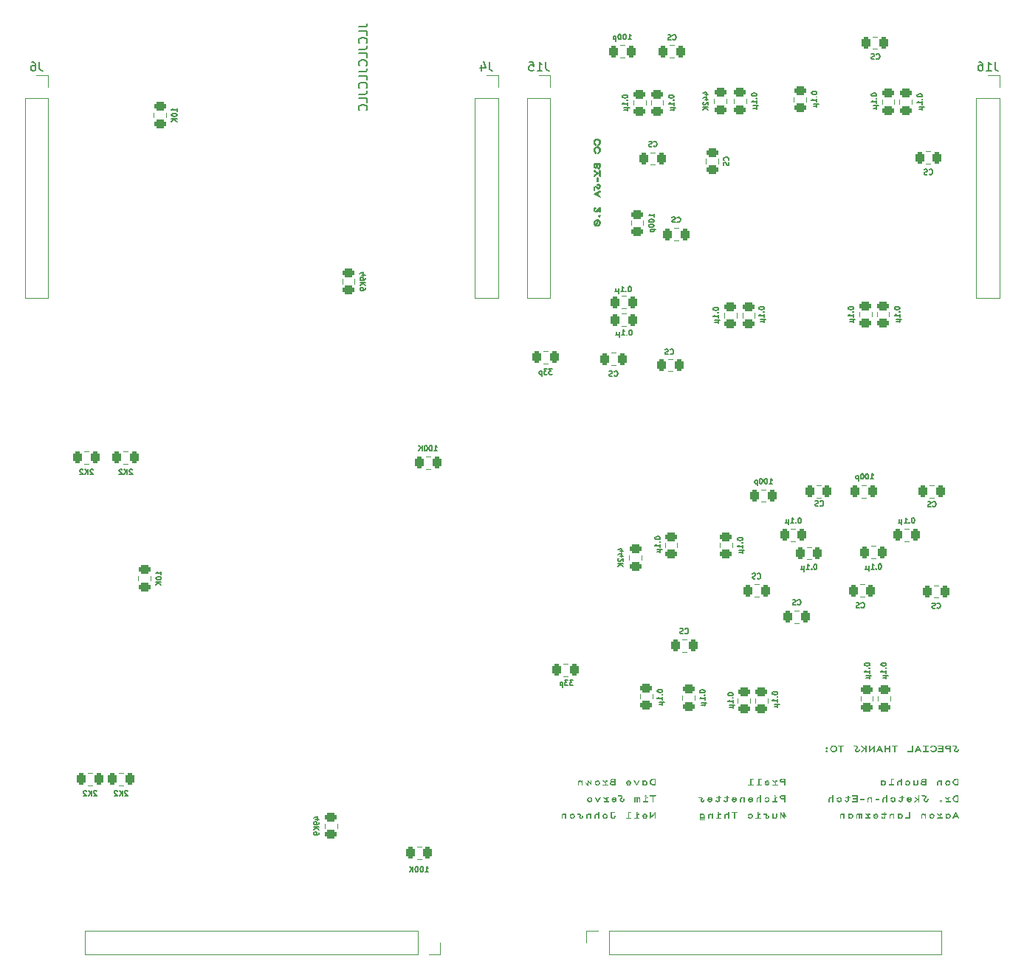
<source format=gbr>
%TF.GenerationSoftware,KiCad,Pcbnew,(5.99.0-10623-gbaf868fce7)*%
%TF.CreationDate,2021-05-29T08:15:44+02:00*%
%TF.ProjectId,voltage_processor,766f6c74-6167-4655-9f70-726f63657373,6*%
%TF.SameCoordinates,Original*%
%TF.FileFunction,Legend,Bot*%
%TF.FilePolarity,Positive*%
%FSLAX46Y46*%
G04 Gerber Fmt 4.6, Leading zero omitted, Abs format (unit mm)*
G04 Created by KiCad (PCBNEW (5.99.0-10623-gbaf868fce7)) date 2021-05-29 08:15:44*
%MOMM*%
%LPD*%
G01*
G04 APERTURE LIST*
G04 Aperture macros list*
%AMRoundRect*
0 Rectangle with rounded corners*
0 $1 Rounding radius*
0 $2 $3 $4 $5 $6 $7 $8 $9 X,Y pos of 4 corners*
0 Add a 4 corners polygon primitive as box body*
4,1,4,$2,$3,$4,$5,$6,$7,$8,$9,$2,$3,0*
0 Add four circle primitives for the rounded corners*
1,1,$1+$1,$2,$3*
1,1,$1+$1,$4,$5*
1,1,$1+$1,$6,$7*
1,1,$1+$1,$8,$9*
0 Add four rect primitives between the rounded corners*
20,1,$1+$1,$2,$3,$4,$5,0*
20,1,$1+$1,$4,$5,$6,$7,0*
20,1,$1+$1,$6,$7,$8,$9,0*
20,1,$1+$1,$8,$9,$2,$3,0*%
G04 Aperture macros list end*
%ADD10C,0.068000*%
%ADD11C,0.150000*%
%ADD12C,0.120000*%
%ADD13C,1.676400*%
%ADD14C,4.000000*%
%ADD15R,2.300000X1.100000*%
%ADD16R,1.100000X2.300000*%
%ADD17R,1.648460X1.648460*%
%ADD18C,1.648460*%
%ADD19C,2.794000*%
%ADD20R,1.800000X1.800000*%
%ADD21C,1.800000*%
%ADD22R,1.650000X1.650000*%
%ADD23C,1.650000*%
%ADD24C,0.500000*%
%ADD25C,1.635000*%
%ADD26RoundRect,0.243750X0.456250X-0.243750X0.456250X0.243750X-0.456250X0.243750X-0.456250X-0.243750X0*%
%ADD27RoundRect,0.243750X0.243750X0.456250X-0.243750X0.456250X-0.243750X-0.456250X0.243750X-0.456250X0*%
%ADD28RoundRect,0.243750X-0.456250X0.243750X-0.456250X-0.243750X0.456250X-0.243750X0.456250X0.243750X0*%
%ADD29RoundRect,0.243750X-0.243750X-0.456250X0.243750X-0.456250X0.243750X0.456250X-0.243750X0.456250X0*%
%ADD30R,1.700000X1.700000*%
%ADD31O,1.700000X1.700000*%
G04 APERTURE END LIST*
D10*
X166907167Y-134802184D02*
X166907167Y-135245223D01*
X201859039Y-134853860D02*
X201859039Y-134799083D01*
X164242041Y-135249357D02*
X164168462Y-135234830D01*
X164112109Y-135195603D01*
X164077917Y-135130992D01*
X164074609Y-135100873D01*
X201623739Y-136696297D02*
X201552709Y-136705416D01*
X201490436Y-136733321D01*
X201439315Y-136780832D01*
X201430641Y-136792760D01*
X192405008Y-135026115D02*
X192405008Y-135296899D01*
X191133423Y-135240055D02*
X190661100Y-135240055D01*
X191979883Y-129218373D02*
X191633306Y-129581830D01*
X194067438Y-129581830D02*
X194132206Y-129581830D01*
X190266981Y-137202037D02*
X190266981Y-137115565D01*
X195951561Y-136792760D02*
X195951561Y-136704221D01*
X179589941Y-137150361D02*
X179576850Y-137205138D01*
X197758858Y-133156117D02*
X197758858Y-132894290D01*
X175333526Y-134652666D02*
X175333526Y-134802184D01*
X192216216Y-136704221D02*
X192136635Y-136704221D01*
X191563715Y-136749007D02*
X191629021Y-136768064D01*
X191671072Y-136824148D01*
X191680159Y-136881299D01*
X181048595Y-133096172D02*
X180683415Y-133096172D01*
X198896773Y-134589966D02*
X198637874Y-134589966D01*
D11*
X161766933Y-62074029D02*
X161060000Y-62074029D01*
D10*
X179748071Y-135035072D02*
X179758308Y-134964538D01*
X179792489Y-134902792D01*
X179854314Y-134859695D01*
X179925149Y-134846970D01*
X173370510Y-134911738D02*
X173343907Y-134975103D01*
X173336749Y-134984429D01*
X196040789Y-132886366D02*
X195966920Y-132896269D01*
X195898604Y-132930780D01*
X195850465Y-132986572D01*
X195823487Y-133060033D01*
X195817719Y-133121321D01*
X158319233Y-136956057D02*
X158330126Y-136886478D01*
X158367249Y-136819466D01*
X158427407Y-136772451D01*
X158496252Y-136753175D01*
X158518359Y-136752108D01*
X188503092Y-129531187D02*
X188426768Y-129521899D01*
X188358643Y-129495438D01*
X188300654Y-129453911D01*
X188254742Y-129399422D01*
X188222847Y-129334077D01*
X188206909Y-129259981D01*
X188205436Y-129228364D01*
X195556409Y-128931396D02*
X195816341Y-128931396D01*
X178745893Y-135143593D02*
X178781022Y-135210400D01*
X178832881Y-135262319D01*
X178899468Y-135295957D01*
X178968239Y-135307729D01*
X178978781Y-135307924D01*
X200804150Y-135304823D02*
X200864774Y-135273564D01*
X200879770Y-135229031D01*
X197422100Y-135046096D02*
X197411743Y-134970373D01*
X197382122Y-134903662D01*
X197335410Y-134849451D01*
X197273780Y-134811226D01*
X197199406Y-134792477D01*
X197172158Y-134791159D01*
X200503221Y-128931396D02*
X200975372Y-128931396D01*
X199329994Y-134993042D02*
X199266260Y-134993042D01*
X201373280Y-129059898D02*
X201390803Y-128993877D01*
X201441416Y-128947183D01*
X201513668Y-128931396D01*
X162298663Y-137160351D02*
X162225949Y-137147819D01*
X162160565Y-137106856D01*
X162117363Y-137044100D01*
X162100447Y-136976745D01*
X162099536Y-136956057D01*
X190216683Y-134853860D02*
X190364133Y-134853860D01*
X197502543Y-128874897D02*
X197502543Y-129524986D01*
X194941976Y-136931253D02*
X194941976Y-137202037D01*
X182852102Y-134649566D02*
X182852102Y-134905536D01*
X168058518Y-133394862D02*
X168058518Y-132687928D01*
X201361050Y-135296899D02*
X201898829Y-135296899D01*
X173652319Y-135099840D02*
X173652319Y-135049197D01*
X189667535Y-136940210D02*
X189667535Y-137202037D01*
X198979455Y-134964448D02*
X199026309Y-134911393D01*
X195556409Y-129581830D02*
X195556409Y-128931396D01*
X166679446Y-133394862D02*
X166679446Y-133308390D01*
X174505325Y-135051953D02*
X174493659Y-135121585D01*
X174455165Y-135188368D01*
X174395403Y-135235061D01*
X174320187Y-135254947D01*
X174309988Y-135255214D01*
X163324612Y-134794260D02*
X163253586Y-134803014D01*
X163181923Y-134835742D01*
X163133403Y-134883577D01*
X163099844Y-134950117D01*
X163085391Y-135020161D01*
X163083455Y-135051953D01*
D11*
X161429314Y-62412509D02*
X161429314Y-62135696D01*
D10*
X200633274Y-132886366D02*
X200559405Y-132896269D01*
X200491089Y-132930780D01*
X200442950Y-132986572D01*
X200415972Y-133060033D01*
X200410204Y-133121321D01*
X179169984Y-135001310D02*
X178804804Y-135001310D01*
X166683925Y-135245223D02*
X166671178Y-135300000D01*
D11*
X161180234Y-65584064D02*
X161493048Y-65426795D01*
D10*
X180101538Y-135300000D02*
X180158382Y-135300000D01*
X167457004Y-133041395D02*
X167464252Y-133115435D01*
X167485280Y-133183101D01*
X167519009Y-133243314D01*
X167564361Y-133294997D01*
X167620258Y-133337071D01*
X167685623Y-133368458D01*
X167759377Y-133388081D01*
X167840443Y-133394862D01*
X182033548Y-135300000D02*
X182020456Y-135245223D01*
X157336003Y-136934353D02*
X157336003Y-137205138D01*
X165937372Y-135300000D02*
X165993872Y-135300000D01*
X161395014Y-133402786D02*
X161462529Y-133394673D01*
X161532845Y-133365498D01*
X161589195Y-133318448D01*
X161629154Y-133257052D01*
X161650295Y-133184841D01*
X161653052Y-133145782D01*
X189333360Y-135047819D02*
X189322274Y-135118820D01*
X189285010Y-135185933D01*
X189225691Y-135232290D01*
X189159122Y-135251079D01*
X189138023Y-135252113D01*
D11*
X161052076Y-65584064D02*
X161766933Y-65944593D01*
X161506140Y-67470598D02*
X161712156Y-67243567D01*
D10*
X173176552Y-136762098D02*
X173257511Y-136762098D01*
X192814974Y-134799083D02*
X192814974Y-134886588D01*
X194053313Y-136704221D02*
X194066233Y-136758998D01*
X164140411Y-134967548D02*
X164187264Y-134914494D01*
X198792559Y-132685172D02*
X198721721Y-132693565D01*
X198656948Y-132721788D01*
X198607028Y-132772412D01*
X198582397Y-132844138D01*
X198581547Y-132861217D01*
X178281150Y-134802184D02*
X178224305Y-134802184D01*
D11*
X161533011Y-68631079D02*
X161663240Y-68722443D01*
X161720246Y-68870929D01*
X161721114Y-68893940D01*
D10*
X183046406Y-137016002D02*
X183046406Y-136915405D01*
X164972746Y-136498204D02*
X164972746Y-137150361D01*
X195566744Y-135047819D02*
X195555933Y-134970530D01*
X195525240Y-134903175D01*
X195477274Y-134848927D01*
X195414645Y-134810962D01*
X195339962Y-134792455D01*
X195312840Y-134791159D01*
X166935072Y-134585143D02*
X166885185Y-134632245D01*
X166885118Y-134634752D01*
X174188721Y-136940210D02*
X174198951Y-136869676D01*
X174233067Y-136807930D01*
X174294673Y-136764833D01*
X174365110Y-136752108D01*
X198929674Y-134923451D02*
X198886613Y-134977543D01*
X198855647Y-135043792D01*
X198849920Y-135091916D01*
D11*
X161105820Y-68893940D02*
X161148611Y-68743668D01*
X161263494Y-68643598D01*
X161413467Y-68611097D01*
D10*
X188899967Y-135140492D02*
X188935710Y-135207299D01*
X188989023Y-135259218D01*
X189057322Y-135292856D01*
X189127345Y-135304628D01*
X189138023Y-135304823D01*
X192136635Y-136704221D02*
X192433257Y-136975005D01*
X165949775Y-136490280D02*
X165900231Y-136537383D01*
X165900165Y-136539890D01*
X201311441Y-129059898D02*
X201323994Y-129130264D01*
X201362514Y-129189003D01*
X201428294Y-129229267D01*
X201496294Y-129243223D01*
X201522625Y-129244211D01*
X197359227Y-134998210D02*
X196993875Y-134998210D01*
D11*
X161716290Y-60533899D02*
X161677890Y-60683045D01*
X161566666Y-60793080D01*
X161557816Y-60797793D01*
D10*
X160056594Y-133089971D02*
X160056594Y-133163696D01*
X188382859Y-135031971D02*
X188382859Y-135296899D01*
X176059063Y-136940210D02*
X176069300Y-136869676D01*
X176103481Y-136807930D01*
X176165306Y-136764833D01*
X176236141Y-136752108D01*
X192686127Y-137147260D02*
X192490101Y-137147260D01*
X159423730Y-136889567D02*
X159404782Y-136912305D01*
X181526774Y-136707321D02*
X181526774Y-137205138D01*
X182023557Y-132951823D02*
X182023557Y-132897046D01*
X194204036Y-135296899D02*
X194204036Y-135031971D01*
X194884960Y-129581830D02*
X194946799Y-129581830D01*
X198380526Y-129364789D02*
X198489046Y-129581830D01*
X199927546Y-129531187D02*
X199853599Y-129522457D01*
X199787168Y-129497552D01*
X199730082Y-129458398D01*
X199684168Y-129406920D01*
X199663651Y-129372713D01*
X201633040Y-134997176D02*
X201415827Y-134799083D01*
X195145236Y-132739949D02*
X195375197Y-132739949D01*
X159538452Y-137160351D02*
X159467276Y-137142114D01*
X159419425Y-137091503D01*
X159407883Y-137042874D01*
X194132206Y-129581830D02*
X193771677Y-128866973D01*
X176931017Y-135143593D02*
X176869349Y-135143593D01*
X166679446Y-133308390D02*
X166727422Y-133358525D01*
X166794279Y-133391818D01*
X166865193Y-133402696D01*
X166872716Y-133402786D01*
X199757186Y-136696297D02*
X199677147Y-136707878D01*
X199609002Y-136740262D01*
X199555196Y-136789905D01*
X199518174Y-136853264D01*
X199500382Y-136926797D01*
X199499148Y-136952957D01*
X179174118Y-135051953D02*
X179162452Y-135121585D01*
X179123958Y-135188368D01*
X179064196Y-135235061D01*
X178988980Y-135254947D01*
X178978781Y-135255214D01*
X191164773Y-129196324D02*
X191210264Y-129139514D01*
X191240603Y-129073532D01*
X191245388Y-129031993D01*
D11*
X161716290Y-64708321D02*
X161651122Y-64847593D01*
X161567807Y-64875580D01*
D10*
X180215571Y-132742705D02*
X180215571Y-132687928D01*
X160311532Y-132874997D02*
X160311532Y-133323204D01*
X199927546Y-129589754D02*
X200001382Y-129582633D01*
X200069690Y-129562112D01*
X200131139Y-129529456D01*
X200184399Y-129485927D01*
X200228138Y-129432790D01*
X200261028Y-129371308D01*
X200281737Y-129302745D01*
X200288936Y-129228364D01*
X166674967Y-136906448D02*
X166695029Y-136839021D01*
X166741392Y-136786100D01*
X166805817Y-136757553D01*
X166855146Y-136752108D01*
D11*
X161712156Y-67243567D02*
X161712156Y-67629934D01*
D10*
X180105672Y-137205138D02*
X180092925Y-137150361D01*
X180729234Y-136707321D02*
X180477398Y-136707321D01*
X160403860Y-136752108D02*
X160475130Y-136765317D01*
X160536881Y-136809625D01*
X160570816Y-136872396D01*
X160580938Y-136943310D01*
X195951561Y-137115565D02*
X195999497Y-137165700D01*
X196066269Y-137198993D01*
X196137136Y-137209871D01*
X196144659Y-137209961D01*
X201393606Y-133143026D02*
X201404499Y-133073446D01*
X201441622Y-133006434D01*
X201501781Y-132959419D01*
X201570625Y-132940143D01*
X201592733Y-132939076D01*
X167481120Y-134649566D02*
X167740880Y-134649566D01*
X198667158Y-133016591D02*
X198604224Y-133047462D01*
X198557439Y-133101345D01*
X198536231Y-133170350D01*
X198534694Y-133197803D01*
X166188864Y-136762098D02*
X166188864Y-136707321D01*
X194557675Y-134589966D02*
X194557675Y-134886588D01*
X189314068Y-137202037D02*
X189314068Y-136937109D01*
X167484909Y-137213061D02*
X167996851Y-136647377D01*
X160526850Y-134794260D02*
X160459334Y-134802371D01*
X160389018Y-134831533D01*
X160332668Y-134878546D01*
X160292709Y-134939865D01*
X160271568Y-135011948D01*
X160268812Y-135050919D01*
D11*
X161429314Y-62135696D02*
X161710089Y-62135696D01*
D10*
X179840744Y-136589844D02*
X179890630Y-136542397D01*
X179890698Y-136539890D01*
X202573551Y-135240055D02*
X202504324Y-135234332D01*
X202427666Y-135212067D01*
X202363253Y-135174711D01*
X202312451Y-135124086D01*
X202276622Y-135062013D01*
X202257131Y-134990314D01*
X202253847Y-134943432D01*
X177813995Y-135029215D02*
X177813995Y-135300000D01*
X195175037Y-136749007D02*
X195246406Y-136762216D01*
X195308213Y-136806524D01*
X195342163Y-136869295D01*
X195352287Y-136940210D01*
X182914114Y-132687928D02*
X182562370Y-132687928D01*
X190159839Y-134799083D02*
X189879064Y-134799083D01*
X193315891Y-135059877D02*
X193710182Y-135059877D01*
X192814974Y-135035072D02*
X192814974Y-135296899D01*
X163574726Y-135049197D02*
X163564368Y-134973474D01*
X163534739Y-134906763D01*
X163488005Y-134852552D01*
X163426334Y-134814327D01*
X163351890Y-134795578D01*
X163324612Y-134794260D01*
X180092925Y-137150361D02*
X179869683Y-137150361D01*
X180807783Y-136816875D02*
X180781179Y-136880241D01*
X180774021Y-136889567D01*
X164090801Y-134926552D02*
X164047693Y-134980643D01*
X164016629Y-135046893D01*
X164010875Y-135095017D01*
X199927546Y-128866973D02*
X199858515Y-128873208D01*
X199781912Y-128896145D01*
X199713969Y-128934243D01*
X199656655Y-128985703D01*
X199611940Y-129048727D01*
X199594922Y-129084014D01*
X179259557Y-133340085D02*
X179036314Y-133340085D01*
X195408959Y-136704221D02*
X195352287Y-136704221D01*
X181797559Y-135245223D02*
X181797559Y-134856961D01*
X197758858Y-132894290D02*
X197702014Y-132894290D01*
X175351440Y-136539890D02*
X175303993Y-136490346D01*
X175301486Y-136490280D01*
X180079834Y-136707321D02*
X179812839Y-136707321D01*
X196139663Y-137157251D02*
X196069632Y-137145182D01*
X196005881Y-137105203D01*
X195963277Y-137042802D01*
X195946444Y-136974327D01*
X195945532Y-136952957D01*
X202317581Y-136984996D02*
X202692063Y-136984996D01*
X181740714Y-134802184D02*
X181740714Y-135245223D01*
X160526850Y-135307924D02*
X160606792Y-135296339D01*
X160674848Y-135263940D01*
X160728579Y-135214254D01*
X160765546Y-135150811D01*
X160783310Y-135077139D01*
X160784543Y-135050919D01*
X176412530Y-137205138D02*
X176469374Y-137205138D01*
X200420539Y-137202037D02*
X200958318Y-137202037D01*
X165820928Y-134846970D02*
X165890647Y-134869309D01*
X165930318Y-134928404D01*
X165937372Y-134979261D01*
X201592733Y-133400030D02*
X201672755Y-133388445D01*
X201740861Y-133356046D01*
X201794620Y-133306360D01*
X201831598Y-133242917D01*
X201849365Y-133169246D01*
X201850598Y-133143026D01*
X191737004Y-136704221D02*
X191680159Y-136704221D01*
X189892155Y-134853860D02*
X190159839Y-134853860D01*
X173662655Y-137333640D02*
X173301264Y-137333640D01*
X180477398Y-136707321D02*
X180490145Y-136762098D01*
D11*
X161710089Y-63152171D02*
X161488225Y-63152171D01*
D10*
X194852403Y-133392106D02*
X195381226Y-133392106D01*
X182351185Y-132872930D02*
X182363738Y-132943296D01*
X182402258Y-133002035D01*
X182468038Y-133042299D01*
X182536039Y-133056255D01*
X182562370Y-133057243D01*
X191404552Y-129313802D02*
X191396067Y-129387209D01*
X191367210Y-129454007D01*
X191314529Y-129505206D01*
X191247024Y-129529246D01*
X191219206Y-129531187D01*
X179705697Y-133340085D02*
X179692950Y-133394862D01*
X194194735Y-137209961D02*
X194265847Y-137200115D01*
X194330273Y-137165507D01*
X194373141Y-137107225D01*
X194390020Y-137037823D01*
X194390933Y-137014968D01*
X182451782Y-137205138D02*
X182451782Y-136679416D01*
X167520738Y-133041395D02*
X167529771Y-132964772D01*
X167555960Y-132896647D01*
X167597942Y-132838859D01*
X167654353Y-132793244D01*
X167723827Y-132761639D01*
X167805002Y-132745881D01*
X167840443Y-132744428D01*
X200466875Y-133392106D02*
X200466875Y-133127178D01*
X195352287Y-136791726D02*
X195304494Y-136738298D01*
X195238515Y-136705943D01*
X195165046Y-136696297D01*
X174365110Y-136752108D02*
X174436379Y-136765317D01*
X174498130Y-136809625D01*
X174532065Y-136872396D01*
X174542187Y-136943310D01*
X163394203Y-133338018D02*
X163118251Y-133338018D01*
X202800583Y-137202037D02*
X202865351Y-137202037D01*
D11*
X161216063Y-64747078D02*
X161340775Y-64812879D01*
X161116499Y-62135696D02*
X161372470Y-62135696D01*
D10*
X165681057Y-132897046D02*
X165616290Y-132897046D01*
X166885118Y-134634752D02*
X166932564Y-134684638D01*
X166935072Y-134684706D01*
X166220215Y-134802184D02*
X166220215Y-134862817D01*
X189138023Y-134843869D02*
X189207926Y-134856049D01*
X189272077Y-134896242D01*
X189315264Y-134958640D01*
X189332426Y-135026679D01*
X189333360Y-135047819D01*
X177102238Y-135307924D02*
X177179271Y-135296505D01*
X177246009Y-135264394D01*
X177299493Y-135214806D01*
X177336767Y-135150956D01*
X177354875Y-135076061D01*
X177356141Y-135049197D01*
X197363361Y-135048852D02*
X197351695Y-135118484D01*
X197313201Y-135185267D01*
X197253439Y-135231960D01*
X197178223Y-135251846D01*
X197168024Y-135252113D01*
X198782224Y-129581830D02*
X199401652Y-129581830D01*
X201813047Y-136952957D02*
X201802184Y-137024372D01*
X201765467Y-137091481D01*
X201706587Y-137137604D01*
X201639972Y-137156228D01*
X201618743Y-137157251D01*
X181797559Y-133340085D02*
X181538487Y-133340085D01*
X197946099Y-133400030D02*
X198019903Y-133390126D01*
X198088209Y-133355615D01*
X198136376Y-133299822D01*
X198163389Y-133226361D01*
X198169169Y-133165074D01*
X195312840Y-134843869D02*
X195382653Y-134856049D01*
X195446748Y-134896242D01*
X195489913Y-134958640D01*
X195507071Y-135026679D01*
X195508005Y-135047819D01*
X196551697Y-134799083D02*
X196391500Y-134799083D01*
X202865351Y-137202037D02*
X202504822Y-136487180D01*
X191417643Y-136776912D02*
X191371776Y-136724717D01*
X191308043Y-136699131D01*
X191273983Y-136696297D01*
X196194268Y-135252113D02*
X196125886Y-135237915D01*
X196073170Y-135191645D01*
X196052847Y-135137391D01*
X187631483Y-129513962D02*
X187664823Y-129576310D01*
X187707275Y-129589754D01*
X159618034Y-132897046D02*
X159618034Y-132984551D01*
X193970976Y-132894290D02*
X193970976Y-133392106D01*
X198299738Y-134589966D02*
X198242894Y-134589966D01*
X180774021Y-136889567D02*
X180755073Y-136912305D01*
X162099536Y-136956057D02*
X162110429Y-136886478D01*
X162147552Y-136819466D01*
X162207711Y-136772451D01*
X162276555Y-136753175D01*
X162298663Y-136752108D01*
X202573551Y-132741672D02*
X202729786Y-132741672D01*
X175550567Y-134802184D02*
X175390370Y-134802184D01*
X201633040Y-135069867D02*
X201633040Y-135242122D01*
D11*
X161346632Y-69170753D02*
X161533011Y-68631079D01*
D10*
X192596555Y-128874897D02*
X192596555Y-129589754D01*
X179869683Y-136762098D02*
X180079834Y-136762098D01*
X173301264Y-137198247D02*
X173669545Y-137198247D01*
X188961635Y-135140492D02*
X188899967Y-135140492D01*
X160655008Y-133187812D02*
X160311532Y-132874997D01*
X164809793Y-133096172D02*
X164829709Y-133028745D01*
X164876096Y-132975824D01*
X164940612Y-132947277D01*
X164989971Y-132941832D01*
X194334089Y-136554704D02*
X194334089Y-136704221D01*
X196983023Y-132886366D02*
X196911852Y-132895543D01*
X196841861Y-132926575D01*
X196786495Y-132976365D01*
X196748386Y-133041617D01*
X196744967Y-133050697D01*
X189648587Y-128874897D02*
X189029158Y-128874897D01*
X163460349Y-136949167D02*
X163398682Y-136949167D01*
X173320901Y-135137736D02*
X173341272Y-135072103D01*
X173361553Y-135044029D01*
X173424598Y-136752108D02*
X173493402Y-136763857D01*
X173554593Y-136802579D01*
X173594609Y-136862585D01*
X173610768Y-136937932D01*
X173610978Y-136948134D01*
X190459907Y-136696297D02*
X190389070Y-136705416D01*
X190326812Y-136733321D01*
X190275657Y-136780832D01*
X190266981Y-136792760D01*
X198801172Y-128931396D02*
X199061104Y-128931396D01*
X166197822Y-132897046D02*
X166132020Y-132897046D01*
X178224305Y-135300000D02*
X178281150Y-135300000D01*
X200975372Y-129244211D02*
X200975372Y-129524986D01*
X197185078Y-137145193D02*
X196699147Y-137145193D01*
X199041812Y-137202037D02*
X199041812Y-136704221D01*
X199084014Y-135304823D02*
X199156287Y-135294973D01*
X199220509Y-135265853D01*
X199273064Y-135218102D01*
X199310332Y-135152361D01*
X199327103Y-135084296D01*
X199329994Y-135037828D01*
X181797559Y-133167830D02*
X181797559Y-133340085D01*
X159674533Y-132897046D02*
X159618034Y-132897046D01*
X189257568Y-136931253D02*
X189257568Y-137202037D01*
X181526774Y-137205138D02*
X181583618Y-137205138D01*
X193310551Y-137157251D02*
X193241785Y-137144823D01*
X193181296Y-137105813D01*
X193139330Y-137045630D01*
X165029590Y-137150361D02*
X165029590Y-136552981D01*
X181818229Y-134634752D02*
X181771126Y-134585209D01*
X181768620Y-134585143D01*
D11*
X161766933Y-67098011D02*
X161452396Y-67445621D01*
D10*
X163320478Y-135255214D02*
X163251747Y-135242786D01*
X163191300Y-135203776D01*
X163149257Y-135143593D01*
X197702014Y-132894290D02*
X197702014Y-133392106D01*
X164010875Y-135095017D02*
X164024841Y-135171352D01*
X164063652Y-135233691D01*
X164122679Y-135278918D01*
X164197291Y-135303919D01*
X164245142Y-135307924D01*
X166276714Y-134802184D02*
X166220215Y-134802184D01*
X176268869Y-135095706D02*
X176257855Y-135168591D01*
X176217814Y-135227056D01*
X176149768Y-135253987D01*
X176128309Y-135255214D01*
X175553667Y-137150361D02*
X175330425Y-137150361D01*
X174599032Y-136707321D02*
X174542187Y-136707321D01*
X195945532Y-136952957D02*
X195956392Y-136881721D01*
X195993094Y-136814725D01*
X196051927Y-136768645D01*
X196118463Y-136750029D01*
X196139663Y-136749007D01*
X200692529Y-136902314D02*
X200475316Y-136704221D01*
X181052729Y-133146815D02*
X181041063Y-133216447D01*
X181002569Y-133283230D01*
X180942807Y-133329923D01*
X180867591Y-133349809D01*
X180857392Y-133350076D01*
X163320478Y-135307924D02*
X163397671Y-135296505D01*
X163464509Y-135264394D01*
X163518049Y-135214806D01*
X163555347Y-135150956D01*
X163573460Y-135076061D01*
X163574726Y-135049197D01*
X202573551Y-133335262D02*
X202504324Y-133329539D01*
X202427666Y-133307274D01*
X202363253Y-133269918D01*
X202312451Y-133219293D01*
X202276622Y-133157220D01*
X202257131Y-133085521D01*
X202253847Y-133038639D01*
X163799002Y-134593066D02*
X163817950Y-134649566D01*
X173229606Y-137265771D02*
X173266019Y-137206483D01*
X173301264Y-137198247D01*
X198849920Y-135091916D02*
X198863884Y-135168251D01*
X198902683Y-135230590D01*
X198961675Y-135275818D01*
X199036220Y-135300818D01*
X199084014Y-135304823D01*
X166616401Y-137048730D02*
X166651481Y-137115538D01*
X166703260Y-137167456D01*
X166769831Y-137201094D01*
X166838717Y-137212866D01*
X166849289Y-137213061D01*
X162033390Y-132897046D02*
X162330357Y-133167830D01*
X164983770Y-133350076D02*
X164915039Y-133337648D01*
X164854592Y-133298638D01*
X164812549Y-133238455D01*
X196983023Y-133400030D02*
X197061144Y-133388682D01*
X197128080Y-133356773D01*
X197181224Y-133307505D01*
X197217964Y-133244080D01*
X197235692Y-133169700D01*
X197236926Y-133143026D01*
X180618647Y-134958591D02*
X180680314Y-134958591D01*
X162040625Y-136956057D02*
X162051477Y-137032353D01*
X162082392Y-137099598D01*
X162130901Y-137154262D01*
X162194540Y-137192815D01*
X162270841Y-137211730D01*
X162298663Y-137213061D01*
X181993929Y-136707321D02*
X181937085Y-136707321D01*
X194370435Y-134791159D02*
X194296566Y-134801062D01*
X194228250Y-134835573D01*
X194180111Y-134891366D01*
X194153133Y-134964827D01*
X194147365Y-135026115D01*
X191712888Y-129581830D02*
X192037760Y-129244211D01*
X192433257Y-136902314D02*
X192216216Y-136704221D01*
X194373191Y-129581830D02*
X194434858Y-129581830D01*
X182562370Y-132687928D02*
X182488894Y-132696557D01*
X182423662Y-132725752D01*
X182375070Y-132778618D01*
X182352931Y-132845597D01*
X182351185Y-132872930D01*
X160725977Y-135050919D02*
X160714851Y-135120679D01*
X160677236Y-135187803D01*
X160616900Y-135234862D01*
X160548616Y-135254145D01*
X160526850Y-135255214D01*
X194052280Y-137042529D02*
X193997503Y-137042529D01*
X201430641Y-137202037D02*
X201430641Y-137115565D01*
X192871818Y-134799083D02*
X192814974Y-134799083D01*
X190019623Y-135252113D02*
X189951154Y-135237915D01*
X189898312Y-135191645D01*
X189878030Y-135137391D01*
X201874197Y-129581830D02*
X201874197Y-128874897D01*
X196983023Y-133347320D02*
X196912559Y-133334892D01*
X196849809Y-133295882D01*
X196806634Y-133235699D01*
X200877186Y-133392106D02*
X200877186Y-132894290D01*
X181740714Y-135245223D02*
X181517472Y-135245223D01*
X201513668Y-129187367D02*
X201441416Y-129171888D01*
X201390803Y-129125789D01*
X201373280Y-129059898D01*
X166220215Y-134979261D02*
X166220215Y-135300000D01*
X199045601Y-132997643D02*
X198783602Y-132997643D01*
X194027820Y-133392106D02*
X194027820Y-133305634D01*
X160311532Y-133323204D02*
X160056594Y-133089971D01*
X173424598Y-137143470D02*
X173355973Y-137131572D01*
X173294895Y-137092587D01*
X173254923Y-137032648D01*
X173238772Y-136958151D01*
X173238563Y-136948134D01*
X178037237Y-134794260D02*
X177963288Y-134804163D01*
X177894916Y-134838674D01*
X177846750Y-134894466D01*
X177819764Y-134967927D01*
X177813995Y-135029215D01*
X202573551Y-134589966D02*
X202492436Y-134596732D01*
X202418658Y-134616320D01*
X202353291Y-134647665D01*
X202297405Y-134689701D01*
X202252072Y-134741361D01*
X202218364Y-134801580D01*
X202197353Y-134869292D01*
X202190112Y-134943432D01*
X163515815Y-135051953D02*
X163504149Y-135121585D01*
X163465655Y-135188368D01*
X163405893Y-135235061D01*
X163330677Y-135254947D01*
X163320478Y-135255214D01*
D11*
X161699065Y-68050580D02*
X161623617Y-68126200D01*
D10*
X162298663Y-136699398D02*
X162218688Y-136710979D01*
X162150555Y-136743363D01*
X162096728Y-136793005D01*
X162059675Y-136856364D01*
X162041861Y-136929897D01*
X162040625Y-136956057D01*
X200877186Y-132894290D02*
X200820515Y-132894290D01*
X161583116Y-137205138D02*
X161583116Y-136498204D01*
X200820515Y-133130279D02*
X200820515Y-133392106D01*
D11*
X161110643Y-59633006D02*
X161153558Y-59476085D01*
X161267360Y-59370107D01*
X161413467Y-59335350D01*
D10*
X164074609Y-135100873D02*
X164091490Y-135034856D01*
X164132631Y-134976376D01*
X164140411Y-134967548D01*
X188439703Y-135296899D02*
X188439703Y-134589966D01*
X191114475Y-136868552D02*
X191114475Y-137202037D01*
X196392706Y-136952957D02*
X196383129Y-136877587D01*
X196355189Y-136810584D01*
X196310073Y-136755734D01*
X196248964Y-136716827D01*
X196173049Y-136697650D01*
X196144659Y-136696297D01*
X167044626Y-136957091D02*
X167032960Y-137026723D01*
X166994466Y-137093505D01*
X166934704Y-137140198D01*
X166859488Y-137160084D01*
X166849289Y-137160351D01*
X178690771Y-137048730D02*
X178726562Y-137115538D01*
X178779956Y-137167456D01*
X178848271Y-137201094D01*
X178918180Y-137212866D01*
X178928828Y-137213061D01*
X163140988Y-132687928D02*
X163070231Y-132696321D01*
X163005514Y-132724544D01*
X162955623Y-132775168D01*
X162930999Y-132846894D01*
X162930149Y-132863973D01*
X173296096Y-137388417D02*
X173675746Y-137388417D01*
D11*
X161413467Y-59271616D02*
X161254288Y-59306656D01*
X161132747Y-59401675D01*
X161063098Y-59541521D01*
X161052076Y-59633006D01*
D10*
X189138023Y-135252113D02*
X189067483Y-135239685D01*
X189004769Y-135200675D01*
X188961635Y-135140492D01*
X190649387Y-136952957D02*
X190638543Y-137024372D01*
X190601867Y-137091481D01*
X190543002Y-137137604D01*
X190476341Y-137156228D01*
X190455083Y-137157251D01*
X159378944Y-136707321D02*
X159127108Y-136707321D01*
X202573551Y-134646465D02*
X202729786Y-134646465D01*
X200820515Y-133392106D02*
X200877186Y-133392106D01*
X160580938Y-137205138D02*
X160637782Y-137205138D01*
X199045601Y-133054487D02*
X199045601Y-133335262D01*
X195494741Y-128931396D02*
X195494741Y-129581830D01*
X157802813Y-136707321D02*
X157746313Y-136707321D01*
X182007365Y-134802184D02*
X181740714Y-134802184D01*
X198242894Y-135296899D02*
X198299738Y-135296899D01*
X191468286Y-129322759D02*
X191468286Y-129277973D01*
X195874391Y-133127178D02*
X195884630Y-133056644D01*
X195918826Y-132994898D01*
X195980707Y-132951801D01*
X196051641Y-132939076D01*
X181993929Y-136978106D02*
X181993929Y-136707321D01*
X191737004Y-137202037D02*
X191737004Y-136704221D01*
X179124164Y-136956057D02*
X179113078Y-137027058D01*
X179075814Y-137094171D01*
X179016495Y-137140528D01*
X178949927Y-137159317D01*
X178928828Y-137160351D01*
X167802547Y-135300000D02*
X167802547Y-134649566D01*
X196334656Y-134799083D02*
X196053880Y-134799083D01*
X164736757Y-137205138D02*
X165265579Y-137205138D01*
X198489046Y-129581830D02*
X198553814Y-129581830D01*
X180888398Y-137160351D02*
X180817469Y-137142114D01*
X180769707Y-137091503D01*
X180758173Y-137042874D01*
X181718666Y-134634752D02*
X181766112Y-134684638D01*
X181768620Y-134684706D01*
D11*
X161269117Y-60866523D02*
X161269117Y-60797793D01*
D10*
X167484909Y-136498204D02*
X167484909Y-137213061D01*
X163817950Y-134649566D02*
X164069786Y-134649566D01*
X159430621Y-132889122D02*
X159356832Y-132899025D01*
X159288572Y-132933536D01*
X159240460Y-132989329D01*
X159213491Y-133062790D01*
X159207723Y-133124078D01*
X159139855Y-136762098D02*
X159384801Y-136762098D01*
X192659256Y-136704221D02*
X192433257Y-136704221D01*
X193710182Y-135059877D02*
X193710182Y-134995109D01*
X182914114Y-134593066D02*
X182562370Y-134593066D01*
X196391500Y-134799083D02*
X196391500Y-134677471D01*
X178741759Y-135051953D02*
X179174118Y-135051953D01*
X165993872Y-135300000D02*
X165993872Y-134979261D01*
X188439703Y-134589966D02*
X188382859Y-134589966D01*
D11*
X161413467Y-69236554D02*
X161573846Y-69204134D01*
X161695076Y-69115200D01*
X161767863Y-68965288D01*
X161774857Y-68893940D01*
D10*
X188503092Y-128925540D02*
X188579415Y-128934827D01*
X188647541Y-128961288D01*
X188705530Y-129002815D01*
X188751442Y-129057304D01*
X188783337Y-129122650D01*
X188799275Y-129196746D01*
X188800749Y-129228364D01*
X168081600Y-134593066D02*
X167462172Y-134593066D01*
X200015051Y-136952957D02*
X200004228Y-136876819D01*
X199973383Y-136809675D01*
X199924948Y-136755067D01*
X199861354Y-136716536D01*
X199785033Y-136697627D01*
X199757186Y-136696297D01*
X159538452Y-137213061D02*
X159612481Y-137200605D01*
X159671363Y-137166036D01*
X159717559Y-137104837D01*
X159737283Y-137037018D01*
X159739301Y-137004978D01*
X166964011Y-135245223D02*
X166964011Y-134856961D01*
X174309988Y-135255214D02*
X174241187Y-135242786D01*
X174180657Y-135203776D01*
X174138767Y-135143593D01*
X194468964Y-133143026D02*
X194459387Y-133067656D01*
X194431448Y-133000653D01*
X194386331Y-132945803D01*
X194325222Y-132906896D01*
X194249307Y-132887719D01*
X194220917Y-132886366D01*
X194865322Y-133337329D02*
X194852403Y-133392106D01*
X188195790Y-134791159D02*
X188121841Y-134801062D01*
X188053469Y-134835573D01*
X188005303Y-134891366D01*
X187978317Y-134964827D01*
X187972548Y-135026115D01*
X192658222Y-128874897D02*
X192596555Y-128874897D01*
D11*
X161710089Y-62411648D02*
X161657780Y-62556606D01*
X161572630Y-62584936D01*
D10*
X194557675Y-135031971D02*
X194557675Y-135296899D01*
X182020456Y-135245223D02*
X181797559Y-135245223D01*
D11*
X161060000Y-62918077D02*
X161435171Y-63184038D01*
D10*
X199042156Y-134746029D02*
X199021593Y-134813294D01*
X198979438Y-134867193D01*
X198976355Y-134870741D01*
X164267879Y-134750163D02*
X164253038Y-134681280D01*
X164205725Y-134628365D01*
X164133027Y-134599976D01*
X164057728Y-134593066D01*
X160056594Y-133163696D02*
X160368376Y-133447572D01*
X196391500Y-134677471D02*
X196334656Y-134649566D01*
X158518359Y-137160351D02*
X158445645Y-137147819D01*
X158380262Y-137106856D01*
X158337060Y-137044100D01*
X158320144Y-136976745D01*
X158319233Y-136956057D01*
D11*
X161774857Y-64705220D02*
X161729205Y-64559057D01*
X161596594Y-64470500D01*
X161507862Y-64459240D01*
D10*
X166673589Y-133145782D02*
X166684432Y-133074546D01*
X166721108Y-133007550D01*
X166779973Y-132961470D01*
X166846635Y-132942854D01*
X166867893Y-132941832D01*
X178756573Y-133340085D02*
X178743481Y-133394862D01*
X194410225Y-133143026D02*
X194399362Y-133214441D01*
X194362645Y-133281550D01*
X194303766Y-133327673D01*
X194237151Y-133346297D01*
X194215922Y-133347320D01*
X198801172Y-129524986D02*
X198782224Y-129581830D01*
D11*
X161052076Y-60533899D02*
X161086594Y-60691511D01*
X161180556Y-60813169D01*
X161269117Y-60866523D01*
D10*
X188382859Y-135296899D02*
X188439703Y-135296899D01*
X180856703Y-135307924D02*
X180934760Y-135296576D01*
X181001685Y-135264667D01*
X181054848Y-135215398D01*
X181091620Y-135151973D01*
X181109370Y-135077593D01*
X181110606Y-135050919D01*
X167200000Y-135300000D02*
X167186909Y-135245223D01*
X191195090Y-134589966D02*
X190661100Y-134589966D01*
X191680159Y-136881299D02*
X191680159Y-137202037D01*
X166214703Y-137205138D02*
X166201956Y-137150361D01*
X181517472Y-135245223D02*
X181504725Y-135300000D01*
X202144292Y-137202037D02*
X202209060Y-137202037D01*
X189667535Y-136704221D02*
X189667535Y-136791726D01*
X173675746Y-137388417D02*
X173662655Y-137333640D01*
X163087589Y-135143593D02*
X163122718Y-135210400D01*
X163174578Y-135262319D01*
X163241165Y-135295957D01*
X163309936Y-135307729D01*
X163320478Y-135307924D01*
X197883398Y-134799083D02*
X197803817Y-134799083D01*
X196806634Y-133235699D02*
X196744967Y-133235699D01*
D11*
X161498905Y-64522975D02*
X161646983Y-64565869D01*
X161716290Y-64708321D01*
D10*
X201430641Y-137115565D02*
X201478577Y-137165700D01*
X201545349Y-137198993D01*
X201616216Y-137209871D01*
X201623739Y-137209961D01*
X166984681Y-134634752D02*
X166937578Y-134585209D01*
X166935072Y-134585143D01*
X194434858Y-128874897D02*
X194373191Y-128874897D01*
X198797899Y-136696297D02*
X198724030Y-136706200D01*
X198655714Y-136740711D01*
X198607575Y-136796504D01*
X198580597Y-136869965D01*
X198574829Y-136931253D01*
D11*
X161293922Y-69156800D02*
X161163556Y-69065496D01*
X161106683Y-68916978D01*
X161105820Y-68893940D01*
D10*
X201689712Y-134853860D02*
X201859039Y-134853860D01*
X189724379Y-137202037D02*
X189724379Y-136704221D01*
X179691227Y-135029215D02*
X179691227Y-135300000D01*
X175932283Y-135140836D02*
X175951204Y-135208075D01*
X175997274Y-135266344D01*
X176059361Y-135298370D01*
X176129343Y-135307924D01*
X161339204Y-136699398D02*
X161265415Y-136709301D01*
X161197155Y-136743812D01*
X161149043Y-136799604D01*
X161122074Y-136873065D01*
X161116306Y-136934353D01*
X192433257Y-136975005D02*
X192433257Y-137147260D01*
X191067966Y-129208382D02*
X191024952Y-129262474D01*
X190994084Y-129328723D01*
X190988384Y-129376847D01*
X193505888Y-136953990D02*
X193494222Y-137023622D01*
X193455728Y-137090405D01*
X193395966Y-137137098D01*
X193320750Y-137156984D01*
X193310551Y-137157251D01*
X198035844Y-129307945D02*
X198193285Y-128995131D01*
X166093780Y-134794260D02*
X166023546Y-134808374D01*
X165970516Y-134852570D01*
X165957354Y-134874875D01*
X176325713Y-134680572D02*
X176268869Y-134652666D01*
X197832755Y-129581830D02*
X197897523Y-129581830D01*
X199594922Y-129372713D02*
X199632600Y-129440844D01*
X199683860Y-129498311D01*
X199746735Y-129543314D01*
X199819254Y-129574057D01*
X199899448Y-129588739D01*
X199927546Y-129589754D01*
X200820515Y-132894290D02*
X200820515Y-132981795D01*
X198643214Y-132870174D02*
X198660737Y-132804153D01*
X198711350Y-132757459D01*
X198783602Y-132741672D01*
X191680159Y-136764854D02*
X191631830Y-136715509D01*
X191563153Y-136696499D01*
X191554069Y-136696297D01*
X190364133Y-134853860D02*
X190376880Y-134799083D01*
X173336749Y-134984429D02*
X173317801Y-135007167D01*
X202573551Y-133392106D02*
X202791626Y-133392106D01*
X202140331Y-128874897D02*
X202159279Y-128931396D01*
X198656822Y-134646465D02*
X198908659Y-134646465D01*
X194998648Y-136937109D02*
X195008878Y-136866575D01*
X195042994Y-136804829D01*
X195104600Y-136761732D01*
X195175037Y-136749007D01*
X174131877Y-136934353D02*
X174131877Y-137205138D01*
X198795660Y-133392106D02*
X199107269Y-133392106D01*
X194021791Y-133143026D02*
X194032651Y-133071790D01*
X194069352Y-133004794D01*
X194128185Y-132958714D01*
X194194722Y-132940098D01*
X194215922Y-132939076D01*
X198807890Y-136749007D02*
X198879259Y-136762216D01*
X198941066Y-136806524D01*
X198975016Y-136869295D01*
X198985140Y-136940210D01*
D11*
X161104786Y-67388950D02*
X161170537Y-67250308D01*
X161273940Y-67213594D01*
X161529911Y-63729569D02*
X161465143Y-63729569D01*
D10*
X182007365Y-134856961D02*
X182007365Y-134802184D01*
X176845234Y-136554704D02*
X177104994Y-136554704D01*
X177445714Y-136498204D02*
X176826286Y-136498204D01*
X167840443Y-132744428D02*
X167996851Y-132744428D01*
X166935072Y-134684706D02*
X166984614Y-134637259D01*
X166984681Y-134634752D01*
X197502543Y-129524986D02*
X197016612Y-129524986D01*
X200410204Y-133121321D02*
X200410204Y-133392106D01*
X159618034Y-132984551D02*
X159570125Y-132931123D01*
X159504097Y-132898768D01*
X159430621Y-132889122D01*
X165685880Y-137205138D02*
X166214703Y-137205138D01*
X160227471Y-137205138D02*
X160227471Y-136940210D01*
X165921870Y-136707321D02*
X165921870Y-137150361D01*
X194204036Y-135031971D02*
X194214275Y-134961437D01*
X194248472Y-134899691D01*
X194310352Y-134856594D01*
X194381287Y-134843869D01*
X196334656Y-134853860D02*
X196334656Y-135092605D01*
D11*
X161557816Y-59965630D02*
X161683414Y-59876691D01*
X161759160Y-59741297D01*
X161774857Y-59633006D01*
D10*
X196052847Y-135137391D02*
X195998070Y-135137391D01*
X191046951Y-128931396D02*
X191119018Y-128943108D01*
X191172767Y-128991567D01*
X191180621Y-129030960D01*
X192161439Y-137202037D02*
X192699219Y-137202037D01*
X176129343Y-135307924D02*
X176200476Y-135298078D01*
X176264959Y-135263470D01*
X176307888Y-135205188D01*
X176324798Y-135135786D01*
X176325713Y-135112931D01*
X177870839Y-135300000D02*
X177870839Y-135035072D01*
X202832450Y-129322759D02*
X202832450Y-129277973D01*
D11*
X161766933Y-65879826D02*
X161549892Y-65771305D01*
D10*
X182390115Y-136490280D02*
X182390115Y-137205138D01*
X202692063Y-136984996D02*
X202800583Y-137202037D01*
X198299738Y-135296899D02*
X198299738Y-134589966D01*
X191114475Y-137202037D02*
X191171663Y-137202037D01*
X175333526Y-134856961D02*
X175333526Y-135095706D01*
D11*
X161766933Y-65288303D02*
X161766933Y-65223535D01*
D10*
X166678068Y-137048730D02*
X166616401Y-137048730D01*
X189490457Y-136749007D02*
X189561727Y-136762216D01*
X189623478Y-136806524D01*
X189657413Y-136869295D01*
X189667535Y-136940210D01*
D11*
X161435171Y-63184038D02*
X161060000Y-63450000D01*
D10*
X193997503Y-137042529D02*
X194016426Y-137109966D01*
X194062519Y-137168346D01*
X194124662Y-137200403D01*
X194194735Y-137209961D01*
X191180621Y-129030960D02*
X191159950Y-129098225D01*
X191117574Y-129152124D01*
X191114475Y-129155672D01*
X190776166Y-128874897D02*
X190795114Y-128931396D01*
X196996803Y-135140492D02*
X196935136Y-135140492D01*
X165978714Y-136762098D02*
X166188864Y-136762098D01*
X166853423Y-136699398D02*
X166782269Y-136708152D01*
X166710587Y-136740880D01*
X166662114Y-136788714D01*
X166628617Y-136855255D01*
X166614199Y-136925299D01*
X166612267Y-136957091D01*
X202662090Y-136928152D02*
X202347381Y-136928152D01*
D11*
X161774857Y-68893940D02*
X161740668Y-68741985D01*
X161633341Y-68617086D01*
X161488738Y-68557964D01*
X161413467Y-68551325D01*
D10*
X173271292Y-137146227D02*
X173210106Y-137176904D01*
X173173718Y-137239064D01*
X173170695Y-137265771D01*
X162999395Y-136939176D02*
X162999395Y-136554704D01*
X162556700Y-136956057D02*
X162545876Y-136879920D01*
X162515023Y-136812776D01*
X162466566Y-136758167D01*
X162402930Y-136719637D01*
X162326541Y-136700728D01*
X162298663Y-136699398D01*
X200580047Y-129244211D02*
X200975372Y-129244211D01*
D11*
X161766933Y-67629934D02*
X161766933Y-67098011D01*
D10*
X188029047Y-135031971D02*
X188039327Y-134961437D01*
X188073621Y-134899691D01*
X188135581Y-134856594D01*
X188206470Y-134843869D01*
X181504725Y-135300000D02*
X182033548Y-135300000D01*
X196931002Y-135048852D02*
X197363361Y-135048852D01*
X182758740Y-136490280D02*
X182758740Y-137034950D01*
X191133423Y-134646465D02*
X191133423Y-134902436D01*
X167462172Y-134593066D02*
X167481120Y-134649566D01*
X181937085Y-136972249D02*
X181926843Y-137042782D01*
X181892631Y-137104528D01*
X181830695Y-137147625D01*
X181759662Y-137160351D01*
X166867893Y-132941832D02*
X166937902Y-132953896D01*
X167001596Y-132993843D01*
X167044139Y-133056152D01*
X167060941Y-133124472D01*
X167061852Y-133145782D01*
X196699147Y-137202037D02*
X197246917Y-137202037D01*
X201415827Y-134799083D02*
X201336245Y-134799083D01*
X168058518Y-136490280D02*
X167546577Y-137056654D01*
X181089591Y-137004978D02*
X181089591Y-136954335D01*
D11*
X161716290Y-59633006D02*
X161677890Y-59782152D01*
X161566666Y-59892187D01*
X161557816Y-59896900D01*
D10*
X189307867Y-128931396D02*
X189307867Y-129581830D01*
X175301486Y-136490280D02*
X175251943Y-136537383D01*
X175251877Y-136539890D01*
X199266260Y-135028871D02*
X199257776Y-135102278D01*
X199228930Y-135169076D01*
X199176286Y-135220275D01*
X199108860Y-135244315D01*
X199081086Y-135246256D01*
X174309988Y-135307924D02*
X174387022Y-135296505D01*
X174453759Y-135264394D01*
X174507244Y-135214806D01*
X174544518Y-135150956D01*
X174562626Y-135076061D01*
X174563892Y-135049197D01*
X163326679Y-134846970D02*
X163394633Y-134858053D01*
X163455234Y-134894585D01*
X163496398Y-134952653D01*
X163511681Y-135001310D01*
X194193701Y-137157251D02*
X194125319Y-137143053D01*
X194072603Y-137096783D01*
X194052280Y-137042529D01*
X181797559Y-132897046D02*
X181797559Y-133095139D01*
X175988094Y-134802184D02*
X176000841Y-134856961D01*
X196284702Y-133392106D02*
X196284702Y-132685172D01*
X175330425Y-137150361D02*
X175330425Y-136762098D01*
X200503221Y-128874897D02*
X200503221Y-128931396D01*
X167840443Y-132687928D02*
X167759377Y-132694694D01*
X167685623Y-132714283D01*
X167620258Y-132745628D01*
X167564361Y-132787663D01*
X167519009Y-132839324D01*
X167485280Y-132899543D01*
X167464252Y-132967255D01*
X167457004Y-133041395D01*
X180680314Y-135143593D02*
X180618647Y-135143593D01*
D11*
X161766933Y-65223535D02*
X161052076Y-65584064D01*
X161507862Y-64459240D02*
X161463076Y-64459240D01*
D10*
X177102238Y-135255214D02*
X177033437Y-135242786D01*
X176972907Y-135203776D01*
X176931017Y-135143593D01*
X188864827Y-129228364D02*
X188857620Y-129153883D01*
X188836889Y-129085273D01*
X188803965Y-129023785D01*
X188760182Y-128970670D01*
X188706870Y-128927180D01*
X188645363Y-128894566D01*
X188576993Y-128874079D01*
X188503092Y-128866973D01*
X196983023Y-132939076D02*
X197052835Y-132951256D01*
X197116930Y-132991449D01*
X197160095Y-133053847D01*
X197177253Y-133121886D01*
X197178187Y-133143026D01*
D11*
X161413467Y-68611097D02*
X161480301Y-68617126D01*
D10*
X202609380Y-129031993D02*
X202594509Y-128963110D01*
X202547155Y-128910196D01*
X202474464Y-128881807D01*
X202399230Y-128874897D01*
X195494741Y-129581830D02*
X195556409Y-129581830D01*
X173301264Y-137333640D02*
X173239409Y-137300688D01*
X173229606Y-137265771D01*
X175194000Y-135307924D02*
X175265133Y-135298078D01*
X175329616Y-135263470D01*
X175372545Y-135205188D01*
X175389455Y-135135786D01*
X175390370Y-135112931D01*
X178984983Y-134846970D02*
X179052937Y-134858053D01*
X179113538Y-134894585D01*
X179154702Y-134952653D01*
X179169984Y-135001310D01*
X188205436Y-129228364D02*
X188214448Y-129151356D01*
X188240194Y-129082257D01*
X188280731Y-129023173D01*
X188334122Y-128976208D01*
X188398426Y-128943469D01*
X188471703Y-128927059D01*
X188503092Y-128925540D01*
X177426766Y-136554704D02*
X177445714Y-136498204D01*
X166964011Y-134856961D02*
X167174162Y-134856961D01*
X182023557Y-132897046D02*
X181797559Y-132897046D01*
X176325713Y-135112931D02*
X176325713Y-134856961D01*
X166679446Y-132897046D02*
X166622602Y-132897046D01*
X195835289Y-128874897D02*
X195215861Y-128874897D01*
X182852102Y-133000399D02*
X182553412Y-133000399D01*
X180798825Y-136949167D02*
X180815017Y-136930219D01*
X188503092Y-128866973D02*
X188429205Y-128874079D01*
X188360874Y-128894566D01*
X188299422Y-128927180D01*
X188246174Y-128970670D01*
X188202454Y-129023785D01*
X188169585Y-129085273D01*
X188148893Y-129153883D01*
X188141702Y-129228364D01*
X192596555Y-129589754D02*
X193108324Y-129024069D01*
D11*
X161699065Y-68201992D02*
X161774857Y-68126200D01*
D10*
X192637896Y-134843869D02*
X192709166Y-134857078D01*
X192770917Y-134901386D01*
X192804852Y-134964157D01*
X192814974Y-135035072D01*
X198534694Y-133197803D02*
X198549152Y-133273512D01*
X198590319Y-133330627D01*
X198654885Y-133369146D01*
X198726342Y-133387362D01*
X198795660Y-133392106D01*
X160368376Y-132999365D02*
X160711852Y-133312180D01*
D11*
X161623617Y-68126200D02*
X161699065Y-68201992D01*
D10*
X200975372Y-128931396D02*
X200975372Y-129187367D01*
D11*
X161572630Y-62584936D02*
X161446108Y-62504175D01*
X161429314Y-62412509D01*
D10*
X199663651Y-129372713D02*
X199594922Y-129372713D01*
D11*
X161060000Y-65151360D02*
X161116499Y-65132412D01*
D10*
X179576850Y-137205138D02*
X180105672Y-137205138D01*
X200395734Y-136704221D02*
X200692529Y-136975005D01*
X165921870Y-137150361D02*
X165698972Y-137150361D01*
X176469374Y-136498204D02*
X176412530Y-136498204D01*
X199045601Y-132741672D02*
X199045601Y-132997643D01*
X167103193Y-136954335D02*
X167092837Y-136878612D01*
X167063224Y-136811901D01*
X167016533Y-136757690D01*
X166954945Y-136719465D01*
X166880640Y-136700716D01*
X166853423Y-136699398D01*
X164427387Y-134996142D02*
X164427387Y-135031971D01*
X200879770Y-135229031D02*
X200846471Y-135166463D01*
X200804150Y-135153583D01*
X163195765Y-137213061D02*
X163274808Y-137202789D01*
X163344127Y-137172892D01*
X163400247Y-137124746D01*
X163439694Y-137059727D01*
X163457323Y-136993648D01*
X163460349Y-136949167D01*
X173359831Y-136707321D02*
X173163805Y-136707321D01*
X163146501Y-135001310D02*
X163166417Y-134933883D01*
X163212804Y-134880962D01*
X163277320Y-134852415D01*
X163326679Y-134846970D01*
X193970976Y-133392106D02*
X194027820Y-133392106D01*
X162883295Y-133200559D02*
X162897732Y-133276268D01*
X162938850Y-133333383D01*
X163003362Y-133371902D01*
X163074783Y-133390118D01*
X163144089Y-133394862D01*
D11*
X161413467Y-60172508D02*
X161254288Y-60207548D01*
X161132747Y-60302567D01*
X161063098Y-60442414D01*
X161052076Y-60533899D01*
D10*
X180624504Y-133238455D02*
X180659632Y-133305262D01*
X180711492Y-133357181D01*
X180778079Y-133390819D01*
X180846850Y-133402591D01*
X180857392Y-133402786D01*
X157568891Y-136752108D02*
X157640360Y-136765317D01*
X157702221Y-136809625D01*
X157736187Y-136872396D01*
X157746313Y-136943310D01*
X167840443Y-133338018D02*
X167771216Y-133332295D01*
X167694557Y-133310030D01*
X167630144Y-133272674D01*
X167579342Y-133222049D01*
X167543513Y-133159976D01*
X167524022Y-133088277D01*
X167520738Y-133041395D01*
X202347381Y-136928152D02*
X202504822Y-136615337D01*
X182451782Y-136679416D02*
X182820407Y-137224086D01*
D11*
X161434482Y-64809779D02*
X161381427Y-64762926D01*
X161567807Y-64875580D02*
X161434482Y-64809779D01*
D10*
X182562370Y-134593066D02*
X182488894Y-134601695D01*
X182423662Y-134630890D01*
X182375070Y-134683756D01*
X182352931Y-134750735D01*
X182351185Y-134778068D01*
X157746313Y-136707321D02*
X157746313Y-136794827D01*
X196333967Y-136952957D02*
X196323104Y-137024372D01*
X196286387Y-137091481D01*
X196227507Y-137137604D01*
X196160892Y-137156228D01*
X196139663Y-137157251D01*
X202729786Y-132741672D02*
X202729786Y-133335262D01*
X202729786Y-135240055D02*
X202573551Y-135240055D01*
X202832450Y-129277973D02*
X202768716Y-129277973D01*
X161218281Y-134802184D02*
X161153513Y-134802184D01*
X201336245Y-134799083D02*
X201633040Y-135069867D01*
X195951561Y-136704221D02*
X195894717Y-136704221D01*
X165949775Y-136589844D02*
X165999661Y-136542397D01*
X165999729Y-136539890D01*
X159739301Y-136954335D02*
X159680735Y-136954335D01*
X192201747Y-128874897D02*
X192201747Y-129187367D01*
X164187264Y-134914494D02*
X164232906Y-134857683D01*
X164263132Y-134791701D01*
X164267879Y-134750163D01*
X190266981Y-136792760D02*
X190266981Y-136704221D01*
X180758173Y-137042874D02*
X180778544Y-136977241D01*
X180798825Y-136949167D01*
X175987060Y-135140836D02*
X175932283Y-135140836D01*
X196744967Y-133235699D02*
X196780733Y-133302506D01*
X196834086Y-133354425D01*
X196902394Y-133388063D01*
X196972360Y-133399835D01*
X196983023Y-133400030D01*
X192263759Y-129581830D02*
X192263759Y-128874897D01*
X201791859Y-133143026D02*
X201780733Y-133212785D01*
X201743119Y-133279909D01*
X201682783Y-133326968D01*
X201614499Y-133346251D01*
X201592733Y-133347320D01*
X163132031Y-132744428D02*
X163394203Y-132744428D01*
X193710182Y-134995109D02*
X193315891Y-134995109D01*
X202190112Y-134943432D02*
X202197353Y-135017472D01*
X202218364Y-135085138D01*
X202252072Y-135145352D01*
X202297405Y-135197034D01*
X202353291Y-135239108D01*
X202418658Y-135270495D01*
X202492436Y-135290118D01*
X202573551Y-135296899D01*
X178928828Y-136699398D02*
X178857726Y-136708575D01*
X178787734Y-136739607D01*
X178732329Y-136789397D01*
X178694190Y-136854649D01*
X178690771Y-136863729D01*
X199329994Y-135037828D02*
X199329994Y-134993042D01*
X180857392Y-133350076D02*
X180788661Y-133337648D01*
X180728214Y-133298638D01*
X180686171Y-133238455D01*
X161395014Y-132889122D02*
X161315039Y-132900703D01*
X161246906Y-132933087D01*
X161193079Y-132982730D01*
X161156026Y-133046089D01*
X161138212Y-133119622D01*
X161136976Y-133145782D01*
X165904989Y-133294265D02*
X165681057Y-132897046D01*
X162944963Y-133200559D02*
X162961460Y-133131139D01*
X163011543Y-133081060D01*
X163076383Y-133060052D01*
X163117217Y-133057243D01*
D11*
X161465143Y-63729569D02*
X161465143Y-64123860D01*
D10*
X198169169Y-132894290D02*
X198112325Y-132894290D01*
X173263023Y-135137736D02*
X173279136Y-135209142D01*
X173325544Y-135267299D01*
X173389887Y-135299805D01*
X173451126Y-135307924D01*
X175390370Y-134680572D02*
X175333526Y-134652666D01*
X182390115Y-137205138D02*
X182451782Y-137205138D01*
X160393869Y-136699398D02*
X160319920Y-136709301D01*
X160251548Y-136743812D01*
X160203383Y-136799604D01*
X160176396Y-136873065D01*
X160170627Y-136934353D01*
X201812358Y-129244211D02*
X201812358Y-129581830D01*
D11*
X161413467Y-68551325D02*
X161253086Y-68583773D01*
X161131856Y-68672749D01*
X161059069Y-68822640D01*
X161052076Y-68893940D01*
D10*
X193310551Y-137209961D02*
X193387664Y-137198542D01*
X193454452Y-137166431D01*
X193507964Y-137116843D01*
X193545251Y-137052993D01*
X193563361Y-136978098D01*
X193564627Y-136951234D01*
X178979470Y-132687928D02*
X178979470Y-133340085D01*
D11*
X161060000Y-62388738D02*
X161107689Y-62539262D01*
X161236044Y-62599750D01*
D10*
X174355119Y-136699398D02*
X174281170Y-136709301D01*
X174212798Y-136743812D01*
X174164632Y-136799604D01*
X174137646Y-136873065D01*
X174131877Y-136934353D01*
X179692950Y-133394862D02*
X180221772Y-133394862D01*
X179925149Y-134846970D02*
X179996021Y-134859695D01*
X180057552Y-134902792D01*
X180091423Y-134964538D01*
X180101538Y-135035072D01*
X173170695Y-137265771D02*
X173191751Y-137334402D01*
X173246707Y-137378797D01*
X173296096Y-137388417D01*
X192490101Y-136758998D02*
X192659256Y-136758998D01*
X167061852Y-133145782D02*
X167051012Y-133217197D01*
X167014367Y-133284306D01*
X166955595Y-133330429D01*
X166889090Y-133349053D01*
X166867893Y-133350076D01*
X176412530Y-136794827D02*
X176364854Y-136741398D01*
X176298924Y-136709044D01*
X176225461Y-136699398D01*
X177870839Y-135035072D02*
X177881069Y-134964538D01*
X177915185Y-134902792D01*
X177976791Y-134859695D01*
X178047228Y-134846970D01*
X202253847Y-133038639D02*
X202262880Y-132962016D01*
X202289069Y-132893891D01*
X202331051Y-132836103D01*
X202387461Y-132790488D01*
X202456936Y-132758883D01*
X202538110Y-132743125D01*
X202573551Y-132741672D01*
X175052751Y-134802184D02*
X175065497Y-134856961D01*
X176000841Y-134856961D02*
X176268869Y-134856961D01*
X194390933Y-136704221D02*
X194390933Y-136582609D01*
X197803817Y-134799083D02*
X198064610Y-135036106D01*
X189879064Y-134799083D02*
X189892155Y-134853860D01*
X196993875Y-134998210D02*
X197013864Y-134930782D01*
X197060239Y-134877862D01*
X197124709Y-134849314D01*
X197174053Y-134843869D01*
X161526617Y-136498204D02*
X161526617Y-136794827D01*
X167740880Y-134649566D02*
X167740880Y-135300000D01*
X166220215Y-134862817D02*
X166171602Y-134813472D01*
X166102864Y-134794462D01*
X166093780Y-134794260D01*
X199757186Y-137157251D02*
X199684472Y-137144719D01*
X199619088Y-137103756D01*
X199575886Y-137041000D01*
X199558970Y-136973645D01*
X199558059Y-136952957D01*
X200475316Y-136704221D02*
X200395734Y-136704221D01*
X196538778Y-134853860D02*
X196551697Y-134799083D01*
X180158382Y-135300000D02*
X180158382Y-134593066D01*
X194334089Y-136704221D02*
X194053313Y-136704221D01*
X181583618Y-137205138D02*
X181583618Y-137117632D01*
X198350553Y-129307945D02*
X198035844Y-129307945D01*
X162330357Y-133340085D02*
X162071286Y-133340085D01*
X176412530Y-136940210D02*
X176412530Y-137205138D01*
X176268869Y-134652666D02*
X176268869Y-134802184D01*
X200410204Y-133392106D02*
X200466875Y-133392106D01*
X191454161Y-136881299D02*
X191466524Y-136812298D01*
X191514360Y-136759765D01*
X191563715Y-136749007D01*
X175390370Y-134802184D02*
X175390370Y-134680572D01*
X158518359Y-136752108D02*
X158590245Y-136764636D01*
X158655635Y-136805567D01*
X158699306Y-136868230D01*
X158716551Y-136935428D01*
X158717486Y-136956057D01*
X163015587Y-133019347D02*
X162952693Y-133050218D01*
X162905986Y-133104101D01*
X162884828Y-133173106D01*
X162883295Y-133200559D01*
X162930149Y-132863973D02*
X162941713Y-132935216D01*
X162980872Y-132994827D01*
X163015587Y-133019347D01*
X173297819Y-134856961D02*
X173362532Y-134883156D01*
X173370510Y-134911738D01*
X197564383Y-129581830D02*
X197564383Y-128874897D01*
D11*
X161766933Y-62385637D02*
X161766933Y-62074029D01*
X161493048Y-65741505D02*
X161180234Y-65584064D01*
D10*
X199026309Y-134911393D02*
X199071875Y-134854583D01*
X199102158Y-134788600D01*
X199106924Y-134747062D01*
D11*
X161269117Y-60797793D02*
X161153964Y-60691619D01*
X161110825Y-60544853D01*
X161110643Y-60533899D01*
D10*
X198985140Y-136791726D02*
X198937347Y-136738298D01*
X198871368Y-136705943D01*
X198797899Y-136696297D01*
X178047228Y-134846970D02*
X178118497Y-134860179D01*
X178180248Y-134904487D01*
X178214183Y-134967258D01*
X178224305Y-135038173D01*
X163117217Y-133057243D02*
X163394203Y-133057243D01*
X196284702Y-132685172D02*
X196228030Y-132685172D01*
X197168024Y-135304823D02*
X197245137Y-135293404D01*
X197311925Y-135261293D01*
X197365437Y-135211705D01*
X197402724Y-135147855D01*
X197420834Y-135072960D01*
X197422100Y-135046096D01*
X195234809Y-128931396D02*
X195494741Y-128931396D01*
X180866694Y-136816875D02*
X180845121Y-136751568D01*
X180784313Y-136714031D01*
X180729234Y-136707321D01*
X198768788Y-133054487D02*
X199045601Y-133054487D01*
X175192966Y-135255214D02*
X175124591Y-135241030D01*
X175071932Y-135194874D01*
X175051717Y-135140836D01*
D11*
X161217096Y-64682310D02*
X161086360Y-64759883D01*
X161060000Y-64892461D01*
D10*
X194373191Y-128874897D02*
X194373191Y-129581830D01*
X178978781Y-135255214D02*
X178910050Y-135242786D01*
X178849603Y-135203776D01*
X178807560Y-135143593D01*
X199757186Y-137209961D02*
X199837208Y-137198376D01*
X199905314Y-137165977D01*
X199959073Y-137116291D01*
X199996051Y-137052848D01*
X200013818Y-136979177D01*
X200015051Y-136952957D01*
X173052873Y-134856961D02*
X173297819Y-134856961D01*
X178804804Y-135001310D02*
X178824721Y-134933883D01*
X178871108Y-134880962D01*
X178935624Y-134852415D01*
X178984983Y-134846970D01*
X194998648Y-137202037D02*
X194998648Y-136937109D01*
X182553412Y-132744428D02*
X182852102Y-132744428D01*
X166849289Y-137213061D02*
X166926323Y-137201642D01*
X166993060Y-137169531D01*
X167046545Y-137119943D01*
X167083819Y-137056094D01*
X167101927Y-136981198D01*
X167103193Y-136954335D01*
X177104994Y-136554704D02*
X177104994Y-137205138D01*
X199382704Y-129524986D02*
X199122771Y-129524986D01*
X195874391Y-133392106D02*
X195874391Y-133127178D01*
X162708973Y-135300000D02*
X162695882Y-135245223D01*
X201592733Y-132939076D02*
X201664618Y-132951604D01*
X201730008Y-132992535D01*
X201773679Y-133055198D01*
X201790924Y-133122397D01*
X201791859Y-133143026D01*
X166103426Y-134846970D02*
X166168841Y-134866027D01*
X166211074Y-134922110D01*
X166220215Y-134979261D01*
X199594922Y-129084014D02*
X199663651Y-129084014D01*
X201633040Y-134799083D02*
X201633040Y-134997176D01*
X190455083Y-136749007D02*
X190525273Y-136761071D01*
X190589080Y-136801018D01*
X190631666Y-136863327D01*
X190648476Y-136931647D01*
X190649387Y-136952957D01*
X202209060Y-137202037D02*
X202317581Y-136984996D01*
X189391927Y-135047819D02*
X189381101Y-134970530D01*
X189350377Y-134903175D01*
X189302386Y-134848927D01*
X189239755Y-134810962D01*
X189165116Y-134792455D01*
X189138023Y-134791159D01*
D11*
X161766933Y-63492719D02*
X161766933Y-62873291D01*
D10*
X180856703Y-134794260D02*
X180785463Y-134803437D01*
X180715473Y-134834469D01*
X180660145Y-134884259D01*
X180622065Y-134949511D01*
X180618647Y-134958591D01*
X164750882Y-133238455D02*
X164786010Y-133305262D01*
X164837870Y-133357181D01*
X164904457Y-133390819D01*
X164973228Y-133402591D01*
X164983770Y-133402786D01*
X176268869Y-134856961D02*
X176268869Y-135095706D01*
X191273983Y-136696297D02*
X191201031Y-136710823D01*
X191143601Y-136759293D01*
X191117358Y-136829696D01*
X191114475Y-136868552D01*
X162330357Y-132897046D02*
X162330357Y-133095139D01*
X179036314Y-133340085D02*
X179036314Y-132742705D01*
X192490101Y-137147260D02*
X192490101Y-136758998D01*
X177108095Y-134846970D02*
X177176102Y-134858053D01*
X177236838Y-134894585D01*
X177278127Y-134952653D01*
X177293441Y-135001310D01*
D11*
X161060000Y-64892461D02*
X161060000Y-65151360D01*
D10*
X180856703Y-135255214D02*
X180786162Y-135242786D01*
X180723449Y-135203776D01*
X180680314Y-135143593D01*
X179840744Y-136490280D02*
X179791201Y-136537383D01*
X179791135Y-136539890D01*
X193315891Y-134995109D02*
X193315891Y-135059877D01*
X162499856Y-135245223D02*
X162499856Y-134856961D01*
X199401652Y-128874897D02*
X198782224Y-128874897D01*
X188961635Y-134955490D02*
X189004769Y-134895306D01*
X189067483Y-134856296D01*
X189138023Y-134843869D01*
X195508005Y-135047819D02*
X195496920Y-135118820D01*
X195459673Y-135185933D01*
X195400400Y-135232290D01*
X195333909Y-135251079D01*
X195312840Y-135252113D01*
X198574829Y-137202037D02*
X198631501Y-137202037D01*
X190266981Y-137115565D02*
X190314877Y-137165700D01*
X190381564Y-137198993D01*
X190452384Y-137209871D01*
X190459907Y-137209961D01*
X200918527Y-136758998D02*
X200918527Y-136704221D01*
X179812839Y-137150361D02*
X179589941Y-137150361D01*
X177297575Y-135051953D02*
X177285909Y-135121585D01*
X177247415Y-135188368D01*
X177187653Y-135235061D01*
X177112437Y-135254947D01*
X177102238Y-135255214D01*
X167546577Y-137056654D02*
X167546577Y-136498204D01*
X194390933Y-137014968D02*
X194390933Y-136758998D01*
X196935136Y-135140492D02*
X196970240Y-135207299D01*
X197022059Y-135259218D01*
X197088638Y-135292856D01*
X197157467Y-135304628D01*
X197168024Y-135304823D01*
D11*
X161774857Y-68126200D02*
X161699065Y-68050580D01*
D10*
X189667535Y-137202037D02*
X189724379Y-137202037D01*
X196051641Y-132939076D02*
X196122513Y-132951801D01*
X196184044Y-132994898D01*
X196217915Y-133056644D01*
X196228030Y-133127178D01*
X164972746Y-137150361D02*
X164749504Y-137150361D01*
X181583618Y-136969149D02*
X181583618Y-136707321D01*
X191245388Y-129031993D02*
X191230488Y-128963110D01*
X191183092Y-128910196D01*
X191110408Y-128881807D01*
X191035238Y-128874897D01*
X202729786Y-134646465D02*
X202729786Y-135240055D01*
X174131877Y-137205138D02*
X174188721Y-137205138D01*
X181111640Y-133144059D02*
X181101282Y-133068336D01*
X181071653Y-133001625D01*
X181024919Y-132947414D01*
X180963248Y-132909189D01*
X180888804Y-132890440D01*
X180861526Y-132889122D01*
X159680735Y-136954335D02*
X159680735Y-137006011D01*
X195145236Y-133337329D02*
X195145236Y-132739949D01*
X192201747Y-129244211D02*
X192201747Y-129581830D01*
X191680159Y-136704221D02*
X191680159Y-136764854D01*
D11*
X161413467Y-59335350D02*
X161559572Y-59370107D01*
X161673374Y-59476085D01*
X161716290Y-59633006D01*
D10*
X179036314Y-132742705D02*
X179266447Y-132742705D01*
X166132020Y-132897046D02*
X165904989Y-133294265D01*
X191404552Y-129277973D02*
X191404552Y-129313802D01*
X192405008Y-135296899D02*
X192461507Y-135296899D01*
X159448535Y-136949167D02*
X159464727Y-136930219D01*
X199061104Y-128931396D02*
X199061104Y-129524986D01*
X166907167Y-135245223D02*
X166683925Y-135245223D01*
X196066800Y-134853860D02*
X196334656Y-134853860D01*
X194614347Y-134589966D02*
X194557675Y-134589966D01*
X162225971Y-134802184D02*
X162146389Y-134802184D01*
X195136451Y-135140492D02*
X195074784Y-135140492D01*
X159264222Y-133129934D02*
X159274452Y-133059400D01*
X159308569Y-132997654D01*
X159370175Y-132954557D01*
X159440611Y-132941832D01*
D11*
X161572630Y-62646603D02*
X161712095Y-62583109D01*
X161763897Y-62441756D01*
X161766933Y-62385637D01*
D10*
X163394203Y-133000399D02*
X163132031Y-133000399D01*
X162058195Y-133394862D02*
X162595974Y-133394862D01*
X190455083Y-137157251D02*
X190385030Y-137145182D01*
X190321223Y-137105203D01*
X190278558Y-137042802D01*
X190261694Y-136974327D01*
X190260780Y-136952957D01*
X202352376Y-129376847D02*
X202366340Y-129453182D01*
X202405139Y-129515521D01*
X202464131Y-129560749D01*
X202538676Y-129585749D01*
X202586470Y-129589754D01*
X200958318Y-137202037D02*
X200945399Y-137147260D01*
X192627905Y-134791159D02*
X192553988Y-134801062D01*
X192485709Y-134835573D01*
X192437654Y-134891366D01*
X192410754Y-134964827D01*
X192405008Y-135026115D01*
X194381287Y-134843869D02*
X194452158Y-134856594D01*
X194513689Y-134899691D01*
X194547560Y-134961437D01*
X194557675Y-135031971D01*
X176236141Y-136752108D02*
X176307013Y-136764833D01*
X176368544Y-136807930D01*
X176402415Y-136869676D01*
X176412530Y-136940210D01*
X194538211Y-136758998D02*
X194551130Y-136704221D01*
X175273581Y-137150361D02*
X175050684Y-137150361D01*
X180863593Y-132941832D02*
X180931547Y-132952915D01*
X180992148Y-132989447D01*
X181033312Y-133047515D01*
X181048595Y-133096172D01*
X202416110Y-129382704D02*
X202432926Y-129316687D01*
X202474104Y-129258207D01*
X202481912Y-129249379D01*
X182562370Y-133057243D02*
X182852102Y-133057243D01*
X163149257Y-135143593D02*
X163087589Y-135143593D01*
X159440611Y-132941832D02*
X159512080Y-132955041D01*
X159573942Y-132999349D01*
X159607908Y-133062120D01*
X159618034Y-133133035D01*
X160368376Y-133447572D02*
X160368376Y-132999365D01*
X200728358Y-135229031D02*
X200761774Y-135291379D01*
X200804150Y-135304823D01*
X194434858Y-129187367D02*
X194434858Y-128874897D01*
X194434858Y-129581830D02*
X194434858Y-129244211D01*
X157392502Y-136940210D02*
X157402732Y-136869676D01*
X157436849Y-136807930D01*
X157498455Y-136764833D01*
X157568891Y-136752108D01*
X180861526Y-132889122D02*
X180790500Y-132897876D01*
X180718838Y-132930604D01*
X180670318Y-132978439D01*
X180636759Y-133044979D01*
X180622305Y-133115023D01*
X180620369Y-133146815D01*
X182852102Y-133057243D02*
X182852102Y-133394862D01*
X198006044Y-129364789D02*
X198380526Y-129364789D01*
X174315845Y-134846970D02*
X174383852Y-134858053D01*
X174444588Y-134894585D01*
X174485877Y-134952653D01*
X174501191Y-135001310D01*
X165906022Y-133402786D02*
X166197822Y-132897046D01*
X198064610Y-135036106D02*
X197785730Y-135296899D01*
X160655008Y-132897046D02*
X160655008Y-133187812D01*
X200749201Y-137147260D02*
X200749201Y-136758998D01*
X176865215Y-135051953D02*
X177297575Y-135051953D01*
X165654530Y-134966515D02*
X165654530Y-135300000D01*
X173317801Y-135007167D02*
X173279161Y-135066089D01*
X173263109Y-135132354D01*
X173263023Y-135137736D01*
X177106372Y-134794260D02*
X177035218Y-134803014D01*
X176963536Y-134835742D01*
X176915062Y-134883577D01*
X176881566Y-134950117D01*
X176867147Y-135020161D01*
X176865215Y-135051953D01*
X162499856Y-134856961D02*
X162669010Y-134856961D01*
X159127108Y-136707321D02*
X159139855Y-136762098D01*
X199663651Y-129084014D02*
X199702360Y-129026220D01*
X199753286Y-128979783D01*
X199814601Y-128946563D01*
X199884477Y-128928421D01*
X199927546Y-128925540D01*
X191680159Y-137202037D02*
X191737004Y-137202037D01*
X179869683Y-137150361D02*
X179869683Y-136762098D01*
X177813995Y-135300000D02*
X177870839Y-135300000D01*
X176472819Y-134856961D02*
X176485910Y-134802184D01*
D11*
X161452396Y-67445621D02*
X161330385Y-67541801D01*
X161262916Y-67556209D01*
D10*
X190376880Y-134799083D02*
X190216683Y-134799083D01*
X163398682Y-136949167D02*
X163389166Y-137018550D01*
X163357022Y-137082088D01*
X163298950Y-137131136D01*
X163225609Y-137154334D01*
X163195765Y-137156217D01*
X166671178Y-135300000D02*
X167200000Y-135300000D01*
X178690771Y-136863729D02*
X178752439Y-136863729D01*
X202573551Y-135296899D02*
X202791626Y-135296899D01*
X198115426Y-135064700D02*
X198242894Y-135064700D01*
X195165046Y-136696297D02*
X195091177Y-136706200D01*
X195022861Y-136740711D01*
X194974722Y-136796504D01*
X194947744Y-136869965D01*
X194941976Y-136931253D01*
X201430641Y-136792760D02*
X201430641Y-136704221D01*
X200580047Y-129187367D02*
X200580047Y-129244211D01*
X191652254Y-128874897D02*
X191979883Y-129218373D01*
X176325713Y-134856961D02*
X176472819Y-134856961D01*
X194215922Y-132939076D02*
X194286043Y-132951140D01*
X194349850Y-132991087D01*
X194392475Y-133053396D01*
X194409312Y-133121716D01*
X194410225Y-133143026D01*
D11*
X161110643Y-60533899D02*
X161153558Y-60376978D01*
X161267360Y-60271000D01*
X161413467Y-60236242D01*
D10*
X168058518Y-137205138D02*
X168058518Y-136490280D01*
X161653052Y-133145782D02*
X161642228Y-133069644D01*
X161611375Y-133002500D01*
X161562918Y-132947892D01*
X161499281Y-132909361D01*
X161422892Y-132890452D01*
X161395014Y-132889122D01*
X192658222Y-129433347D02*
X192658222Y-128874897D01*
D11*
X161372470Y-62397695D02*
X161295584Y-62528743D01*
X161245001Y-62538083D01*
D10*
X198985140Y-136704221D02*
X198985140Y-136791726D01*
X191222306Y-129589754D02*
X191294514Y-129579904D01*
X191358725Y-129550784D01*
X191411300Y-129503033D01*
X191448600Y-129437292D01*
X191465391Y-129369227D01*
X191468286Y-129322759D01*
X201513668Y-128931396D02*
X201812358Y-128931396D01*
X191114475Y-129155672D02*
X191067966Y-129208382D01*
X167174162Y-134802184D02*
X166907167Y-134802184D01*
X162183941Y-135245223D02*
X162171194Y-135300000D01*
X200288936Y-129228364D02*
X200281737Y-129153883D01*
X200261028Y-129085273D01*
X200228138Y-129023785D01*
X200184399Y-128970670D01*
X200131139Y-128927180D01*
X200069690Y-128894566D01*
X200001382Y-128874079D01*
X199927546Y-128866973D01*
X182758740Y-137034950D02*
X182390115Y-136490280D01*
X193771677Y-128866973D02*
X193411148Y-129581830D01*
X199927546Y-128925540D02*
X200003869Y-128934827D01*
X200071994Y-128961288D01*
X200129983Y-129002815D01*
X200175895Y-129057304D01*
X200207790Y-129122650D01*
X200223728Y-129196746D01*
X200225202Y-129228364D01*
X192263759Y-128874897D02*
X192201747Y-128874897D01*
X174501191Y-135001310D02*
X174135666Y-135001310D01*
X195136451Y-134955490D02*
X195179626Y-134895306D01*
X195242376Y-134856296D01*
X195312840Y-134843869D01*
X160711852Y-132897046D02*
X160655008Y-132897046D01*
X193614236Y-129307945D02*
X193771677Y-128995131D01*
X173429422Y-134911738D02*
X173407849Y-134846430D01*
X173347040Y-134808894D01*
X173291962Y-134802184D01*
D11*
X161116499Y-62397695D02*
X161116499Y-62135696D01*
D10*
X197935075Y-133347320D02*
X197863866Y-133334400D01*
X197802463Y-133290622D01*
X197768855Y-133227858D01*
X197758858Y-133156117D01*
X178928828Y-137160351D02*
X178858440Y-137147923D01*
X178795653Y-137108913D01*
X178752439Y-137048730D01*
X199558059Y-136952957D02*
X199568952Y-136883377D01*
X199606075Y-136816365D01*
X199666234Y-136769350D01*
X199735078Y-136750074D01*
X199757186Y-136749007D01*
X202586470Y-129589754D02*
X202658743Y-129579904D01*
X202722965Y-129550784D01*
X202775520Y-129503033D01*
X202812788Y-129437292D01*
X202829559Y-129369227D01*
X202832450Y-129322759D01*
D11*
X161052076Y-59633006D02*
X161086594Y-59790618D01*
X161180556Y-59912276D01*
X161269117Y-59965630D01*
D10*
X163132031Y-133000399D02*
X163059819Y-132985475D01*
X163006295Y-132934705D01*
X162991816Y-132872930D01*
D11*
X161557816Y-60797793D02*
X161557816Y-60866523D01*
D10*
X175050684Y-137150361D02*
X175037592Y-137205138D01*
X165265579Y-137205138D02*
X165252487Y-137150361D01*
X173424598Y-136699398D02*
X173359831Y-136707321D01*
X191397662Y-136881299D02*
X191397662Y-137202037D01*
X179233029Y-135049197D02*
X179222671Y-134973474D01*
X179193042Y-134906763D01*
X179146309Y-134852552D01*
X179084637Y-134814327D01*
X179010194Y-134795578D01*
X178982916Y-134794260D01*
X180158382Y-134593066D02*
X180101538Y-134593066D01*
D11*
X161561950Y-64939314D02*
X161708206Y-64879251D01*
X161772590Y-64741365D01*
X161774857Y-64705220D01*
D10*
X181500591Y-132897046D02*
X181797559Y-133167830D01*
X162146389Y-134802184D02*
X162443012Y-135072968D01*
X173593753Y-135100873D02*
X173580884Y-135168773D01*
X173539474Y-135225218D01*
X173474466Y-135253489D01*
X173451126Y-135255214D01*
X181768620Y-134585143D02*
X181718733Y-134632245D01*
X181718666Y-134634752D01*
X202528765Y-129196324D02*
X202574332Y-129139514D01*
X202604614Y-129073532D01*
X202609380Y-129031993D01*
X179812839Y-136707321D02*
X179812839Y-137150361D01*
X180856703Y-134846970D02*
X180926425Y-134859150D01*
X180990464Y-134899343D01*
X181033607Y-134961740D01*
X181050761Y-135029779D01*
X181051695Y-135050919D01*
X178982916Y-134794260D02*
X178911890Y-134803014D01*
X178840227Y-134835742D01*
X178791707Y-134883577D01*
X178758148Y-134950117D01*
X178743695Y-135020161D01*
X178741759Y-135051953D01*
X176412530Y-136498204D02*
X176412530Y-136794827D01*
X193170163Y-128866973D02*
X192658222Y-129433347D01*
X162695882Y-135245223D02*
X162499856Y-135245223D01*
X158518359Y-137213061D02*
X158585874Y-137204948D01*
X158656191Y-137175773D01*
X158712541Y-137128723D01*
X158752499Y-137067328D01*
X158773640Y-136995116D01*
X158776397Y-136956057D01*
X197174053Y-134843869D02*
X197242034Y-134854952D01*
X197302703Y-134891484D01*
X197343929Y-134949553D01*
X197359227Y-134998210D01*
X161669244Y-134802184D02*
X161442212Y-135199403D01*
X192814974Y-134886588D02*
X192767298Y-134833160D01*
X192701368Y-134800805D01*
X192627905Y-134791159D01*
X195088392Y-133337329D02*
X194865322Y-133337329D01*
X201633040Y-135242122D02*
X201373969Y-135242122D01*
X162669010Y-134856961D02*
X162669010Y-134802184D01*
X162071286Y-133340085D02*
X162058195Y-133394862D01*
X181031025Y-137006011D02*
X181018156Y-137073911D01*
X180976746Y-137130355D01*
X180911738Y-137158626D01*
X180888398Y-137160351D01*
X182820407Y-136679416D02*
X183046406Y-137016002D01*
X162386857Y-133340085D02*
X162386857Y-132951823D01*
D11*
X161549892Y-65771305D02*
X161549892Y-65396823D01*
D10*
X195817719Y-133121321D02*
X195817719Y-133392106D01*
X188382859Y-134886588D02*
X188334960Y-134833160D01*
X188269020Y-134800805D01*
X188195790Y-134791159D01*
X159457492Y-136816875D02*
X159430888Y-136880241D01*
X159423730Y-136889567D01*
X196228030Y-133127178D02*
X196228030Y-133392106D01*
X157746313Y-137205138D02*
X157802813Y-137205138D01*
X166188864Y-136707321D02*
X165921870Y-136707321D01*
X199106924Y-134747062D02*
X199092053Y-134678179D01*
X199044699Y-134625265D01*
X198972008Y-134596876D01*
X198896773Y-134589966D01*
X198193285Y-128995131D02*
X198350553Y-129307945D01*
D11*
X161060000Y-63450000D02*
X161060000Y-63518729D01*
D10*
X192174186Y-137147260D02*
X192161439Y-137202037D01*
X194066233Y-136758998D02*
X194334089Y-136758998D01*
X201373797Y-136704221D02*
X201373797Y-137202037D01*
X162298663Y-137213061D02*
X162366178Y-137204948D01*
X162436494Y-137175773D01*
X162492844Y-137128723D01*
X162532802Y-137067328D01*
X162553943Y-136995116D01*
X162556700Y-136956057D01*
D11*
X161557816Y-59896900D02*
X161557816Y-59965630D01*
D10*
X196228030Y-132981795D02*
X196180238Y-132928367D01*
X196114259Y-132896012D01*
X196040789Y-132886366D01*
X190020312Y-135304823D02*
X190091584Y-135294977D01*
X190156066Y-135260369D01*
X190198916Y-135202087D01*
X190215772Y-135132686D01*
X190216683Y-135109831D01*
X176225461Y-136699398D02*
X176151512Y-136709301D01*
X176083140Y-136743812D01*
X176034975Y-136799604D01*
X176007988Y-136873065D01*
X176002219Y-136934353D01*
X199122771Y-129524986D02*
X199122771Y-128931396D01*
X166201956Y-137150361D02*
X165978714Y-137150361D01*
X197178187Y-133143026D02*
X197167102Y-133214027D01*
X197129855Y-133281139D01*
X197070582Y-133327497D01*
X197004091Y-133346286D01*
X196983023Y-133347320D01*
X193170163Y-129581830D02*
X193170163Y-128866973D01*
X164491121Y-134996142D02*
X164427387Y-134996142D01*
X194551130Y-136704221D02*
X194390933Y-136704221D01*
X177356141Y-135049197D02*
X177345785Y-134973474D01*
X177316172Y-134906763D01*
X177269482Y-134852552D01*
X177207894Y-134814327D01*
X177133589Y-134795578D01*
X177106372Y-134794260D01*
X199041812Y-136704221D02*
X198985140Y-136704221D01*
X196228030Y-133392106D02*
X196284702Y-133392106D01*
X190707953Y-136952957D02*
X190698406Y-136877587D01*
X190670528Y-136810584D01*
X190625463Y-136755734D01*
X190564357Y-136716827D01*
X190488354Y-136697650D01*
X190459907Y-136696297D01*
X194884960Y-129187367D02*
X194434858Y-129187367D01*
X190210137Y-136704221D02*
X190210137Y-137202037D01*
X190266981Y-136704221D02*
X190210137Y-136704221D01*
D11*
X161413467Y-69176782D02*
X161346632Y-69170753D01*
D10*
X187707275Y-129227330D02*
X187768060Y-129196071D01*
X187783067Y-129151538D01*
D11*
X161273940Y-67153822D02*
X161130764Y-67210518D01*
X161056381Y-67343217D01*
X161052076Y-67388950D01*
D10*
X162386857Y-132951823D02*
X162556356Y-132951823D01*
X164491121Y-135040929D02*
X164491121Y-134996142D01*
D11*
X161488225Y-63152171D02*
X161060000Y-62847452D01*
D10*
X174542187Y-136943310D02*
X174542187Y-137205138D01*
X159207723Y-133124078D02*
X159207723Y-133394862D01*
X189369878Y-128931396D02*
X189629639Y-128931396D01*
X180215571Y-132687928D02*
X179928939Y-132687928D01*
D11*
X161052076Y-68893940D02*
X161086264Y-69045968D01*
X161193591Y-69170843D01*
X161338195Y-69229921D01*
X161413467Y-69236554D01*
D10*
X182553412Y-134649566D02*
X182852102Y-134649566D01*
X191573361Y-135059877D02*
X191967480Y-135059877D01*
X197702014Y-133392106D02*
X197758858Y-133392106D01*
X194614347Y-135296899D02*
X194614347Y-134589966D01*
X175251877Y-136539890D02*
X175298979Y-136589776D01*
X175301486Y-136589844D01*
X195352287Y-137202037D02*
X195408959Y-137202037D01*
X196699147Y-137145193D02*
X196699147Y-137202037D01*
X190661100Y-134646465D02*
X191133423Y-134646465D01*
X197168024Y-135252113D02*
X197099259Y-135239685D01*
X197038770Y-135200675D01*
X196996803Y-135140492D01*
X198596361Y-133197803D02*
X198612864Y-133128383D01*
X198662983Y-133078304D01*
X198727897Y-133057296D01*
X198768788Y-133054487D01*
X157392502Y-137205138D02*
X157392502Y-136940210D01*
X164987904Y-132889122D02*
X164916878Y-132897876D01*
X164845216Y-132930604D01*
X164796696Y-132978439D01*
X164763137Y-133044979D01*
X164748683Y-133115023D01*
X164746747Y-133146815D01*
X162497789Y-136956057D02*
X162486663Y-137025816D01*
X162449049Y-137092940D01*
X162388713Y-137139999D01*
X162320429Y-137159282D01*
X162298663Y-137160351D01*
X175333526Y-134802184D02*
X175052751Y-134802184D01*
X178928828Y-137213061D02*
X179007013Y-137201713D01*
X179073961Y-137169804D01*
X179127084Y-137120536D01*
X179163793Y-137057111D01*
X179181499Y-136982731D01*
X179182731Y-136956057D01*
X180221772Y-133394862D02*
X180208680Y-133340085D01*
X180700296Y-137042874D02*
X180716409Y-137114280D01*
X180762816Y-137172437D01*
X180827159Y-137204942D01*
X180888398Y-137213061D01*
X176927916Y-135001310D02*
X176947978Y-134933883D01*
X176994341Y-134880962D01*
X177058766Y-134852415D01*
X177108095Y-134846970D01*
X197246917Y-137202037D02*
X197246917Y-136495103D01*
X202768716Y-129277973D02*
X202768716Y-129313802D01*
X200503221Y-129524986D02*
X200503221Y-129581830D01*
X194941976Y-137202037D02*
X194998648Y-137202037D01*
X163394203Y-133057243D02*
X163394203Y-133338018D01*
D11*
X161465143Y-64123860D02*
X161529911Y-64123860D01*
D10*
X159674533Y-133394862D02*
X159674533Y-132897046D01*
D11*
X161774857Y-59633006D02*
X161740139Y-59474803D01*
X161645584Y-59353010D01*
X161505583Y-59282777D01*
X161413467Y-59271616D01*
X161060000Y-63518729D02*
X161488225Y-63213838D01*
D10*
X180101538Y-134593066D02*
X180101538Y-134889689D01*
X191051774Y-129382704D02*
X191068698Y-129316687D01*
X191110080Y-129258207D01*
X191117920Y-129249379D01*
X191468286Y-129277973D02*
X191404552Y-129277973D01*
X180680314Y-134958591D02*
X180723449Y-134898407D01*
X180786162Y-134859397D01*
X180856703Y-134846970D01*
X190159839Y-134649566D02*
X190159839Y-134799083D01*
X193136401Y-136903347D02*
X193156390Y-136835920D01*
X193202765Y-136782999D01*
X193267236Y-136754452D01*
X193316580Y-136749007D01*
X162443012Y-135000277D02*
X162225971Y-134802184D01*
X168058518Y-132687928D02*
X167840443Y-132687928D01*
X201618743Y-137157251D02*
X201548711Y-137145182D01*
X201484961Y-137105203D01*
X201442357Y-137042802D01*
X201425524Y-136974327D01*
X201424612Y-136952957D01*
X198574829Y-136931253D02*
X198574829Y-137202037D01*
X194557675Y-135296899D02*
X194614347Y-135296899D01*
X161395014Y-133350076D02*
X161322300Y-133337544D01*
X161256917Y-133296581D01*
X161213715Y-133233825D01*
X161196799Y-133166470D01*
X161195888Y-133145782D01*
X181538487Y-133340085D02*
X181525396Y-133394862D01*
X167040492Y-136906448D02*
X166674967Y-136906448D01*
X198631501Y-136937109D02*
X198641731Y-136866575D01*
X198675847Y-136804829D01*
X198737453Y-136761732D01*
X198807890Y-136749007D01*
X163421764Y-136498204D02*
X162937728Y-136498204D01*
X158518359Y-136699398D02*
X158438385Y-136710979D01*
X158370252Y-136743363D01*
X158316425Y-136793005D01*
X158279372Y-136856364D01*
X158261558Y-136929897D01*
X158260322Y-136956057D01*
X201812358Y-128931396D02*
X201812358Y-129187367D01*
X162556356Y-132897046D02*
X162330357Y-132897046D01*
X161116306Y-136934353D02*
X161116306Y-137205138D01*
X201812358Y-129581830D02*
X201874197Y-129581830D01*
X189138023Y-135304823D02*
X189216080Y-135293475D01*
X189283006Y-135261566D01*
X189336169Y-135212298D01*
X189372941Y-135148873D01*
X189390691Y-135074493D01*
X189391927Y-135047819D01*
X198769649Y-133335262D02*
X198701759Y-133327679D01*
X198639338Y-133297538D01*
X198600534Y-133234413D01*
X198596361Y-133197803D01*
X182050429Y-133340085D02*
X181854058Y-133340085D01*
X166679446Y-132985585D02*
X166679446Y-132897046D01*
X199499148Y-136952957D02*
X199509986Y-137029253D01*
X199540869Y-137096498D01*
X199589353Y-137151161D01*
X199652990Y-137189715D01*
X199729336Y-137208630D01*
X199757186Y-137209961D01*
X160580938Y-136707321D02*
X160580938Y-136794827D01*
X159680735Y-137006011D02*
X159667873Y-137073911D01*
X159626528Y-137130355D01*
X159561704Y-137158626D01*
X159538452Y-137160351D01*
X162556356Y-132951823D02*
X162556356Y-132897046D01*
X201373969Y-135242122D02*
X201361050Y-135296899D01*
X178752439Y-137048730D02*
X178690771Y-137048730D01*
X190159839Y-135092605D02*
X190148830Y-135165490D01*
X190108844Y-135223955D01*
X190040994Y-135250886D01*
X190019623Y-135252113D01*
X168062652Y-134649566D02*
X168081600Y-134593066D01*
X179985783Y-132742705D02*
X180215571Y-132742705D01*
X192871818Y-135296899D02*
X192871818Y-134799083D01*
X162443012Y-135072968D02*
X162443012Y-135245223D01*
X158717486Y-136956057D02*
X158706360Y-137025816D01*
X158668746Y-137092940D01*
X158608410Y-137139999D01*
X158540125Y-137159282D01*
X158518359Y-137160351D01*
X175333526Y-135095706D02*
X175322512Y-135168591D01*
X175282470Y-135227056D01*
X175214424Y-135253987D01*
X175192966Y-135255214D01*
X199081086Y-135246256D02*
X199007507Y-135231729D01*
X198951154Y-135192503D01*
X198916962Y-135127891D01*
X198913654Y-135097773D01*
X164746747Y-133146815D02*
X165179107Y-133146815D01*
X198193285Y-128866973D02*
X197832755Y-129581830D01*
X166872716Y-132889122D02*
X166801646Y-132898241D01*
X166739295Y-132926146D01*
X166688122Y-132973657D01*
X166679446Y-132985585D01*
X173610978Y-136948134D02*
X173597988Y-137024001D01*
X173560808Y-137086109D01*
X173502118Y-137128064D01*
X173435226Y-137143214D01*
X173424598Y-137143470D01*
X173040126Y-134802184D02*
X173052873Y-134856961D01*
X198913654Y-135097773D02*
X198930470Y-135031756D01*
X198971647Y-134973276D01*
X198979455Y-134964448D01*
X167996851Y-132744428D02*
X167996851Y-133338018D01*
X201592733Y-132886366D02*
X201512694Y-132897947D01*
X201444549Y-132930331D01*
X201390743Y-132979974D01*
X201353721Y-133043333D01*
X201335929Y-133116866D01*
X201334695Y-133143026D01*
X174314122Y-134794260D02*
X174242968Y-134803014D01*
X174171286Y-134835742D01*
X174122813Y-134883577D01*
X174089316Y-134950117D01*
X174074897Y-135020161D01*
X174072965Y-135051953D01*
X180101538Y-135035072D02*
X180101538Y-135300000D01*
X201898829Y-135296899D02*
X201885910Y-135242122D01*
X198242894Y-135064700D02*
X198242894Y-135296899D01*
X190795114Y-128931396D02*
X191046951Y-128931396D01*
X181759662Y-137160351D02*
X181688553Y-137147431D01*
X181627205Y-137103654D01*
X181593613Y-137040890D01*
X181583618Y-136969149D01*
X173179652Y-136948134D02*
X173189248Y-137020571D01*
X173216861Y-137084669D01*
X173260724Y-137137337D01*
X173271292Y-137146227D01*
X196053880Y-134799083D02*
X196066800Y-134853860D01*
X193108324Y-129581830D02*
X193170163Y-129581830D01*
X196806634Y-133050697D02*
X196849809Y-132990513D01*
X196912559Y-132951503D01*
X196983023Y-132939076D01*
X161195888Y-133145782D02*
X161206781Y-133076202D01*
X161243904Y-133009190D01*
X161304062Y-132962175D01*
X161372907Y-132942899D01*
X161395014Y-132941832D01*
X157746313Y-136794827D02*
X157698405Y-136741398D01*
X157632377Y-136709044D01*
X157558900Y-136699398D01*
X161594141Y-133145782D02*
X161583015Y-133215541D01*
X161545400Y-133282665D01*
X161485064Y-133329724D01*
X161416780Y-133349007D01*
X161395014Y-133350076D01*
X160227471Y-136940210D02*
X160237701Y-136869676D01*
X160271818Y-136807930D01*
X160333424Y-136764833D01*
X160403860Y-136752108D01*
X199045601Y-133335262D02*
X198769649Y-133335262D01*
X198242894Y-135009923D02*
X198115426Y-135009923D01*
X180857392Y-133402786D02*
X180934585Y-133391367D01*
X181001423Y-133359256D01*
X181054963Y-133309668D01*
X181092261Y-133245818D01*
X181110374Y-133170923D01*
X181111640Y-133144059D01*
X161526617Y-136940210D02*
X161526617Y-137205138D01*
X165978714Y-137150361D02*
X165978714Y-136762098D01*
X179791135Y-136539890D02*
X179838237Y-136589776D01*
X179840744Y-136589844D01*
X192699219Y-137202037D02*
X192686127Y-137147260D01*
X165957354Y-134874875D02*
X165911487Y-134822680D01*
X165847754Y-134797094D01*
X165813694Y-134794260D01*
X196334656Y-134649566D02*
X196334656Y-134799083D01*
X200643264Y-132939076D02*
X200714634Y-132952285D01*
X200776440Y-132996593D01*
X200810391Y-133059364D01*
X200820515Y-133130279D01*
X162171194Y-135300000D02*
X162708973Y-135300000D01*
X182852102Y-132744428D02*
X182852102Y-133000399D01*
X181580173Y-132897046D02*
X181500591Y-132897046D01*
X190459907Y-137209961D02*
X190528146Y-137201720D01*
X190596844Y-137172192D01*
X190650072Y-137124802D01*
X190686686Y-137063326D01*
X190705542Y-136991538D01*
X190707953Y-136952957D01*
X179182731Y-136956057D02*
X179171935Y-136878768D01*
X179141272Y-136811413D01*
X179093333Y-136757166D01*
X179030705Y-136719201D01*
X178955978Y-136700694D01*
X178928828Y-136699398D01*
X200804150Y-135153583D02*
X200741302Y-135186839D01*
X200728358Y-135229031D01*
X177293441Y-135001310D02*
X176927916Y-135001310D01*
X160170627Y-136934353D02*
X160170627Y-137205138D01*
X194147365Y-135026115D02*
X194147365Y-135296899D01*
X165711374Y-134979261D02*
X165723737Y-134910261D01*
X165771573Y-134857728D01*
X165820928Y-134846970D01*
X199061104Y-129524986D02*
X198801172Y-129524986D01*
D11*
X161060000Y-62847452D02*
X161060000Y-62918077D01*
D10*
X193584436Y-129364789D02*
X193958918Y-129364789D01*
X187707275Y-129076090D02*
X187644381Y-129109346D01*
X187631483Y-129151538D01*
X197172158Y-134791159D02*
X197101068Y-134799913D01*
X197029396Y-134832641D01*
X196980899Y-134880476D01*
X196947372Y-134947016D01*
X196932936Y-135017060D01*
X196931002Y-135048852D01*
X194884960Y-128874897D02*
X194884960Y-129187367D01*
X173163805Y-136707321D02*
X173176552Y-136762098D01*
X161395014Y-132941832D02*
X161466899Y-132954360D01*
X161532290Y-132995291D01*
X161575960Y-133057954D01*
X161593206Y-133125153D01*
X161594141Y-133145782D01*
X164137310Y-134873842D02*
X164090801Y-134926552D01*
X173451126Y-135307924D02*
X173525334Y-135295468D01*
X173584320Y-135260899D01*
X173630566Y-135199699D01*
X173650301Y-135131880D01*
X173652319Y-135099840D01*
X191219206Y-129531187D02*
X191145777Y-129516660D01*
X191089385Y-129477434D01*
X191055096Y-129412822D01*
X191051774Y-129382704D01*
X195408959Y-137202037D02*
X195408959Y-136704221D01*
X175537476Y-134856961D02*
X175550567Y-134802184D01*
X195312840Y-135252113D02*
X195242376Y-135239685D01*
X195179626Y-135200675D01*
X195136451Y-135140492D01*
X197016612Y-129524986D02*
X197016612Y-129581830D01*
X182820407Y-137224086D02*
X182820407Y-136679416D01*
X182852102Y-133394862D02*
X182914114Y-133394862D01*
X176268869Y-134802184D02*
X175988094Y-134802184D01*
X178224305Y-135038173D02*
X178224305Y-135300000D01*
X190260780Y-136952957D02*
X190271661Y-136881721D01*
X190308420Y-136814725D01*
X190367314Y-136768645D01*
X190433881Y-136750029D01*
X190455083Y-136749007D01*
X166622602Y-133394862D02*
X166679446Y-133394862D01*
X173669545Y-137143470D02*
X173581006Y-137143470D01*
X199122771Y-128931396D02*
X199382704Y-128931396D01*
X166612267Y-136957091D02*
X167044626Y-136957091D01*
X179691227Y-135300000D02*
X179748071Y-135300000D01*
X192037760Y-129244211D02*
X192201747Y-129244211D01*
X191171663Y-137202037D02*
X191171663Y-136881299D01*
X161136976Y-133145782D02*
X161147828Y-133222078D01*
X161178743Y-133289323D01*
X161227252Y-133343986D01*
X161290891Y-133382540D01*
X161367192Y-133401455D01*
X161395014Y-133402786D01*
X173652319Y-135049197D02*
X173593753Y-135049197D01*
X165616290Y-132897046D02*
X165906022Y-133402786D01*
X195088392Y-132685172D02*
X195088392Y-133337329D01*
X194215922Y-133347320D02*
X194145890Y-133335251D01*
X194082140Y-133295272D01*
X194039536Y-133232871D01*
X194022703Y-133164396D01*
X194021791Y-133143026D01*
X193108324Y-129024069D02*
X193108324Y-129581830D01*
X197785730Y-135296899D02*
X197867551Y-135296899D01*
X202544613Y-129030960D02*
X202524049Y-129098225D01*
X202481894Y-129152124D01*
X202478811Y-129155672D01*
X180620369Y-133146815D02*
X181052729Y-133146815D01*
D11*
X161116499Y-64880576D02*
X161190675Y-64750110D01*
X161216063Y-64747078D01*
D10*
X198637874Y-134589966D02*
X198656822Y-134646465D01*
X178752439Y-136863729D02*
X178795653Y-136803545D01*
X178858440Y-136764535D01*
X178928828Y-136752108D01*
X166276714Y-135300000D02*
X166276714Y-134802184D01*
D11*
X161710089Y-63473771D02*
X161766933Y-63492719D01*
D10*
X200692529Y-137147260D02*
X200433458Y-137147260D01*
X191133423Y-134959280D02*
X191133423Y-135240055D01*
X181770687Y-137213061D02*
X181844507Y-137203157D01*
X181912859Y-137168646D01*
X181961082Y-137112854D01*
X181988138Y-137039393D01*
X181993929Y-136978106D01*
X162583227Y-133340085D02*
X162386857Y-133340085D01*
X195352287Y-136940210D02*
X195352287Y-137202037D01*
X181768620Y-134684706D02*
X181818162Y-134637259D01*
X181818229Y-134634752D01*
X165654530Y-135300000D02*
X165711374Y-135300000D01*
X178978781Y-135307924D02*
X179055974Y-135296505D01*
X179122812Y-135264394D01*
X179176352Y-135214806D01*
X179213650Y-135150956D01*
X179231763Y-135076061D01*
X179233029Y-135049197D01*
D11*
X161463076Y-64522975D02*
X161498905Y-64522975D01*
D10*
X197897523Y-129581830D02*
X198006044Y-129364789D01*
X202768716Y-129313802D02*
X202760231Y-129387209D01*
X202731374Y-129454007D01*
X202678693Y-129505206D01*
X202611188Y-129529246D01*
X202583370Y-129531187D01*
X164203111Y-134749129D02*
X164182612Y-134816395D01*
X164140408Y-134870294D01*
X164137310Y-134873842D01*
X163455870Y-133394862D02*
X163455870Y-132687928D01*
X202791626Y-132685172D02*
X202573551Y-132685172D01*
D11*
X161413467Y-60236242D02*
X161559572Y-60271000D01*
X161673374Y-60376978D01*
X161716290Y-60533899D01*
D10*
X182553412Y-133000399D02*
X182481200Y-132984920D01*
X182430673Y-132938821D01*
X182413197Y-132872930D01*
X160637782Y-136707321D02*
X160580938Y-136707321D01*
X182553412Y-134905536D02*
X182481200Y-134890057D01*
X182430673Y-134843958D01*
X182413197Y-134778068D01*
X198581547Y-132861217D02*
X198593118Y-132932459D01*
X198632343Y-132992071D01*
X198667158Y-133016591D01*
X200503221Y-129581830D02*
X201037039Y-129581830D01*
X199107269Y-133392106D02*
X199107269Y-132685172D01*
X162298663Y-136752108D02*
X162370548Y-136764636D01*
X162435938Y-136805567D01*
X162479609Y-136868230D01*
X162496854Y-136935428D01*
X162497789Y-136956057D01*
X160268812Y-135050919D02*
X160279635Y-135127215D01*
X160310488Y-135194460D01*
X160358945Y-135249124D01*
X160422582Y-135287678D01*
X160498971Y-135306593D01*
X160526850Y-135307924D01*
X179928939Y-133340085D02*
X179705697Y-133340085D01*
X177104994Y-137205138D02*
X177166661Y-137205138D01*
X196334656Y-135092605D02*
X196323645Y-135165490D01*
X196283631Y-135223955D01*
X196215683Y-135250886D01*
X196194268Y-135252113D01*
X175301486Y-136589844D02*
X175351372Y-136542397D01*
X175351440Y-136539890D01*
X191281217Y-136749007D02*
X191350936Y-136771346D01*
X191390608Y-136830441D01*
X191397662Y-136881299D01*
D11*
X161710089Y-62892239D02*
X161710089Y-63152171D01*
D10*
X177166661Y-136554704D02*
X177426766Y-136554704D01*
X201430641Y-136704221D02*
X201373797Y-136704221D01*
X191633306Y-129581830D02*
X191712888Y-129581830D01*
X162937728Y-136939176D02*
X162945716Y-137015319D01*
X162968431Y-137079943D01*
X163012486Y-137141489D01*
X163071801Y-137184649D01*
X163143134Y-137208442D01*
X163195765Y-137213061D01*
X194220917Y-132886366D02*
X194149888Y-132895485D01*
X194087615Y-132923390D01*
X194036494Y-132970901D01*
X194027820Y-132982829D01*
X167996851Y-136647377D02*
X167996851Y-137205138D01*
X161153513Y-134802184D02*
X161443245Y-135307924D01*
X181583618Y-137117632D02*
X181631293Y-137171060D01*
X181697223Y-137203414D01*
X181770687Y-137213061D01*
X190216683Y-135109831D02*
X190216683Y-134853860D01*
X174188721Y-137205138D02*
X174188721Y-136940210D01*
X201522625Y-129244211D02*
X201812358Y-129244211D01*
X202729786Y-133335262D02*
X202573551Y-133335262D01*
X200433458Y-137147260D02*
X200420539Y-137202037D01*
X159618034Y-133394862D02*
X159674533Y-133394862D01*
X200466875Y-133127178D02*
X200477105Y-133056644D01*
X200511222Y-132994898D01*
X200572828Y-132951801D01*
X200643264Y-132939076D01*
D11*
X161480301Y-68617126D02*
X161293922Y-69156800D01*
D10*
X174563892Y-135049197D02*
X174553536Y-134973474D01*
X174523923Y-134906763D01*
X174477232Y-134852552D01*
X174415644Y-134814327D01*
X174341339Y-134795578D01*
X174314122Y-134794260D01*
X178743481Y-133394862D02*
X179272304Y-133394862D01*
X160526850Y-135255214D02*
X160454136Y-135242682D01*
X160388753Y-135201719D01*
X160345550Y-135138963D01*
X160328634Y-135071608D01*
X160327723Y-135050919D01*
X194390933Y-136582609D02*
X194334089Y-136554704D01*
X193314685Y-136696297D02*
X193243595Y-136705051D01*
X193171923Y-136737779D01*
X193123426Y-136785614D01*
X193089898Y-136852154D01*
X193075462Y-136922198D01*
X193073528Y-136953990D01*
X192433257Y-137147260D02*
X192174186Y-137147260D01*
X163394203Y-132744428D02*
X163394203Y-133000399D01*
X164989971Y-132941832D02*
X165057925Y-132952915D01*
X165118526Y-132989447D01*
X165159690Y-133047515D01*
X165174973Y-133096172D01*
X194027820Y-132982829D02*
X194027820Y-132894290D01*
X190661100Y-135240055D02*
X190661100Y-135296899D01*
X167840443Y-133394862D02*
X168058518Y-133394862D01*
X201859039Y-134799083D02*
X201633040Y-134799083D01*
X191573361Y-134995109D02*
X191573361Y-135059877D01*
X197867551Y-135296899D02*
X198115426Y-135064700D01*
X178979470Y-133340085D02*
X178756573Y-133340085D01*
X189257568Y-137202037D02*
X189314068Y-137202037D01*
X195998070Y-135137391D02*
X196016993Y-135204828D01*
X196063086Y-135263208D01*
X196125229Y-135295265D01*
X196195302Y-135304823D01*
X181937085Y-136707321D02*
X181937085Y-136972249D01*
X173669545Y-136948134D02*
X173659575Y-136874135D01*
X173630920Y-136809025D01*
X173585461Y-136756169D01*
X173525076Y-136718932D01*
X173451648Y-136700681D01*
X173424598Y-136699398D01*
X198631501Y-137202037D02*
X198631501Y-136937109D01*
X167996851Y-133338018D02*
X167840443Y-133338018D01*
X188503092Y-129589754D02*
X188576993Y-129582633D01*
X188645363Y-129562112D01*
X188706870Y-129529456D01*
X188760182Y-129485927D01*
X188803965Y-129432790D01*
X188836889Y-129371308D01*
X188857620Y-129302745D01*
X188864827Y-129228364D01*
X178928828Y-136752108D02*
X178998730Y-136764288D01*
X179062882Y-136804481D01*
X179106068Y-136866878D01*
X179123230Y-136934917D01*
X179124164Y-136956057D01*
X190738270Y-134902436D02*
X190738270Y-134959280D01*
X166855146Y-136752108D02*
X166923154Y-136763191D01*
X166983890Y-136799723D01*
X167025178Y-136857791D01*
X167040492Y-136906448D01*
X199382704Y-128931396D02*
X199401652Y-128874897D01*
X161735045Y-134802184D02*
X161669244Y-134802184D01*
X180888398Y-137213061D02*
X180962606Y-137200605D01*
X181021592Y-137166036D01*
X181067838Y-137104837D01*
X181087573Y-137037018D01*
X181089591Y-137004978D01*
D11*
X161236044Y-62599750D02*
X161377131Y-62536714D01*
X161391418Y-62514140D01*
D10*
X202573551Y-132685172D02*
X202492436Y-132691938D01*
X202418658Y-132711526D01*
X202353291Y-132742871D01*
X202297405Y-132784907D01*
X202252072Y-132836567D01*
X202218364Y-132896787D01*
X202197353Y-132964499D01*
X202190112Y-133038639D01*
X196391500Y-135109831D02*
X196391500Y-134853860D01*
D11*
X161721114Y-68893940D02*
X161678242Y-69044210D01*
X161563286Y-69144280D01*
X161413467Y-69176782D01*
D10*
X160580938Y-136943310D02*
X160580938Y-137205138D01*
X157336003Y-137205138D02*
X157392502Y-137205138D01*
X163455870Y-132687928D02*
X163140988Y-132687928D01*
X175540576Y-136707321D02*
X175273581Y-136707321D01*
X198985140Y-136940210D02*
X198985140Y-137202037D01*
X174996940Y-135140836D02*
X175015861Y-135208075D01*
X175061930Y-135266344D01*
X175124017Y-135298370D01*
X175194000Y-135307924D01*
D11*
X161493048Y-65426795D02*
X161493048Y-65741505D01*
D10*
X162330357Y-133095139D02*
X162112972Y-132897046D01*
X198242894Y-134589966D02*
X198242894Y-135009923D01*
X198985140Y-137202037D02*
X199041812Y-137202037D01*
X176325713Y-134802184D02*
X176325713Y-134680572D01*
X198169169Y-133165074D02*
X198169169Y-132894290D01*
X176469374Y-137205138D02*
X176469374Y-136498204D01*
X181051695Y-135050919D02*
X181040612Y-135121920D01*
X181003380Y-135189033D01*
X180944154Y-135235391D01*
X180877741Y-135254180D01*
X180856703Y-135255214D01*
X198908659Y-134646465D02*
X198980686Y-134658177D01*
X199034329Y-134706636D01*
X199042156Y-134746029D01*
D11*
X161710089Y-63213838D02*
X161710089Y-63473771D01*
D10*
X189029158Y-128874897D02*
X189048106Y-128931396D01*
X201424612Y-136952957D02*
X201435472Y-136881721D01*
X201472173Y-136814725D01*
X201531006Y-136768645D01*
X201597543Y-136750029D01*
X201618743Y-136749007D01*
X200945399Y-137147260D02*
X200749201Y-137147260D01*
D11*
X161060000Y-62074029D02*
X161060000Y-62388738D01*
D10*
X194557675Y-134886588D02*
X194509883Y-134833160D01*
X194443904Y-134800805D01*
X194370435Y-134791159D01*
X167120763Y-133145782D02*
X167111186Y-133070412D01*
X167083247Y-133003409D01*
X167038130Y-132948559D01*
X166977021Y-132909652D01*
X166901106Y-132890475D01*
X166872716Y-132889122D01*
X182914114Y-133394862D02*
X182914114Y-132687928D01*
X167740880Y-135300000D02*
X167802547Y-135300000D01*
X195894717Y-136704221D02*
X195894717Y-137202037D01*
X182852102Y-135300000D02*
X182914114Y-135300000D01*
X194334089Y-136997743D02*
X194323078Y-137070628D01*
X194283064Y-137129093D01*
X194215116Y-137156024D01*
X194193701Y-137157251D01*
X194334089Y-136758998D02*
X194334089Y-136997743D01*
X188800749Y-129228364D02*
X188791736Y-129305371D01*
X188765990Y-129374469D01*
X188725453Y-129433553D01*
X188672062Y-129480518D01*
X188607758Y-129513257D01*
X188534480Y-129529667D01*
X188503092Y-129531187D01*
X200975372Y-129187367D02*
X200580047Y-129187367D01*
X165900165Y-136539890D02*
X165947268Y-136589776D01*
X165949775Y-136589844D01*
X193139330Y-137045630D02*
X193077662Y-137045630D01*
X193771677Y-128995131D02*
X193928946Y-129307945D01*
X198115426Y-135009923D02*
X197883398Y-134799083D01*
X181525396Y-133394862D02*
X182063175Y-133394862D01*
X199266260Y-134993042D02*
X199266260Y-135028871D01*
X194434858Y-129244211D02*
X194884960Y-129244211D01*
X189307867Y-129581830D02*
X189369878Y-129581830D01*
X201334695Y-133143026D02*
X201345533Y-133219322D01*
X201376416Y-133286567D01*
X201424900Y-133341230D01*
X201488537Y-133379784D01*
X201564883Y-133398699D01*
X201592733Y-133400030D01*
D11*
X161712156Y-67629934D02*
X161766933Y-67629934D01*
X161529911Y-64123860D02*
X161529911Y-63729569D01*
D10*
X164749504Y-137150361D02*
X164736757Y-137205138D01*
D11*
X161463076Y-64459240D02*
X161463076Y-64522975D01*
D10*
X191035238Y-128874897D02*
X190776166Y-128874897D01*
X192433257Y-136704221D02*
X192433257Y-136902314D01*
X195816341Y-128931396D02*
X195835289Y-128874897D01*
X179272304Y-133394862D02*
X179259557Y-133340085D01*
X187707275Y-129438514D02*
X187644381Y-129471770D01*
X187631483Y-129513962D01*
X195951561Y-137202037D02*
X195951561Y-137115565D01*
X157558900Y-136699398D02*
X157485111Y-136709301D01*
X157416852Y-136743812D01*
X157368740Y-136799604D01*
X157341771Y-136873065D01*
X157336003Y-136934353D01*
X202504822Y-136487180D02*
X202144292Y-137202037D01*
X194390933Y-136758998D02*
X194538211Y-136758998D01*
X160327723Y-135050919D02*
X160338616Y-134981340D01*
X160375739Y-134914328D01*
X160435898Y-134867313D01*
X160504743Y-134848037D01*
X160526850Y-134846970D01*
X165813694Y-134794260D02*
X165740959Y-134808786D01*
X165683634Y-134857256D01*
X165657412Y-134927659D01*
X165654530Y-134966515D01*
X198783602Y-132741672D02*
X199045601Y-132741672D01*
X175540576Y-136762098D02*
X175540576Y-136707321D01*
X176059063Y-137205138D02*
X176059063Y-136940210D01*
X167186909Y-135245223D02*
X166964011Y-135245223D01*
X181854058Y-133340085D02*
X181854058Y-132951823D01*
D11*
X161488225Y-63213838D02*
X161710089Y-63213838D01*
D10*
X166220215Y-135300000D02*
X166276714Y-135300000D01*
X198112325Y-133159218D02*
X198102104Y-133229751D01*
X198067949Y-133291497D01*
X198006081Y-133334594D01*
X197935075Y-133347320D01*
X195312840Y-134791159D02*
X195241670Y-134800336D01*
X195171679Y-134831369D01*
X195116312Y-134881158D01*
X195078203Y-134946410D01*
X195074784Y-134955490D01*
X180079834Y-136762098D02*
X180079834Y-136707321D01*
X189724379Y-136704221D02*
X189667535Y-136704221D01*
D11*
X161340775Y-64812879D02*
X161393485Y-64859561D01*
D10*
X163402816Y-136554704D02*
X163421764Y-136498204D01*
X190988384Y-129376847D02*
X191002346Y-129453182D01*
X191041132Y-129515521D01*
X191100091Y-129560749D01*
X191174569Y-129585749D01*
X191222306Y-129589754D01*
X196195302Y-135304823D02*
X196266414Y-135294977D01*
X196330840Y-135260369D01*
X196373708Y-135202087D01*
X196390587Y-135132686D01*
X196391500Y-135109831D01*
X165238018Y-133144059D02*
X165227660Y-133068336D01*
X165198031Y-133001625D01*
X165151297Y-132947414D01*
X165089626Y-132909189D01*
X165015182Y-132890440D01*
X164987904Y-132889122D01*
X174542187Y-136794827D02*
X174494511Y-136741398D01*
X174428581Y-136709044D01*
X174355119Y-136699398D01*
X165259378Y-136552981D02*
X165259378Y-136498204D01*
X194147365Y-135296899D02*
X194204036Y-135296899D01*
X161350228Y-136752108D02*
X161421100Y-136764833D01*
X161482631Y-136807930D01*
X161516502Y-136869676D01*
X161526617Y-136940210D01*
X159350005Y-137042874D02*
X159366125Y-137114280D01*
X159412587Y-137172437D01*
X159477053Y-137204942D01*
X159538452Y-137213061D01*
X191195090Y-135296899D02*
X191195090Y-134589966D01*
X173257511Y-136762098D02*
X173214509Y-136816131D01*
X173187856Y-136881546D01*
X173179652Y-136948134D01*
X164427387Y-135031971D02*
X164418902Y-135105379D01*
X164390045Y-135172177D01*
X164337364Y-135223375D01*
X164269859Y-135247416D01*
X164242041Y-135249357D01*
X178281150Y-135300000D02*
X178281150Y-134802184D01*
X191133423Y-134902436D02*
X190738270Y-134902436D01*
X175037592Y-137205138D02*
X175566414Y-137205138D01*
X199401652Y-129581830D02*
X199382704Y-129524986D01*
X187972548Y-135026115D02*
X187972548Y-135296899D01*
X193958918Y-129364789D02*
X194067438Y-129581830D01*
X189048106Y-128931396D02*
X189307867Y-128931396D01*
X161583116Y-136498204D02*
X161526617Y-136498204D01*
X174542187Y-136707321D02*
X174542187Y-136794827D01*
X201871785Y-136952957D02*
X201862208Y-136877587D01*
X201834269Y-136810584D01*
X201789152Y-136755734D01*
X201728044Y-136716827D01*
X201652129Y-136697650D01*
X201623739Y-136696297D01*
X159618034Y-133133035D02*
X159618034Y-133394862D01*
X175390370Y-134856961D02*
X175537476Y-134856961D01*
X195074784Y-135140492D02*
X195110551Y-135207299D01*
X195163904Y-135259218D01*
X195232211Y-135292856D01*
X195302177Y-135304628D01*
X195312840Y-135304823D01*
X180815017Y-136930219D02*
X180853686Y-136873372D01*
X180866694Y-136816875D01*
X173238563Y-136948134D02*
X173248546Y-136880216D01*
X173282817Y-136815817D01*
X173338873Y-136771217D01*
X173414001Y-136752359D01*
X173424598Y-136752108D01*
X178807560Y-135143593D02*
X178745893Y-135143593D01*
X161172805Y-137205138D02*
X161172805Y-136940210D01*
X181797559Y-133095139D02*
X181580173Y-132897046D01*
X164245142Y-135307924D02*
X164317350Y-135298074D01*
X164381561Y-135268954D01*
X164434135Y-135221203D01*
X164471435Y-135155462D01*
X164488226Y-135087397D01*
X164491121Y-135040929D01*
X198112325Y-132894290D02*
X198112325Y-133159218D01*
X198976355Y-134870741D02*
X198929674Y-134923451D01*
X194027820Y-132894290D02*
X193970976Y-132894290D01*
X198782224Y-128874897D02*
X198801172Y-128931396D01*
X202583370Y-129531187D02*
X202509900Y-129516660D01*
X202453595Y-129477434D01*
X202419418Y-129412822D01*
X202416110Y-129382704D01*
X188382859Y-134589966D02*
X188382859Y-134886588D01*
X160637782Y-137205138D02*
X160637782Y-136707321D01*
X187707275Y-129589754D02*
X187768060Y-129558495D01*
X187783067Y-129513962D01*
X190738270Y-134959280D02*
X191133423Y-134959280D01*
X195375197Y-132685172D02*
X195088392Y-132685172D01*
X159407883Y-137042874D02*
X159428254Y-136977241D01*
X159448535Y-136949167D01*
X165174973Y-133096172D02*
X164809793Y-133096172D01*
X163144089Y-133394862D02*
X163455870Y-133394862D01*
X163118251Y-133338018D02*
X163050361Y-133330435D01*
X162987940Y-133300294D01*
X162949136Y-133237169D01*
X162944963Y-133200559D01*
X164983770Y-133402786D02*
X165060963Y-133391367D01*
X165127801Y-133359256D01*
X165181341Y-133309668D01*
X165218639Y-133245818D01*
X165236752Y-133170923D01*
X165238018Y-133144059D01*
X201037039Y-128874897D02*
X200503221Y-128874897D01*
X165029590Y-136552981D02*
X165259378Y-136552981D01*
X188206470Y-134843869D02*
X188277342Y-134856594D01*
X188338873Y-134899691D01*
X188372744Y-134961437D01*
X188382859Y-135031971D01*
X193073528Y-136953990D02*
X193505888Y-136953990D01*
X200918527Y-136704221D02*
X200692529Y-136704221D01*
X182914114Y-135300000D02*
X182914114Y-134593066D01*
X162443012Y-134802184D02*
X162443012Y-135000277D01*
X196228030Y-132685172D02*
X196228030Y-132981795D01*
X173581006Y-137143470D02*
X173630445Y-137088716D01*
X173658575Y-137026435D01*
X173669452Y-136955568D01*
X173669545Y-136948134D01*
X194027820Y-133305634D02*
X194075755Y-133355769D01*
X194142527Y-133389062D01*
X194213394Y-133399940D01*
X194220917Y-133400030D01*
X182852102Y-134905536D02*
X182553412Y-134905536D01*
X191727013Y-128874897D02*
X191652254Y-128874897D01*
X190159839Y-134853860D02*
X190159839Y-135092605D01*
X193411148Y-129581830D02*
X193475915Y-129581830D01*
X202190112Y-133038639D02*
X202197353Y-133112679D01*
X202218364Y-133180345D01*
X202252072Y-133240558D01*
X202297405Y-133292241D01*
X202353291Y-133334315D01*
X202418658Y-133365702D01*
X202492436Y-133385325D01*
X202573551Y-133392106D01*
X202791626Y-133392106D02*
X202791626Y-132685172D01*
X180735091Y-136762098D02*
X180799805Y-136788293D01*
X180807783Y-136816875D01*
X200225202Y-129228364D02*
X200216189Y-129305371D01*
X200190443Y-129374469D01*
X200149906Y-129433553D01*
X200096515Y-129480518D01*
X200032211Y-129513257D01*
X199958934Y-129529667D01*
X199927546Y-129531187D01*
X161526617Y-136794827D02*
X161478708Y-136741398D01*
X161412680Y-136709044D01*
X161339204Y-136699398D01*
X179266447Y-132742705D02*
X179266447Y-132687928D01*
X189369878Y-129581830D02*
X189369878Y-128931396D01*
X163083455Y-135051953D02*
X163515815Y-135051953D01*
X195375197Y-132739949D02*
X195375197Y-132685172D01*
X165711374Y-135300000D02*
X165711374Y-134979261D01*
X194884960Y-129244211D02*
X194884960Y-129581830D01*
X183046406Y-136915405D02*
X182758740Y-136490280D01*
X191454161Y-137202037D02*
X191454161Y-136881299D01*
X181797559Y-134856961D02*
X182007365Y-134856961D01*
X165252487Y-137150361D02*
X165029590Y-137150361D01*
X164812549Y-133238455D02*
X164750882Y-133238455D01*
X191554069Y-136696297D02*
X191483688Y-136710411D01*
X191430784Y-136754607D01*
X191417643Y-136776912D01*
X161526617Y-137205138D02*
X161583116Y-137205138D01*
X180101538Y-134889689D02*
X180053862Y-134836261D01*
X179987932Y-134803906D01*
X179914469Y-134794260D01*
X160711852Y-133312180D02*
X160711852Y-132897046D01*
X201592733Y-133347320D02*
X201520019Y-133334788D01*
X201454635Y-133293825D01*
X201411433Y-133231069D01*
X201394517Y-133163714D01*
X201393606Y-133143026D01*
X189629639Y-128931396D02*
X189648587Y-128874897D01*
X201373797Y-137202037D02*
X201430641Y-137202037D01*
X174542187Y-137205138D02*
X174599032Y-137205138D01*
X166622602Y-132897046D02*
X166622602Y-133394862D01*
X197016612Y-129581830D02*
X197564383Y-129581830D01*
X182413197Y-134778068D02*
X182430673Y-134712047D01*
X182481200Y-134665353D01*
X182553412Y-134649566D01*
X193564627Y-136951234D02*
X193554270Y-136875511D01*
X193524649Y-136808800D01*
X193477937Y-136754589D01*
X193416307Y-136716364D01*
X193341932Y-136697615D01*
X193314685Y-136696297D01*
X176869349Y-135143593D02*
X176904430Y-135210400D01*
X176956209Y-135262319D01*
X177022780Y-135295957D01*
X177091666Y-135307729D01*
X177102238Y-135307924D01*
X200820515Y-132981795D02*
X200772722Y-132928367D01*
X200706743Y-132896012D01*
X200633274Y-132886366D01*
X174077100Y-135143593D02*
X174112180Y-135210400D01*
X174163959Y-135262319D01*
X174230530Y-135295957D01*
X174299416Y-135307729D01*
X174309988Y-135307924D01*
X182852102Y-134962381D02*
X182852102Y-135300000D01*
X201689712Y-135242122D02*
X201689712Y-134853860D01*
X181089591Y-136954335D02*
X181031025Y-136954335D01*
X174599032Y-137205138D02*
X174599032Y-136707321D01*
X176128309Y-135255214D02*
X176059934Y-135241030D01*
X176007275Y-135194874D01*
X175987060Y-135140836D01*
X173669545Y-137198247D02*
X173669545Y-137143470D01*
X202432130Y-129208382D02*
X202389069Y-129262474D01*
X202358103Y-129328723D01*
X202352376Y-129376847D01*
X189878030Y-135137391D02*
X189823253Y-135137391D01*
X161116306Y-137205138D02*
X161172805Y-137205138D01*
X167802547Y-134649566D02*
X168062652Y-134649566D01*
X198783602Y-132997643D02*
X198711350Y-132982719D01*
X198660737Y-132937289D01*
X198643214Y-132870174D01*
X194946799Y-129581830D02*
X194946799Y-128874897D01*
X195381226Y-133392106D02*
X195368306Y-133337329D01*
X189480466Y-136696297D02*
X189406549Y-136706200D01*
X189338269Y-136740711D01*
X189290214Y-136796504D01*
X189263314Y-136869965D01*
X189257568Y-136931253D01*
X201623739Y-137209961D02*
X201691863Y-137201720D01*
X201760523Y-137172192D01*
X201813783Y-137124802D01*
X201850460Y-137063326D01*
X201869366Y-136991538D01*
X201871785Y-136952957D01*
X196144659Y-137209961D02*
X196212783Y-137201720D01*
X196281443Y-137172192D01*
X196334704Y-137124802D01*
X196371380Y-137063326D01*
X196390287Y-136991538D01*
X196392706Y-136952957D01*
X202411115Y-128931396D02*
X202483142Y-128943108D01*
X202536786Y-128991567D01*
X202544613Y-129030960D01*
X179928939Y-132687928D02*
X179928939Y-133340085D01*
X193928946Y-129307945D02*
X193614236Y-129307945D01*
X195312840Y-135304823D02*
X195390961Y-135293475D01*
X195457898Y-135261566D01*
X195511042Y-135212298D01*
X195547782Y-135148873D01*
X195565510Y-135074493D01*
X195566744Y-135047819D01*
X182351185Y-134778068D02*
X182363738Y-134848434D01*
X182402258Y-134907173D01*
X182468038Y-134947437D01*
X182536039Y-134961393D01*
X182562370Y-134962381D01*
X196144659Y-136696297D02*
X196073629Y-136705416D01*
X196011356Y-136733321D01*
X195960235Y-136780832D01*
X195951561Y-136792760D01*
X199107269Y-132685172D02*
X198792559Y-132685172D01*
X166867893Y-133350076D02*
X166797702Y-133338007D01*
X166733896Y-133298028D01*
X166691309Y-133235627D01*
X166674499Y-133167152D01*
X166673589Y-133145782D01*
D11*
X161774857Y-60533899D02*
X161740139Y-60375696D01*
X161645584Y-60253902D01*
X161505583Y-60183669D01*
X161413467Y-60172508D01*
D10*
X191171663Y-136881299D02*
X191184027Y-136812298D01*
X191231863Y-136759765D01*
X191281217Y-136749007D01*
X197185078Y-136495103D02*
X197185078Y-137145193D01*
X175330425Y-136762098D02*
X175540576Y-136762098D01*
X159739301Y-137004978D02*
X159739301Y-136954335D01*
X190661100Y-134589966D02*
X190661100Y-134646465D01*
D11*
X161710089Y-62135696D02*
X161710089Y-62411648D01*
D10*
X167996851Y-137205138D02*
X168058518Y-137205138D01*
X181854058Y-132951823D02*
X182023557Y-132951823D01*
X176485910Y-134802184D02*
X176325713Y-134802184D01*
X200749201Y-136758998D02*
X200918527Y-136758998D01*
X193501754Y-136903347D02*
X193136401Y-136903347D01*
X196391500Y-134853860D02*
X196538778Y-134853860D01*
X192659256Y-136758998D02*
X192659256Y-136704221D01*
X200692529Y-136975005D02*
X200692529Y-137147260D01*
X190216683Y-134799083D02*
X190216683Y-134677471D01*
X192461507Y-135031971D02*
X192471737Y-134961437D01*
X192505854Y-134899691D01*
X192567460Y-134856594D01*
X192637896Y-134843869D01*
X187783067Y-129513962D02*
X187749726Y-129451394D01*
X187707275Y-129438514D01*
X159464727Y-136930219D02*
X159503396Y-136873372D01*
X159516403Y-136816875D01*
X202253847Y-134943432D02*
X202262880Y-134866809D01*
X202289069Y-134798684D01*
X202331051Y-134740896D01*
X202387461Y-134695281D01*
X202456936Y-134663676D01*
X202538110Y-134647918D01*
X202573551Y-134646465D01*
X195368306Y-133337329D02*
X195145236Y-133337329D01*
X165259378Y-136498204D02*
X164972746Y-136498204D01*
X187972548Y-135296899D02*
X188029047Y-135296899D01*
X187783067Y-129151538D02*
X187749726Y-129088970D01*
X187707275Y-129076090D01*
X201850598Y-133143026D02*
X201839775Y-133066888D01*
X201808930Y-132999744D01*
X201760495Y-132945136D01*
X201696901Y-132906605D01*
X201620580Y-132887696D01*
X201592733Y-132886366D01*
X165993872Y-134979261D02*
X166006305Y-134910261D01*
X166054222Y-134857728D01*
X166103426Y-134846970D01*
X176002219Y-137205138D02*
X176059063Y-137205138D01*
X197236926Y-133143026D02*
X197226115Y-133065737D01*
X197195422Y-132998382D01*
X197147456Y-132944134D01*
X197084827Y-132906169D01*
X197010144Y-132887662D01*
X196983023Y-132886366D01*
X162443012Y-135245223D02*
X162183941Y-135245223D01*
X173291962Y-134802184D02*
X173040126Y-134802184D01*
D11*
X161766933Y-65944593D02*
X161766933Y-65879826D01*
D10*
X199956312Y-136952957D02*
X199945186Y-137022716D01*
X199907572Y-137089840D01*
X199847236Y-137136899D01*
X199778952Y-137156182D01*
X199757186Y-137157251D01*
X188899967Y-134955490D02*
X188961635Y-134955490D01*
X202159279Y-128931396D02*
X202411115Y-128931396D01*
X173377745Y-135025081D02*
X173416414Y-134968235D01*
X173429422Y-134911738D01*
X173593753Y-135049197D02*
X173593753Y-135100873D01*
X193077662Y-137045630D02*
X193112767Y-137112437D01*
X193164586Y-137164356D01*
X193231165Y-137197994D01*
X193299994Y-137209766D01*
X193310551Y-137209961D01*
X165698972Y-137150361D02*
X165685880Y-137205138D01*
X164069786Y-134649566D02*
X164141773Y-134661278D01*
X164195311Y-134709736D01*
X164203111Y-134749129D01*
X161442212Y-135199403D02*
X161218281Y-134802184D01*
X195352287Y-136704221D02*
X195352287Y-136791726D01*
X179890698Y-136539890D02*
X179843251Y-136490346D01*
X179840744Y-136490280D01*
X176826286Y-136498204D02*
X176845234Y-136554704D01*
X188141702Y-129228364D02*
X188148893Y-129302745D01*
X188169585Y-129371308D01*
X188202454Y-129432790D01*
X188246174Y-129485927D01*
X188299422Y-129529456D01*
X188360874Y-129562112D01*
X188429205Y-129582633D01*
X188503092Y-129589754D01*
X162330357Y-133167830D02*
X162330357Y-133340085D01*
D11*
X161263949Y-67615981D02*
X161412587Y-67561570D01*
X161506140Y-67470598D01*
D10*
X180490145Y-136762098D02*
X180735091Y-136762098D01*
X162991816Y-132872930D02*
X163009292Y-132806909D01*
X163059819Y-132760215D01*
X163132031Y-132744428D01*
X189138023Y-134791159D02*
X189066784Y-134800336D01*
X188996793Y-134831369D01*
X188941466Y-134881158D01*
X188903385Y-134946410D01*
X188899967Y-134955490D01*
X202478811Y-129155672D02*
X202432130Y-129208382D01*
X180618647Y-135143593D02*
X180654389Y-135210400D01*
X180707702Y-135262319D01*
X180776001Y-135295957D01*
X180846025Y-135307729D01*
X180856703Y-135307924D01*
X159516403Y-136816875D02*
X159494932Y-136751568D01*
X159434160Y-136714031D01*
X159378944Y-136707321D01*
X198553814Y-129581830D02*
X198193285Y-128866973D01*
X181583618Y-136707321D02*
X181526774Y-136707321D01*
X195215861Y-128874897D02*
X195234809Y-128931396D01*
X159384801Y-136762098D02*
X159449514Y-136788293D01*
X159457492Y-136816875D01*
X160170627Y-137205138D02*
X160227471Y-137205138D01*
X199757186Y-136749007D02*
X199829071Y-136761535D01*
X199894461Y-136802466D01*
X199938132Y-136865129D01*
X199955377Y-136932328D01*
X199956312Y-136952957D01*
X192461507Y-135296899D02*
X192461507Y-135031971D01*
X191967480Y-135059877D02*
X191967480Y-134995109D01*
X202481912Y-129249379D02*
X202528765Y-129196324D01*
X180683415Y-133096172D02*
X180703331Y-133028745D01*
X180749718Y-132975824D01*
X180814234Y-132947277D01*
X180863593Y-132941832D01*
X197564383Y-128874897D02*
X197502543Y-128874897D01*
X181031025Y-136954335D02*
X181031025Y-137006011D01*
X162669010Y-134802184D02*
X162443012Y-134802184D01*
X176002219Y-136934353D02*
X176002219Y-137205138D01*
X182063175Y-133394862D02*
X182050429Y-133340085D01*
X189314068Y-136937109D02*
X189324298Y-136866575D01*
X189358414Y-136804829D01*
X189420020Y-136761732D01*
X189490457Y-136749007D01*
X187631483Y-129151538D02*
X187664823Y-129213886D01*
X187707275Y-129227330D01*
X158776397Y-136956057D02*
X158765573Y-136879920D01*
X158734720Y-136812776D01*
X158686263Y-136758167D01*
X158622627Y-136719637D01*
X158546237Y-136700728D01*
X158518359Y-136699398D01*
X173361553Y-135044029D02*
X173377745Y-135025081D01*
X180686171Y-133238455D02*
X180624504Y-133238455D01*
X197758858Y-133304601D02*
X197806573Y-133358028D01*
X197872588Y-133390383D01*
X197946099Y-133400030D01*
X194946799Y-128874897D02*
X194884960Y-128874897D01*
X191967480Y-134995109D02*
X191573361Y-134995109D01*
X200975372Y-129524986D02*
X200503221Y-129524986D01*
X179748071Y-135300000D02*
X179748071Y-135035072D01*
X191117920Y-129249379D02*
X191164773Y-129196324D01*
X165999729Y-136539890D02*
X165952282Y-136490346D01*
X165949775Y-136490280D01*
X161172805Y-136940210D02*
X161183046Y-136869676D01*
X161217258Y-136807930D01*
X161279194Y-136764833D01*
X161350228Y-136752108D01*
D11*
X161116499Y-65132412D02*
X161116499Y-64880576D01*
X161052076Y-67388950D02*
X161097080Y-67535443D01*
X161229268Y-67613484D01*
X161263949Y-67615981D01*
D10*
X197246917Y-136495103D02*
X197185078Y-136495103D01*
X174138767Y-135143593D02*
X174077100Y-135143593D01*
X195074784Y-134955490D02*
X195136451Y-134955490D01*
X180755073Y-136912305D02*
X180716433Y-136971227D01*
X180700382Y-137037492D01*
X180700296Y-137042874D01*
X194220917Y-133400030D02*
X194289041Y-133391789D01*
X194357701Y-133362261D01*
X194410962Y-133314871D01*
X194447639Y-133253395D01*
X194466545Y-133181607D01*
X194468964Y-133143026D01*
D11*
X161557816Y-60866523D02*
X161683414Y-60777583D01*
X161759160Y-60642190D01*
X161774857Y-60533899D01*
D10*
X178224305Y-134889689D02*
X178176629Y-134836261D01*
X178110699Y-134803906D01*
X178037237Y-134794260D01*
X182562370Y-134962381D02*
X182852102Y-134962381D01*
X175390370Y-135112931D02*
X175390370Y-134856961D01*
X179985783Y-133340085D02*
X179985783Y-132742705D01*
X167174162Y-134856961D02*
X167174162Y-134802184D01*
D11*
X161262916Y-67556209D02*
X161129112Y-67486003D01*
X161104786Y-67388950D01*
D10*
X175051717Y-135140836D02*
X174996940Y-135140836D01*
X166849289Y-137160351D02*
X166780489Y-137147923D01*
X166719958Y-137108913D01*
X166678068Y-137048730D01*
X190210137Y-137202037D02*
X190266981Y-137202037D01*
X163195765Y-137156217D02*
X163120899Y-137142748D01*
X163058306Y-137102215D01*
X163019394Y-137044393D01*
X163001746Y-136978122D01*
X162999395Y-136939176D01*
X201522625Y-128874897D02*
X201449149Y-128883526D01*
X201383917Y-128912721D01*
X201335326Y-128965586D01*
X201313187Y-129032565D01*
X201311441Y-129059898D01*
X174072965Y-135051953D02*
X174505325Y-135051953D01*
X201037039Y-129581830D02*
X201037039Y-128874897D01*
X159264222Y-133394862D02*
X159264222Y-133129934D01*
X202791626Y-135296899D02*
X202791626Y-134589966D01*
D11*
X161245001Y-62538083D02*
X161122394Y-62443912D01*
X161116499Y-62397695D01*
D10*
X178224305Y-134802184D02*
X178224305Y-134889689D01*
X181110606Y-135050919D02*
X181099780Y-134973630D01*
X181069057Y-134906275D01*
X181021065Y-134852028D01*
X180958435Y-134814063D01*
X180883796Y-134795556D01*
X180856703Y-134794260D01*
X159207723Y-133394862D02*
X159264222Y-133394862D01*
D11*
X161549892Y-65396823D02*
X161766933Y-65288303D01*
D10*
X175273581Y-136707321D02*
X175273581Y-137150361D01*
X174135666Y-135001310D02*
X174155728Y-134933883D01*
X174202091Y-134880962D01*
X174266516Y-134852415D01*
X174315845Y-134846970D01*
X158260322Y-136956057D02*
X158271174Y-137032353D01*
X158302089Y-137099598D01*
X158350598Y-137154262D01*
X158414236Y-137192815D01*
X158490537Y-137211730D01*
X158518359Y-137213061D01*
X160526850Y-134846970D02*
X160598735Y-134859498D01*
X160664126Y-134900429D01*
X160707796Y-134963092D01*
X160725042Y-135030290D01*
X160725977Y-135050919D01*
X192814974Y-135296899D02*
X192871818Y-135296899D01*
X162999395Y-136554704D02*
X163402816Y-136554704D01*
X166872716Y-133402786D02*
X166940840Y-133394545D01*
X167009500Y-133365017D01*
X167062761Y-133317627D01*
X167099438Y-133256151D01*
X167118344Y-133184363D01*
X167120763Y-133145782D01*
X160580938Y-136794827D02*
X160533262Y-136741398D01*
X160467332Y-136709044D01*
X160393869Y-136699398D01*
X190216683Y-134677471D02*
X190159839Y-134649566D01*
X200692529Y-136704221D02*
X200692529Y-136902314D01*
X188029047Y-135296899D02*
X188029047Y-135031971D01*
X201885910Y-135242122D02*
X201689712Y-135242122D01*
X182413197Y-132872930D02*
X182430673Y-132806909D01*
X182481200Y-132760215D01*
X182553412Y-132744428D01*
D11*
X161766933Y-62873291D02*
X161710089Y-62892239D01*
D10*
X179266447Y-132687928D02*
X178979470Y-132687928D01*
X196744967Y-133050697D02*
X196806634Y-133050697D01*
X160784543Y-135050919D02*
X160773722Y-134974782D01*
X160742885Y-134907638D01*
X160694471Y-134853030D01*
X160630918Y-134814499D01*
X160554667Y-134795590D01*
X160526850Y-134794260D01*
X165179107Y-133146815D02*
X165167441Y-133216447D01*
X165128947Y-133283230D01*
X165069185Y-133329923D01*
X164993969Y-133349809D01*
X164983770Y-133350076D01*
X175065497Y-134856961D02*
X175333526Y-134856961D01*
D11*
X161393485Y-64859561D02*
X161525127Y-64936057D01*
X161561950Y-64939314D01*
D10*
X189823253Y-135137391D02*
X189842222Y-135204828D01*
X189888380Y-135263208D01*
X189950468Y-135295265D01*
X190020312Y-135304823D01*
X163511681Y-135001310D02*
X163146501Y-135001310D01*
X175566414Y-137205138D02*
X175553667Y-137150361D01*
X179914469Y-134794260D02*
X179840520Y-134804163D01*
X179772148Y-134838674D01*
X179723983Y-134894466D01*
X179696996Y-134967927D01*
X179691227Y-135029215D01*
X162595974Y-133394862D02*
X162583227Y-133340085D01*
X161443245Y-135307924D02*
X161735045Y-134802184D01*
X202399230Y-128874897D02*
X202140331Y-128874897D01*
D11*
X161381427Y-64762926D02*
X161247333Y-64684778D01*
X161217096Y-64682310D01*
D10*
X192201747Y-129581830D02*
X192263759Y-129581830D01*
X157802813Y-137205138D02*
X157802813Y-136707321D01*
X159404782Y-136912305D02*
X159366143Y-136971227D01*
X159350091Y-137037492D01*
X159350005Y-137042874D01*
X201618743Y-136749007D02*
X201688864Y-136761071D01*
X201752671Y-136801018D01*
X201795297Y-136863327D01*
X201812134Y-136931647D01*
X201813047Y-136952957D01*
X192201747Y-129187367D02*
X192025703Y-129187367D01*
X165937372Y-134979261D02*
X165937372Y-135300000D01*
X196139663Y-136749007D02*
X196209784Y-136761071D01*
X196273591Y-136801018D01*
X196316217Y-136863327D01*
X196333054Y-136931647D01*
X196333967Y-136952957D01*
X201812358Y-129187367D02*
X201513668Y-129187367D01*
X197758858Y-133392106D02*
X197758858Y-133304601D01*
X157746313Y-136943310D02*
X157746313Y-137205138D01*
D11*
X161391418Y-62514140D02*
X161489799Y-62630521D01*
X161572630Y-62646603D01*
D10*
X201874197Y-128874897D02*
X201522625Y-128874897D01*
X177166661Y-137205138D02*
X177166661Y-136554704D01*
X167546577Y-136498204D02*
X167484909Y-136498204D01*
X164057728Y-134593066D02*
X163799002Y-134593066D01*
X189667535Y-136791726D02*
X189619858Y-136738298D01*
X189553928Y-136705943D01*
X189480466Y-136696297D01*
X202791626Y-134589966D02*
X202573551Y-134589966D01*
X173451126Y-135255214D02*
X173380197Y-135236977D01*
X173332435Y-135186365D01*
X173320901Y-135137736D01*
D11*
X161269117Y-59896900D02*
X161153964Y-59790726D01*
X161110825Y-59643960D01*
X161110643Y-59633006D01*
D10*
X162937728Y-136498204D02*
X162937728Y-136939176D01*
X193475915Y-129581830D02*
X193584436Y-129364789D01*
X202504822Y-136615337D02*
X202662090Y-136928152D01*
X193316580Y-136749007D02*
X193384561Y-136760090D01*
X193445229Y-136796622D01*
X193486456Y-136854690D01*
X193501754Y-136903347D01*
X195894717Y-137202037D02*
X195951561Y-137202037D01*
X191397662Y-137202037D02*
X191454161Y-137202037D01*
X195817719Y-133392106D02*
X195874391Y-133392106D01*
X180208680Y-133340085D02*
X179985783Y-133340085D01*
X190661100Y-135296899D02*
X191195090Y-135296899D01*
X162112972Y-132897046D02*
X162033390Y-132897046D01*
D11*
X161273940Y-67213594D02*
X161273940Y-67153822D01*
X161269117Y-59965630D02*
X161269117Y-59896900D01*
X161372470Y-62135696D02*
X161372470Y-62397695D01*
D10*
X192025703Y-129187367D02*
X191727013Y-128874897D01*
D11*
X134052380Y-46380952D02*
X134766666Y-46380952D01*
X134909523Y-46333333D01*
X135004761Y-46238095D01*
X135052380Y-46095238D01*
X135052380Y-46000000D01*
X135052380Y-47333333D02*
X135052380Y-46857142D01*
X134052380Y-46857142D01*
X134957142Y-48238095D02*
X135004761Y-48190476D01*
X135052380Y-48047619D01*
X135052380Y-47952380D01*
X135004761Y-47809523D01*
X134909523Y-47714285D01*
X134814285Y-47666666D01*
X134623809Y-47619047D01*
X134480952Y-47619047D01*
X134290476Y-47666666D01*
X134195238Y-47714285D01*
X134100000Y-47809523D01*
X134052380Y-47952380D01*
X134052380Y-48047619D01*
X134100000Y-48190476D01*
X134147619Y-48238095D01*
X134052380Y-48952380D02*
X134766666Y-48952380D01*
X134909523Y-48904761D01*
X135004761Y-48809523D01*
X135052380Y-48666666D01*
X135052380Y-48571428D01*
X135052380Y-49904761D02*
X135052380Y-49428571D01*
X134052380Y-49428571D01*
X134957142Y-50809523D02*
X135004761Y-50761904D01*
X135052380Y-50619047D01*
X135052380Y-50523809D01*
X135004761Y-50380952D01*
X134909523Y-50285714D01*
X134814285Y-50238095D01*
X134623809Y-50190476D01*
X134480952Y-50190476D01*
X134290476Y-50238095D01*
X134195238Y-50285714D01*
X134100000Y-50380952D01*
X134052380Y-50523809D01*
X134052380Y-50619047D01*
X134100000Y-50761904D01*
X134147619Y-50809523D01*
X134052380Y-51523809D02*
X134766666Y-51523809D01*
X134909523Y-51476190D01*
X135004761Y-51380952D01*
X135052380Y-51238095D01*
X135052380Y-51142857D01*
X135052380Y-52476190D02*
X135052380Y-52000000D01*
X134052380Y-52000000D01*
X134957142Y-53380952D02*
X135004761Y-53333333D01*
X135052380Y-53190476D01*
X135052380Y-53095238D01*
X135004761Y-52952380D01*
X134909523Y-52857142D01*
X134814285Y-52809523D01*
X134623809Y-52761904D01*
X134480952Y-52761904D01*
X134290476Y-52809523D01*
X134195238Y-52857142D01*
X134100000Y-52952380D01*
X134052380Y-53095238D01*
X134052380Y-53190476D01*
X134100000Y-53333333D01*
X134147619Y-53380952D01*
X134052380Y-54095238D02*
X134766666Y-54095238D01*
X134909523Y-54047619D01*
X135004761Y-53952380D01*
X135052380Y-53809523D01*
X135052380Y-53714285D01*
X135052380Y-55047619D02*
X135052380Y-54571428D01*
X134052380Y-54571428D01*
X134957142Y-55952380D02*
X135004761Y-55904761D01*
X135052380Y-55761904D01*
X135052380Y-55666666D01*
X135004761Y-55523809D01*
X134909523Y-55428571D01*
X134814285Y-55380952D01*
X134623809Y-55333333D01*
X134480952Y-55333333D01*
X134290476Y-55380952D01*
X134195238Y-55428571D01*
X134100000Y-55523809D01*
X134052380Y-55666666D01*
X134052380Y-55761904D01*
X134100000Y-55904761D01*
X134147619Y-55952380D01*
%TO.C,C25*%
X176411428Y-122928571D02*
X176411428Y-122985714D01*
X176440000Y-123042857D01*
X176468571Y-123071428D01*
X176525714Y-123100000D01*
X176640000Y-123128571D01*
X176782857Y-123128571D01*
X176897142Y-123100000D01*
X176954285Y-123071428D01*
X176982857Y-123042857D01*
X177011428Y-122985714D01*
X177011428Y-122928571D01*
X176982857Y-122871428D01*
X176954285Y-122842857D01*
X176897142Y-122814285D01*
X176782857Y-122785714D01*
X176640000Y-122785714D01*
X176525714Y-122814285D01*
X176468571Y-122842857D01*
X176440000Y-122871428D01*
X176411428Y-122928571D01*
X176954285Y-123385714D02*
X176982857Y-123414285D01*
X177011428Y-123385714D01*
X176982857Y-123357142D01*
X176954285Y-123385714D01*
X177011428Y-123385714D01*
X177011428Y-123985714D02*
X177011428Y-123642857D01*
X177011428Y-123814285D02*
X176411428Y-123814285D01*
X176497142Y-123757142D01*
X176554285Y-123700000D01*
X176582857Y-123642857D01*
X176611428Y-124242857D02*
X177211428Y-124242857D01*
X176925714Y-124528571D02*
X176982857Y-124557142D01*
X177011428Y-124614285D01*
X176925714Y-124242857D02*
X176982857Y-124271428D01*
X177011428Y-124328571D01*
X177011428Y-124442857D01*
X176982857Y-124500000D01*
X176925714Y-124528571D01*
X176611428Y-124528571D01*
%TO.C,C8*%
X199500000Y-63264285D02*
X199528571Y-63292857D01*
X199614285Y-63321428D01*
X199671428Y-63321428D01*
X199757142Y-63292857D01*
X199814285Y-63235714D01*
X199842857Y-63178571D01*
X199871428Y-63064285D01*
X199871428Y-62978571D01*
X199842857Y-62864285D01*
X199814285Y-62807142D01*
X199757142Y-62750000D01*
X199671428Y-62721428D01*
X199614285Y-62721428D01*
X199528571Y-62750000D01*
X199500000Y-62778571D01*
X199271428Y-63292857D02*
X199185714Y-63321428D01*
X199042857Y-63321428D01*
X198985714Y-63292857D01*
X198957142Y-63264285D01*
X198928571Y-63207142D01*
X198928571Y-63150000D01*
X198957142Y-63092857D01*
X198985714Y-63064285D01*
X199042857Y-63035714D01*
X199157142Y-63007142D01*
X199214285Y-62978571D01*
X199242857Y-62950000D01*
X199271428Y-62892857D01*
X199271428Y-62835714D01*
X199242857Y-62778571D01*
X199214285Y-62750000D01*
X199157142Y-62721428D01*
X199014285Y-62721428D01*
X198928571Y-62750000D01*
%TO.C,C62*%
X192871428Y-54128571D02*
X192871428Y-54185714D01*
X192900000Y-54242857D01*
X192928571Y-54271428D01*
X192985714Y-54300000D01*
X193100000Y-54328571D01*
X193242857Y-54328571D01*
X193357142Y-54300000D01*
X193414285Y-54271428D01*
X193442857Y-54242857D01*
X193471428Y-54185714D01*
X193471428Y-54128571D01*
X193442857Y-54071428D01*
X193414285Y-54042857D01*
X193357142Y-54014285D01*
X193242857Y-53985714D01*
X193100000Y-53985714D01*
X192985714Y-54014285D01*
X192928571Y-54042857D01*
X192900000Y-54071428D01*
X192871428Y-54128571D01*
X193414285Y-54585714D02*
X193442857Y-54614285D01*
X193471428Y-54585714D01*
X193442857Y-54557142D01*
X193414285Y-54585714D01*
X193471428Y-54585714D01*
X193471428Y-55185714D02*
X193471428Y-54842857D01*
X193471428Y-55014285D02*
X192871428Y-55014285D01*
X192957142Y-54957142D01*
X193014285Y-54900000D01*
X193042857Y-54842857D01*
X193071428Y-55442857D02*
X193671428Y-55442857D01*
X193385714Y-55728571D02*
X193442857Y-55757142D01*
X193471428Y-55814285D01*
X193385714Y-55442857D02*
X193442857Y-55471428D01*
X193471428Y-55528571D01*
X193471428Y-55642857D01*
X193442857Y-55700000D01*
X193385714Y-55728571D01*
X193071428Y-55728571D01*
%TO.C,C42*%
X191700000Y-113014285D02*
X191728571Y-113042857D01*
X191814285Y-113071428D01*
X191871428Y-113071428D01*
X191957142Y-113042857D01*
X192014285Y-112985714D01*
X192042857Y-112928571D01*
X192071428Y-112814285D01*
X192071428Y-112728571D01*
X192042857Y-112614285D01*
X192014285Y-112557142D01*
X191957142Y-112500000D01*
X191871428Y-112471428D01*
X191814285Y-112471428D01*
X191728571Y-112500000D01*
X191700000Y-112528571D01*
X191471428Y-113042857D02*
X191385714Y-113071428D01*
X191242857Y-113071428D01*
X191185714Y-113042857D01*
X191157142Y-113014285D01*
X191128571Y-112957142D01*
X191128571Y-112900000D01*
X191157142Y-112842857D01*
X191185714Y-112814285D01*
X191242857Y-112785714D01*
X191357142Y-112757142D01*
X191414285Y-112728571D01*
X191442857Y-112700000D01*
X191471428Y-112642857D01*
X191471428Y-112585714D01*
X191442857Y-112528571D01*
X191414285Y-112500000D01*
X191357142Y-112471428D01*
X191214285Y-112471428D01*
X191128571Y-112500000D01*
%TO.C,C66*%
X176464285Y-61700000D02*
X176492857Y-61671428D01*
X176521428Y-61585714D01*
X176521428Y-61528571D01*
X176492857Y-61442857D01*
X176435714Y-61385714D01*
X176378571Y-61357142D01*
X176264285Y-61328571D01*
X176178571Y-61328571D01*
X176064285Y-61357142D01*
X176007142Y-61385714D01*
X175950000Y-61442857D01*
X175921428Y-61528571D01*
X175921428Y-61585714D01*
X175950000Y-61671428D01*
X175978571Y-61700000D01*
X176492857Y-61928571D02*
X176521428Y-62014285D01*
X176521428Y-62157142D01*
X176492857Y-62214285D01*
X176464285Y-62242857D01*
X176407142Y-62271428D01*
X176350000Y-62271428D01*
X176292857Y-62242857D01*
X176264285Y-62214285D01*
X176235714Y-62157142D01*
X176207142Y-62042857D01*
X176178571Y-61985714D01*
X176150000Y-61957142D01*
X176092857Y-61928571D01*
X176035714Y-61928571D01*
X175978571Y-61957142D01*
X175950000Y-61985714D01*
X175921428Y-62042857D01*
X175921428Y-62185714D01*
X175950000Y-62271428D01*
%TO.C,C46*%
X179971428Y-78628571D02*
X179971428Y-78685714D01*
X180000000Y-78742857D01*
X180028571Y-78771428D01*
X180085714Y-78800000D01*
X180200000Y-78828571D01*
X180342857Y-78828571D01*
X180457142Y-78800000D01*
X180514285Y-78771428D01*
X180542857Y-78742857D01*
X180571428Y-78685714D01*
X180571428Y-78628571D01*
X180542857Y-78571428D01*
X180514285Y-78542857D01*
X180457142Y-78514285D01*
X180342857Y-78485714D01*
X180200000Y-78485714D01*
X180085714Y-78514285D01*
X180028571Y-78542857D01*
X180000000Y-78571428D01*
X179971428Y-78628571D01*
X180514285Y-79085714D02*
X180542857Y-79114285D01*
X180571428Y-79085714D01*
X180542857Y-79057142D01*
X180514285Y-79085714D01*
X180571428Y-79085714D01*
X180571428Y-79685714D02*
X180571428Y-79342857D01*
X180571428Y-79514285D02*
X179971428Y-79514285D01*
X180057142Y-79457142D01*
X180114285Y-79400000D01*
X180142857Y-79342857D01*
X180171428Y-79942857D02*
X180771428Y-79942857D01*
X180485714Y-80228571D02*
X180542857Y-80257142D01*
X180571428Y-80314285D01*
X180485714Y-79942857D02*
X180542857Y-79971428D01*
X180571428Y-80028571D01*
X180571428Y-80142857D01*
X180542857Y-80200000D01*
X180485714Y-80228571D01*
X180171428Y-80228571D01*
%TO.C,C68*%
X190216377Y-78621920D02*
X190216377Y-78679063D01*
X190244949Y-78736206D01*
X190273520Y-78764777D01*
X190330663Y-78793349D01*
X190444949Y-78821920D01*
X190587806Y-78821920D01*
X190702091Y-78793349D01*
X190759234Y-78764777D01*
X190787806Y-78736206D01*
X190816377Y-78679063D01*
X190816377Y-78621920D01*
X190787806Y-78564777D01*
X190759234Y-78536206D01*
X190702091Y-78507634D01*
X190587806Y-78479063D01*
X190444949Y-78479063D01*
X190330663Y-78507634D01*
X190273520Y-78536206D01*
X190244949Y-78564777D01*
X190216377Y-78621920D01*
X190759234Y-79079063D02*
X190787806Y-79107634D01*
X190816377Y-79079063D01*
X190787806Y-79050491D01*
X190759234Y-79079063D01*
X190816377Y-79079063D01*
X190816377Y-79679063D02*
X190816377Y-79336206D01*
X190816377Y-79507634D02*
X190216377Y-79507634D01*
X190302091Y-79450491D01*
X190359234Y-79393349D01*
X190387806Y-79336206D01*
X190416377Y-79936206D02*
X191016377Y-79936206D01*
X190730663Y-80221920D02*
X190787806Y-80250491D01*
X190816377Y-80307634D01*
X190730663Y-79936206D02*
X190787806Y-79964777D01*
X190816377Y-80021920D01*
X190816377Y-80136206D01*
X190787806Y-80193349D01*
X190730663Y-80221920D01*
X190416377Y-80221920D01*
%TO.C,C7*%
X193450000Y-50014285D02*
X193478571Y-50042857D01*
X193564285Y-50071428D01*
X193621428Y-50071428D01*
X193707142Y-50042857D01*
X193764285Y-49985714D01*
X193792857Y-49928571D01*
X193821428Y-49814285D01*
X193821428Y-49728571D01*
X193792857Y-49614285D01*
X193764285Y-49557142D01*
X193707142Y-49500000D01*
X193621428Y-49471428D01*
X193564285Y-49471428D01*
X193478571Y-49500000D01*
X193450000Y-49528571D01*
X193221428Y-50042857D02*
X193135714Y-50071428D01*
X192992857Y-50071428D01*
X192935714Y-50042857D01*
X192907142Y-50014285D01*
X192878571Y-49957142D01*
X192878571Y-49900000D01*
X192907142Y-49842857D01*
X192935714Y-49814285D01*
X192992857Y-49785714D01*
X193107142Y-49757142D01*
X193164285Y-49728571D01*
X193192857Y-49700000D01*
X193221428Y-49642857D01*
X193221428Y-49585714D01*
X193192857Y-49528571D01*
X193164285Y-49500000D01*
X193107142Y-49471428D01*
X192964285Y-49471428D01*
X192878571Y-49500000D01*
%TO.C,R4*%
X108107142Y-97228571D02*
X108078571Y-97200000D01*
X108021428Y-97171428D01*
X107878571Y-97171428D01*
X107821428Y-97200000D01*
X107792857Y-97228571D01*
X107764285Y-97285714D01*
X107764285Y-97342857D01*
X107792857Y-97428571D01*
X108135714Y-97771428D01*
X107764285Y-97771428D01*
X107507142Y-97771428D02*
X107507142Y-97171428D01*
X107164285Y-97771428D02*
X107421428Y-97428571D01*
X107164285Y-97171428D02*
X107507142Y-97514285D01*
X106935714Y-97228571D02*
X106907142Y-97200000D01*
X106850000Y-97171428D01*
X106707142Y-97171428D01*
X106650000Y-97200000D01*
X106621428Y-97228571D01*
X106592857Y-97285714D01*
X106592857Y-97342857D01*
X106621428Y-97428571D01*
X106964285Y-97771428D01*
X106592857Y-97771428D01*
%TO.C,C56*%
X197671428Y-102721428D02*
X197614285Y-102721428D01*
X197557142Y-102750000D01*
X197528571Y-102778571D01*
X197500000Y-102835714D01*
X197471428Y-102950000D01*
X197471428Y-103092857D01*
X197500000Y-103207142D01*
X197528571Y-103264285D01*
X197557142Y-103292857D01*
X197614285Y-103321428D01*
X197671428Y-103321428D01*
X197728571Y-103292857D01*
X197757142Y-103264285D01*
X197785714Y-103207142D01*
X197814285Y-103092857D01*
X197814285Y-102950000D01*
X197785714Y-102835714D01*
X197757142Y-102778571D01*
X197728571Y-102750000D01*
X197671428Y-102721428D01*
X197214285Y-103264285D02*
X197185714Y-103292857D01*
X197214285Y-103321428D01*
X197242857Y-103292857D01*
X197214285Y-103264285D01*
X197214285Y-103321428D01*
X196614285Y-103321428D02*
X196957142Y-103321428D01*
X196785714Y-103321428D02*
X196785714Y-102721428D01*
X196842857Y-102807142D01*
X196900000Y-102864285D01*
X196957142Y-102892857D01*
X196357142Y-102921428D02*
X196357142Y-103521428D01*
X196071428Y-103235714D02*
X196042857Y-103292857D01*
X195985714Y-103321428D01*
X196357142Y-103235714D02*
X196328571Y-103292857D01*
X196271428Y-103321428D01*
X196157142Y-103321428D01*
X196100000Y-103292857D01*
X196071428Y-103235714D01*
X196071428Y-102921428D01*
%TO.C,C43*%
X179800000Y-109664285D02*
X179828571Y-109692857D01*
X179914285Y-109721428D01*
X179971428Y-109721428D01*
X180057142Y-109692857D01*
X180114285Y-109635714D01*
X180142857Y-109578571D01*
X180171428Y-109464285D01*
X180171428Y-109378571D01*
X180142857Y-109264285D01*
X180114285Y-109207142D01*
X180057142Y-109150000D01*
X179971428Y-109121428D01*
X179914285Y-109121428D01*
X179828571Y-109150000D01*
X179800000Y-109178571D01*
X179571428Y-109692857D02*
X179485714Y-109721428D01*
X179342857Y-109721428D01*
X179285714Y-109692857D01*
X179257142Y-109664285D01*
X179228571Y-109607142D01*
X179228571Y-109550000D01*
X179257142Y-109492857D01*
X179285714Y-109464285D01*
X179342857Y-109435714D01*
X179457142Y-109407142D01*
X179514285Y-109378571D01*
X179542857Y-109350000D01*
X179571428Y-109292857D01*
X179571428Y-109235714D01*
X179542857Y-109178571D01*
X179514285Y-109150000D01*
X179457142Y-109121428D01*
X179314285Y-109121428D01*
X179228571Y-109150000D01*
%TO.C,J6*%
X97458333Y-50427380D02*
X97458333Y-51141666D01*
X97505952Y-51284523D01*
X97601190Y-51379761D01*
X97744047Y-51427380D01*
X97839285Y-51427380D01*
X96553571Y-50427380D02*
X96744047Y-50427380D01*
X96839285Y-50475000D01*
X96886904Y-50522619D01*
X96982142Y-50665476D01*
X97029761Y-50855952D01*
X97029761Y-51236904D01*
X96982142Y-51332142D01*
X96934523Y-51379761D01*
X96839285Y-51427380D01*
X96648809Y-51427380D01*
X96553571Y-51379761D01*
X96505952Y-51332142D01*
X96458333Y-51236904D01*
X96458333Y-50998809D01*
X96505952Y-50903571D01*
X96553571Y-50855952D01*
X96648809Y-50808333D01*
X96839285Y-50808333D01*
X96934523Y-50855952D01*
X96982142Y-50903571D01*
X97029761Y-50998809D01*
%TO.C,R110*%
X173771428Y-54142857D02*
X174171428Y-54142857D01*
X173542857Y-54000000D02*
X173971428Y-53857142D01*
X173971428Y-54228571D01*
X173771428Y-54714285D02*
X174171428Y-54714285D01*
X173542857Y-54571428D02*
X173971428Y-54428571D01*
X173971428Y-54800000D01*
X173628571Y-55000000D02*
X173600000Y-55028571D01*
X173571428Y-55085714D01*
X173571428Y-55228571D01*
X173600000Y-55285714D01*
X173628571Y-55314285D01*
X173685714Y-55342857D01*
X173742857Y-55342857D01*
X173828571Y-55314285D01*
X174171428Y-54971428D01*
X174171428Y-55342857D01*
X174171428Y-55600000D02*
X173571428Y-55600000D01*
X174171428Y-55942857D02*
X173828571Y-55685714D01*
X173571428Y-55942857D02*
X173914285Y-55600000D01*
%TO.C,C36*%
X173171428Y-122628571D02*
X173171428Y-122685714D01*
X173200000Y-122742857D01*
X173228571Y-122771428D01*
X173285714Y-122800000D01*
X173400000Y-122828571D01*
X173542857Y-122828571D01*
X173657142Y-122800000D01*
X173714285Y-122771428D01*
X173742857Y-122742857D01*
X173771428Y-122685714D01*
X173771428Y-122628571D01*
X173742857Y-122571428D01*
X173714285Y-122542857D01*
X173657142Y-122514285D01*
X173542857Y-122485714D01*
X173400000Y-122485714D01*
X173285714Y-122514285D01*
X173228571Y-122542857D01*
X173200000Y-122571428D01*
X173171428Y-122628571D01*
X173714285Y-123085714D02*
X173742857Y-123114285D01*
X173771428Y-123085714D01*
X173742857Y-123057142D01*
X173714285Y-123085714D01*
X173771428Y-123085714D01*
X173771428Y-123685714D02*
X173771428Y-123342857D01*
X173771428Y-123514285D02*
X173171428Y-123514285D01*
X173257142Y-123457142D01*
X173314285Y-123400000D01*
X173342857Y-123342857D01*
X173371428Y-123942857D02*
X173971428Y-123942857D01*
X173685714Y-124228571D02*
X173742857Y-124257142D01*
X173771428Y-124314285D01*
X173685714Y-123942857D02*
X173742857Y-123971428D01*
X173771428Y-124028571D01*
X173771428Y-124142857D01*
X173742857Y-124200000D01*
X173685714Y-124228571D01*
X173371428Y-124228571D01*
%TO.C,C23*%
X186016377Y-53921920D02*
X186016377Y-53979063D01*
X186044949Y-54036206D01*
X186073520Y-54064777D01*
X186130663Y-54093349D01*
X186244949Y-54121920D01*
X186387806Y-54121920D01*
X186502091Y-54093349D01*
X186559234Y-54064777D01*
X186587806Y-54036206D01*
X186616377Y-53979063D01*
X186616377Y-53921920D01*
X186587806Y-53864777D01*
X186559234Y-53836206D01*
X186502091Y-53807634D01*
X186387806Y-53779063D01*
X186244949Y-53779063D01*
X186130663Y-53807634D01*
X186073520Y-53836206D01*
X186044949Y-53864777D01*
X186016377Y-53921920D01*
X186559234Y-54379063D02*
X186587806Y-54407634D01*
X186616377Y-54379063D01*
X186587806Y-54350491D01*
X186559234Y-54379063D01*
X186616377Y-54379063D01*
X186616377Y-54979063D02*
X186616377Y-54636206D01*
X186616377Y-54807634D02*
X186016377Y-54807634D01*
X186102091Y-54750491D01*
X186159234Y-54693349D01*
X186187806Y-54636206D01*
X186216377Y-55236206D02*
X186816377Y-55236206D01*
X186530663Y-55521920D02*
X186587806Y-55550491D01*
X186616377Y-55607634D01*
X186530663Y-55236206D02*
X186587806Y-55264777D01*
X186616377Y-55321920D01*
X186616377Y-55436206D01*
X186587806Y-55493349D01*
X186530663Y-55521920D01*
X186216377Y-55521920D01*
%TO.C,C50*%
X184400000Y-112664285D02*
X184428571Y-112692857D01*
X184514285Y-112721428D01*
X184571428Y-112721428D01*
X184657142Y-112692857D01*
X184714285Y-112635714D01*
X184742857Y-112578571D01*
X184771428Y-112464285D01*
X184771428Y-112378571D01*
X184742857Y-112264285D01*
X184714285Y-112207142D01*
X184657142Y-112150000D01*
X184571428Y-112121428D01*
X184514285Y-112121428D01*
X184428571Y-112150000D01*
X184400000Y-112178571D01*
X184171428Y-112692857D02*
X184085714Y-112721428D01*
X183942857Y-112721428D01*
X183885714Y-112692857D01*
X183857142Y-112664285D01*
X183828571Y-112607142D01*
X183828571Y-112550000D01*
X183857142Y-112492857D01*
X183885714Y-112464285D01*
X183942857Y-112435714D01*
X184057142Y-112407142D01*
X184114285Y-112378571D01*
X184142857Y-112350000D01*
X184171428Y-112292857D01*
X184171428Y-112235714D01*
X184142857Y-112178571D01*
X184114285Y-112150000D01*
X184057142Y-112121428D01*
X183914285Y-112121428D01*
X183828571Y-112150000D01*
%TO.C,C52*%
X198116377Y-54221920D02*
X198116377Y-54279063D01*
X198144949Y-54336206D01*
X198173520Y-54364777D01*
X198230663Y-54393349D01*
X198344949Y-54421920D01*
X198487806Y-54421920D01*
X198602091Y-54393349D01*
X198659234Y-54364777D01*
X198687806Y-54336206D01*
X198716377Y-54279063D01*
X198716377Y-54221920D01*
X198687806Y-54164777D01*
X198659234Y-54136206D01*
X198602091Y-54107634D01*
X198487806Y-54079063D01*
X198344949Y-54079063D01*
X198230663Y-54107634D01*
X198173520Y-54136206D01*
X198144949Y-54164777D01*
X198116377Y-54221920D01*
X198659234Y-54679063D02*
X198687806Y-54707634D01*
X198716377Y-54679063D01*
X198687806Y-54650491D01*
X198659234Y-54679063D01*
X198716377Y-54679063D01*
X198716377Y-55279063D02*
X198716377Y-54936206D01*
X198716377Y-55107634D02*
X198116377Y-55107634D01*
X198202091Y-55050491D01*
X198259234Y-54993349D01*
X198287806Y-54936206D01*
X198316377Y-55536206D02*
X198916377Y-55536206D01*
X198630663Y-55821920D02*
X198687806Y-55850491D01*
X198716377Y-55907634D01*
X198630663Y-55536206D02*
X198687806Y-55564777D01*
X198716377Y-55621920D01*
X198716377Y-55736206D01*
X198687806Y-55793349D01*
X198630663Y-55821920D01*
X198316377Y-55821920D01*
%TO.C,C21*%
X165171428Y-76171428D02*
X165114285Y-76171428D01*
X165057142Y-76200000D01*
X165028571Y-76228571D01*
X165000000Y-76285714D01*
X164971428Y-76400000D01*
X164971428Y-76542857D01*
X165000000Y-76657142D01*
X165028571Y-76714285D01*
X165057142Y-76742857D01*
X165114285Y-76771428D01*
X165171428Y-76771428D01*
X165228571Y-76742857D01*
X165257142Y-76714285D01*
X165285714Y-76657142D01*
X165314285Y-76542857D01*
X165314285Y-76400000D01*
X165285714Y-76285714D01*
X165257142Y-76228571D01*
X165228571Y-76200000D01*
X165171428Y-76171428D01*
X164714285Y-76714285D02*
X164685714Y-76742857D01*
X164714285Y-76771428D01*
X164742857Y-76742857D01*
X164714285Y-76714285D01*
X164714285Y-76771428D01*
X164114285Y-76771428D02*
X164457142Y-76771428D01*
X164285714Y-76771428D02*
X164285714Y-76171428D01*
X164342857Y-76257142D01*
X164400000Y-76314285D01*
X164457142Y-76342857D01*
X163857142Y-76371428D02*
X163857142Y-76971428D01*
X163571428Y-76685714D02*
X163542857Y-76742857D01*
X163485714Y-76771428D01*
X163857142Y-76685714D02*
X163828571Y-76742857D01*
X163771428Y-76771428D01*
X163657142Y-76771428D01*
X163600000Y-76742857D01*
X163571428Y-76685714D01*
X163571428Y-76371428D01*
%TO.C,R45*%
X129116377Y-137336206D02*
X129516377Y-137336206D01*
X128887806Y-137193349D02*
X129316377Y-137050491D01*
X129316377Y-137421920D01*
X129516377Y-137679063D02*
X129516377Y-137793349D01*
X129487806Y-137850491D01*
X129459234Y-137879063D01*
X129373520Y-137936206D01*
X129259234Y-137964777D01*
X129030663Y-137964777D01*
X128973520Y-137936206D01*
X128944949Y-137907634D01*
X128916377Y-137850491D01*
X128916377Y-137736206D01*
X128944949Y-137679063D01*
X128973520Y-137650491D01*
X129030663Y-137621920D01*
X129173520Y-137621920D01*
X129230663Y-137650491D01*
X129259234Y-137679063D01*
X129287806Y-137736206D01*
X129287806Y-137850491D01*
X129259234Y-137907634D01*
X129230663Y-137936206D01*
X129173520Y-137964777D01*
X129516377Y-138221920D02*
X128916377Y-138221920D01*
X129516377Y-138564777D02*
X129173520Y-138307634D01*
X128916377Y-138564777D02*
X129259234Y-138221920D01*
X129516377Y-138850491D02*
X129516377Y-138964777D01*
X129487806Y-139021920D01*
X129459234Y-139050491D01*
X129373520Y-139107634D01*
X129259234Y-139136206D01*
X129030663Y-139136206D01*
X128973520Y-139107634D01*
X128944949Y-139079063D01*
X128916377Y-139021920D01*
X128916377Y-138907634D01*
X128944949Y-138850491D01*
X128973520Y-138821920D01*
X129030663Y-138793349D01*
X129173520Y-138793349D01*
X129230663Y-138821920D01*
X129259234Y-138850491D01*
X129287806Y-138907634D01*
X129287806Y-139021920D01*
X129259234Y-139079063D01*
X129230663Y-139107634D01*
X129173520Y-139136206D01*
%TO.C,J15*%
X155534523Y-50407380D02*
X155534523Y-51121666D01*
X155582142Y-51264523D01*
X155677380Y-51359761D01*
X155820238Y-51407380D01*
X155915476Y-51407380D01*
X154534523Y-51407380D02*
X155105952Y-51407380D01*
X154820238Y-51407380D02*
X154820238Y-50407380D01*
X154915476Y-50550238D01*
X155010714Y-50645476D01*
X155105952Y-50693095D01*
X153629761Y-50407380D02*
X154105952Y-50407380D01*
X154153571Y-50883571D01*
X154105952Y-50835952D01*
X154010714Y-50788333D01*
X153772619Y-50788333D01*
X153677380Y-50835952D01*
X153629761Y-50883571D01*
X153582142Y-50978809D01*
X153582142Y-51216904D01*
X153629761Y-51312142D01*
X153677380Y-51359761D01*
X153772619Y-51407380D01*
X154010714Y-51407380D01*
X154105952Y-51359761D01*
X154153571Y-51312142D01*
%TO.C,C55*%
X174716377Y-78721920D02*
X174716377Y-78779063D01*
X174744949Y-78836206D01*
X174773520Y-78864777D01*
X174830663Y-78893349D01*
X174944949Y-78921920D01*
X175087806Y-78921920D01*
X175202091Y-78893349D01*
X175259234Y-78864777D01*
X175287806Y-78836206D01*
X175316377Y-78779063D01*
X175316377Y-78721920D01*
X175287806Y-78664777D01*
X175259234Y-78636206D01*
X175202091Y-78607634D01*
X175087806Y-78579063D01*
X174944949Y-78579063D01*
X174830663Y-78607634D01*
X174773520Y-78636206D01*
X174744949Y-78664777D01*
X174716377Y-78721920D01*
X175259234Y-79179063D02*
X175287806Y-79207634D01*
X175316377Y-79179063D01*
X175287806Y-79150491D01*
X175259234Y-79179063D01*
X175316377Y-79179063D01*
X175316377Y-79779063D02*
X175316377Y-79436206D01*
X175316377Y-79607634D02*
X174716377Y-79607634D01*
X174802091Y-79550491D01*
X174859234Y-79493349D01*
X174887806Y-79436206D01*
X174916377Y-80036206D02*
X175516377Y-80036206D01*
X175230663Y-80321920D02*
X175287806Y-80350491D01*
X175316377Y-80407634D01*
X175230663Y-80036206D02*
X175287806Y-80064777D01*
X175316377Y-80121920D01*
X175316377Y-80236206D01*
X175287806Y-80293349D01*
X175230663Y-80321920D01*
X174916377Y-80321920D01*
%TO.C,C22*%
X165271428Y-81171428D02*
X165214285Y-81171428D01*
X165157142Y-81200000D01*
X165128571Y-81228571D01*
X165100000Y-81285714D01*
X165071428Y-81400000D01*
X165071428Y-81542857D01*
X165100000Y-81657142D01*
X165128571Y-81714285D01*
X165157142Y-81742857D01*
X165214285Y-81771428D01*
X165271428Y-81771428D01*
X165328571Y-81742857D01*
X165357142Y-81714285D01*
X165385714Y-81657142D01*
X165414285Y-81542857D01*
X165414285Y-81400000D01*
X165385714Y-81285714D01*
X165357142Y-81228571D01*
X165328571Y-81200000D01*
X165271428Y-81171428D01*
X164814285Y-81714285D02*
X164785714Y-81742857D01*
X164814285Y-81771428D01*
X164842857Y-81742857D01*
X164814285Y-81714285D01*
X164814285Y-81771428D01*
X164214285Y-81771428D02*
X164557142Y-81771428D01*
X164385714Y-81771428D02*
X164385714Y-81171428D01*
X164442857Y-81257142D01*
X164500000Y-81314285D01*
X164557142Y-81342857D01*
X163957142Y-81371428D02*
X163957142Y-81971428D01*
X163671428Y-81685714D02*
X163642857Y-81742857D01*
X163585714Y-81771428D01*
X163957142Y-81685714D02*
X163928571Y-81742857D01*
X163871428Y-81771428D01*
X163757142Y-81771428D01*
X163700000Y-81742857D01*
X163671428Y-81685714D01*
X163671428Y-81371428D01*
%TO.C,C35*%
X168071428Y-105028571D02*
X168071428Y-105085714D01*
X168100000Y-105142857D01*
X168128571Y-105171428D01*
X168185714Y-105200000D01*
X168300000Y-105228571D01*
X168442857Y-105228571D01*
X168557142Y-105200000D01*
X168614285Y-105171428D01*
X168642857Y-105142857D01*
X168671428Y-105085714D01*
X168671428Y-105028571D01*
X168642857Y-104971428D01*
X168614285Y-104942857D01*
X168557142Y-104914285D01*
X168442857Y-104885714D01*
X168300000Y-104885714D01*
X168185714Y-104914285D01*
X168128571Y-104942857D01*
X168100000Y-104971428D01*
X168071428Y-105028571D01*
X168614285Y-105485714D02*
X168642857Y-105514285D01*
X168671428Y-105485714D01*
X168642857Y-105457142D01*
X168614285Y-105485714D01*
X168671428Y-105485714D01*
X168671428Y-106085714D02*
X168671428Y-105742857D01*
X168671428Y-105914285D02*
X168071428Y-105914285D01*
X168157142Y-105857142D01*
X168214285Y-105800000D01*
X168242857Y-105742857D01*
X168271428Y-106342857D02*
X168871428Y-106342857D01*
X168585714Y-106628571D02*
X168642857Y-106657142D01*
X168671428Y-106714285D01*
X168585714Y-106342857D02*
X168642857Y-106371428D01*
X168671428Y-106428571D01*
X168671428Y-106542857D01*
X168642857Y-106600000D01*
X168585714Y-106628571D01*
X168271428Y-106628571D01*
%TO.C,R96*%
X134416377Y-74836206D02*
X134816377Y-74836206D01*
X134187806Y-74693349D02*
X134616377Y-74550491D01*
X134616377Y-74921920D01*
X134816377Y-75179063D02*
X134816377Y-75293349D01*
X134787806Y-75350491D01*
X134759234Y-75379063D01*
X134673520Y-75436206D01*
X134559234Y-75464777D01*
X134330663Y-75464777D01*
X134273520Y-75436206D01*
X134244949Y-75407634D01*
X134216377Y-75350491D01*
X134216377Y-75236206D01*
X134244949Y-75179063D01*
X134273520Y-75150491D01*
X134330663Y-75121920D01*
X134473520Y-75121920D01*
X134530663Y-75150491D01*
X134559234Y-75179063D01*
X134587806Y-75236206D01*
X134587806Y-75350491D01*
X134559234Y-75407634D01*
X134530663Y-75436206D01*
X134473520Y-75464777D01*
X134816377Y-75721920D02*
X134216377Y-75721920D01*
X134816377Y-76064777D02*
X134473520Y-75807634D01*
X134216377Y-76064777D02*
X134559234Y-75721920D01*
X134816377Y-76350491D02*
X134816377Y-76464777D01*
X134787806Y-76521920D01*
X134759234Y-76550491D01*
X134673520Y-76607634D01*
X134559234Y-76636206D01*
X134330663Y-76636206D01*
X134273520Y-76607634D01*
X134244949Y-76579063D01*
X134216377Y-76521920D01*
X134216377Y-76407634D01*
X134244949Y-76350491D01*
X134273520Y-76321920D01*
X134330663Y-76293349D01*
X134473520Y-76293349D01*
X134530663Y-76321920D01*
X134559234Y-76350491D01*
X134587806Y-76407634D01*
X134587806Y-76521920D01*
X134559234Y-76579063D01*
X134530663Y-76607634D01*
X134473520Y-76636206D01*
%TO.C,C27*%
X192771428Y-98271428D02*
X193114285Y-98271428D01*
X192942857Y-98271428D02*
X192942857Y-97671428D01*
X193000000Y-97757142D01*
X193057142Y-97814285D01*
X193114285Y-97842857D01*
X192400000Y-97671428D02*
X192342857Y-97671428D01*
X192285714Y-97700000D01*
X192257142Y-97728571D01*
X192228571Y-97785714D01*
X192200000Y-97900000D01*
X192200000Y-98042857D01*
X192228571Y-98157142D01*
X192257142Y-98214285D01*
X192285714Y-98242857D01*
X192342857Y-98271428D01*
X192400000Y-98271428D01*
X192457142Y-98242857D01*
X192485714Y-98214285D01*
X192514285Y-98157142D01*
X192542857Y-98042857D01*
X192542857Y-97900000D01*
X192514285Y-97785714D01*
X192485714Y-97728571D01*
X192457142Y-97700000D01*
X192400000Y-97671428D01*
X191828571Y-97671428D02*
X191771428Y-97671428D01*
X191714285Y-97700000D01*
X191685714Y-97728571D01*
X191657142Y-97785714D01*
X191628571Y-97900000D01*
X191628571Y-98042857D01*
X191657142Y-98157142D01*
X191685714Y-98214285D01*
X191714285Y-98242857D01*
X191771428Y-98271428D01*
X191828571Y-98271428D01*
X191885714Y-98242857D01*
X191914285Y-98214285D01*
X191942857Y-98157142D01*
X191971428Y-98042857D01*
X191971428Y-97900000D01*
X191942857Y-97785714D01*
X191914285Y-97728571D01*
X191885714Y-97700000D01*
X191828571Y-97671428D01*
X191371428Y-97871428D02*
X191371428Y-98471428D01*
X191371428Y-97900000D02*
X191314285Y-97871428D01*
X191200000Y-97871428D01*
X191142857Y-97900000D01*
X191114285Y-97928571D01*
X191085714Y-97985714D01*
X191085714Y-98157142D01*
X191114285Y-98214285D01*
X191142857Y-98242857D01*
X191200000Y-98271428D01*
X191314285Y-98271428D01*
X191371428Y-98242857D01*
%TO.C,C20*%
X168311428Y-122578571D02*
X168311428Y-122635714D01*
X168340000Y-122692857D01*
X168368571Y-122721428D01*
X168425714Y-122750000D01*
X168540000Y-122778571D01*
X168682857Y-122778571D01*
X168797142Y-122750000D01*
X168854285Y-122721428D01*
X168882857Y-122692857D01*
X168911428Y-122635714D01*
X168911428Y-122578571D01*
X168882857Y-122521428D01*
X168854285Y-122492857D01*
X168797142Y-122464285D01*
X168682857Y-122435714D01*
X168540000Y-122435714D01*
X168425714Y-122464285D01*
X168368571Y-122492857D01*
X168340000Y-122521428D01*
X168311428Y-122578571D01*
X168854285Y-123035714D02*
X168882857Y-123064285D01*
X168911428Y-123035714D01*
X168882857Y-123007142D01*
X168854285Y-123035714D01*
X168911428Y-123035714D01*
X168911428Y-123635714D02*
X168911428Y-123292857D01*
X168911428Y-123464285D02*
X168311428Y-123464285D01*
X168397142Y-123407142D01*
X168454285Y-123350000D01*
X168482857Y-123292857D01*
X168511428Y-123892857D02*
X169111428Y-123892857D01*
X168825714Y-124178571D02*
X168882857Y-124207142D01*
X168911428Y-124264285D01*
X168825714Y-123892857D02*
X168882857Y-123921428D01*
X168911428Y-123978571D01*
X168911428Y-124092857D01*
X168882857Y-124150000D01*
X168825714Y-124178571D01*
X168511428Y-124178571D01*
%TO.C,R89*%
X111416377Y-109279063D02*
X111416377Y-108936206D01*
X111416377Y-109107634D02*
X110816377Y-109107634D01*
X110902091Y-109050491D01*
X110959234Y-108993349D01*
X110987806Y-108936206D01*
X110816377Y-109650491D02*
X110816377Y-109707634D01*
X110844949Y-109764777D01*
X110873520Y-109793349D01*
X110930663Y-109821920D01*
X111044949Y-109850491D01*
X111187806Y-109850491D01*
X111302091Y-109821920D01*
X111359234Y-109793349D01*
X111387806Y-109764777D01*
X111416377Y-109707634D01*
X111416377Y-109650491D01*
X111387806Y-109593349D01*
X111359234Y-109564777D01*
X111302091Y-109536206D01*
X111187806Y-109507634D01*
X111044949Y-109507634D01*
X110930663Y-109536206D01*
X110873520Y-109564777D01*
X110844949Y-109593349D01*
X110816377Y-109650491D01*
X111416377Y-110107634D02*
X110816377Y-110107634D01*
X111416377Y-110450491D02*
X111073520Y-110193349D01*
X110816377Y-110450491D02*
X111159234Y-110107634D01*
%TO.C,R76*%
X142725000Y-95046428D02*
X143067857Y-95046428D01*
X142896428Y-95046428D02*
X142896428Y-94446428D01*
X142953571Y-94532142D01*
X143010714Y-94589285D01*
X143067857Y-94617857D01*
X142353571Y-94446428D02*
X142296428Y-94446428D01*
X142239285Y-94475000D01*
X142210714Y-94503571D01*
X142182142Y-94560714D01*
X142153571Y-94675000D01*
X142153571Y-94817857D01*
X142182142Y-94932142D01*
X142210714Y-94989285D01*
X142239285Y-95017857D01*
X142296428Y-95046428D01*
X142353571Y-95046428D01*
X142410714Y-95017857D01*
X142439285Y-94989285D01*
X142467857Y-94932142D01*
X142496428Y-94817857D01*
X142496428Y-94675000D01*
X142467857Y-94560714D01*
X142439285Y-94503571D01*
X142410714Y-94475000D01*
X142353571Y-94446428D01*
X141782142Y-94446428D02*
X141725000Y-94446428D01*
X141667857Y-94475000D01*
X141639285Y-94503571D01*
X141610714Y-94560714D01*
X141582142Y-94675000D01*
X141582142Y-94817857D01*
X141610714Y-94932142D01*
X141639285Y-94989285D01*
X141667857Y-95017857D01*
X141725000Y-95046428D01*
X141782142Y-95046428D01*
X141839285Y-95017857D01*
X141867857Y-94989285D01*
X141896428Y-94932142D01*
X141925000Y-94817857D01*
X141925000Y-94675000D01*
X141896428Y-94560714D01*
X141867857Y-94503571D01*
X141839285Y-94475000D01*
X141782142Y-94446428D01*
X141325000Y-95046428D02*
X141325000Y-94446428D01*
X140982142Y-95046428D02*
X141239285Y-94703571D01*
X140982142Y-94446428D02*
X141325000Y-94789285D01*
%TO.C,R2*%
X104007142Y-134103571D02*
X103978571Y-134075000D01*
X103921428Y-134046428D01*
X103778571Y-134046428D01*
X103721428Y-134075000D01*
X103692857Y-134103571D01*
X103664285Y-134160714D01*
X103664285Y-134217857D01*
X103692857Y-134303571D01*
X104035714Y-134646428D01*
X103664285Y-134646428D01*
X103407142Y-134646428D02*
X103407142Y-134046428D01*
X103064285Y-134646428D02*
X103321428Y-134303571D01*
X103064285Y-134046428D02*
X103407142Y-134389285D01*
X102835714Y-134103571D02*
X102807142Y-134075000D01*
X102750000Y-134046428D01*
X102607142Y-134046428D01*
X102550000Y-134075000D01*
X102521428Y-134103571D01*
X102492857Y-134160714D01*
X102492857Y-134217857D01*
X102521428Y-134303571D01*
X102864285Y-134646428D01*
X102492857Y-134646428D01*
%TO.C,C61*%
X193971428Y-119528571D02*
X193971428Y-119585714D01*
X194000000Y-119642857D01*
X194028571Y-119671428D01*
X194085714Y-119700000D01*
X194200000Y-119728571D01*
X194342857Y-119728571D01*
X194457142Y-119700000D01*
X194514285Y-119671428D01*
X194542857Y-119642857D01*
X194571428Y-119585714D01*
X194571428Y-119528571D01*
X194542857Y-119471428D01*
X194514285Y-119442857D01*
X194457142Y-119414285D01*
X194342857Y-119385714D01*
X194200000Y-119385714D01*
X194085714Y-119414285D01*
X194028571Y-119442857D01*
X194000000Y-119471428D01*
X193971428Y-119528571D01*
X194514285Y-119985714D02*
X194542857Y-120014285D01*
X194571428Y-119985714D01*
X194542857Y-119957142D01*
X194514285Y-119985714D01*
X194571428Y-119985714D01*
X194571428Y-120585714D02*
X194571428Y-120242857D01*
X194571428Y-120414285D02*
X193971428Y-120414285D01*
X194057142Y-120357142D01*
X194114285Y-120300000D01*
X194142857Y-120242857D01*
X194171428Y-120842857D02*
X194771428Y-120842857D01*
X194485714Y-121128571D02*
X194542857Y-121157142D01*
X194571428Y-121214285D01*
X194485714Y-120842857D02*
X194542857Y-120871428D01*
X194571428Y-120928571D01*
X194571428Y-121042857D01*
X194542857Y-121100000D01*
X194485714Y-121128571D01*
X194171428Y-121128571D01*
%TO.C,C24*%
X192071428Y-119528571D02*
X192071428Y-119585714D01*
X192100000Y-119642857D01*
X192128571Y-119671428D01*
X192185714Y-119700000D01*
X192300000Y-119728571D01*
X192442857Y-119728571D01*
X192557142Y-119700000D01*
X192614285Y-119671428D01*
X192642857Y-119642857D01*
X192671428Y-119585714D01*
X192671428Y-119528571D01*
X192642857Y-119471428D01*
X192614285Y-119442857D01*
X192557142Y-119414285D01*
X192442857Y-119385714D01*
X192300000Y-119385714D01*
X192185714Y-119414285D01*
X192128571Y-119442857D01*
X192100000Y-119471428D01*
X192071428Y-119528571D01*
X192614285Y-119985714D02*
X192642857Y-120014285D01*
X192671428Y-119985714D01*
X192642857Y-119957142D01*
X192614285Y-119985714D01*
X192671428Y-119985714D01*
X192671428Y-120585714D02*
X192671428Y-120242857D01*
X192671428Y-120414285D02*
X192071428Y-120414285D01*
X192157142Y-120357142D01*
X192214285Y-120300000D01*
X192242857Y-120242857D01*
X192271428Y-120842857D02*
X192871428Y-120842857D01*
X192585714Y-121128571D02*
X192642857Y-121157142D01*
X192671428Y-121214285D01*
X192585714Y-120842857D02*
X192642857Y-120871428D01*
X192671428Y-120928571D01*
X192671428Y-121042857D01*
X192642857Y-121100000D01*
X192585714Y-121128571D01*
X192271428Y-121128571D01*
%TO.C,R104*%
X113216377Y-56079063D02*
X113216377Y-55736206D01*
X113216377Y-55907634D02*
X112616377Y-55907634D01*
X112702091Y-55850491D01*
X112759234Y-55793349D01*
X112787806Y-55736206D01*
X112616377Y-56450491D02*
X112616377Y-56507634D01*
X112644949Y-56564777D01*
X112673520Y-56593349D01*
X112730663Y-56621920D01*
X112844949Y-56650491D01*
X112987806Y-56650491D01*
X113102091Y-56621920D01*
X113159234Y-56593349D01*
X113187806Y-56564777D01*
X113216377Y-56507634D01*
X113216377Y-56450491D01*
X113187806Y-56393349D01*
X113159234Y-56364777D01*
X113102091Y-56336206D01*
X112987806Y-56307634D01*
X112844949Y-56307634D01*
X112730663Y-56336206D01*
X112673520Y-56364777D01*
X112644949Y-56393349D01*
X112616377Y-56450491D01*
X113216377Y-56907634D02*
X112616377Y-56907634D01*
X113216377Y-57250491D02*
X112873520Y-56993349D01*
X112616377Y-57250491D02*
X112959234Y-56907634D01*
%TO.C,C6*%
X177521428Y-105128571D02*
X177521428Y-105185714D01*
X177550000Y-105242857D01*
X177578571Y-105271428D01*
X177635714Y-105300000D01*
X177750000Y-105328571D01*
X177892857Y-105328571D01*
X178007142Y-105300000D01*
X178064285Y-105271428D01*
X178092857Y-105242857D01*
X178121428Y-105185714D01*
X178121428Y-105128571D01*
X178092857Y-105071428D01*
X178064285Y-105042857D01*
X178007142Y-105014285D01*
X177892857Y-104985714D01*
X177750000Y-104985714D01*
X177635714Y-105014285D01*
X177578571Y-105042857D01*
X177550000Y-105071428D01*
X177521428Y-105128571D01*
X178064285Y-105585714D02*
X178092857Y-105614285D01*
X178121428Y-105585714D01*
X178092857Y-105557142D01*
X178064285Y-105585714D01*
X178121428Y-105585714D01*
X178121428Y-106185714D02*
X178121428Y-105842857D01*
X178121428Y-106014285D02*
X177521428Y-106014285D01*
X177607142Y-105957142D01*
X177664285Y-105900000D01*
X177692857Y-105842857D01*
X177721428Y-106442857D02*
X178321428Y-106442857D01*
X178035714Y-106728571D02*
X178092857Y-106757142D01*
X178121428Y-106814285D01*
X178035714Y-106442857D02*
X178092857Y-106471428D01*
X178121428Y-106528571D01*
X178121428Y-106642857D01*
X178092857Y-106700000D01*
X178035714Y-106728571D01*
X177721428Y-106728571D01*
%TO.C,C63*%
X169800000Y-83914285D02*
X169828571Y-83942857D01*
X169914285Y-83971428D01*
X169971428Y-83971428D01*
X170057142Y-83942857D01*
X170114285Y-83885714D01*
X170142857Y-83828571D01*
X170171428Y-83714285D01*
X170171428Y-83628571D01*
X170142857Y-83514285D01*
X170114285Y-83457142D01*
X170057142Y-83400000D01*
X169971428Y-83371428D01*
X169914285Y-83371428D01*
X169828571Y-83400000D01*
X169800000Y-83428571D01*
X169571428Y-83942857D02*
X169485714Y-83971428D01*
X169342857Y-83971428D01*
X169285714Y-83942857D01*
X169257142Y-83914285D01*
X169228571Y-83857142D01*
X169228571Y-83800000D01*
X169257142Y-83742857D01*
X169285714Y-83714285D01*
X169342857Y-83685714D01*
X169457142Y-83657142D01*
X169514285Y-83628571D01*
X169542857Y-83600000D01*
X169571428Y-83542857D01*
X169571428Y-83485714D01*
X169542857Y-83428571D01*
X169514285Y-83400000D01*
X169457142Y-83371428D01*
X169314285Y-83371428D01*
X169228571Y-83400000D01*
%TO.C,R42*%
X141700000Y-143371428D02*
X142042857Y-143371428D01*
X141871428Y-143371428D02*
X141871428Y-142771428D01*
X141928571Y-142857142D01*
X141985714Y-142914285D01*
X142042857Y-142942857D01*
X141328571Y-142771428D02*
X141271428Y-142771428D01*
X141214285Y-142800000D01*
X141185714Y-142828571D01*
X141157142Y-142885714D01*
X141128571Y-143000000D01*
X141128571Y-143142857D01*
X141157142Y-143257142D01*
X141185714Y-143314285D01*
X141214285Y-143342857D01*
X141271428Y-143371428D01*
X141328571Y-143371428D01*
X141385714Y-143342857D01*
X141414285Y-143314285D01*
X141442857Y-143257142D01*
X141471428Y-143142857D01*
X141471428Y-143000000D01*
X141442857Y-142885714D01*
X141414285Y-142828571D01*
X141385714Y-142800000D01*
X141328571Y-142771428D01*
X140757142Y-142771428D02*
X140700000Y-142771428D01*
X140642857Y-142800000D01*
X140614285Y-142828571D01*
X140585714Y-142885714D01*
X140557142Y-143000000D01*
X140557142Y-143142857D01*
X140585714Y-143257142D01*
X140614285Y-143314285D01*
X140642857Y-143342857D01*
X140700000Y-143371428D01*
X140757142Y-143371428D01*
X140814285Y-143342857D01*
X140842857Y-143314285D01*
X140871428Y-143257142D01*
X140900000Y-143142857D01*
X140900000Y-143000000D01*
X140871428Y-142885714D01*
X140842857Y-142828571D01*
X140814285Y-142800000D01*
X140757142Y-142771428D01*
X140300000Y-143371428D02*
X140300000Y-142771428D01*
X139957142Y-143371428D02*
X140214285Y-143028571D01*
X139957142Y-142771428D02*
X140300000Y-143114285D01*
%TO.C,C65*%
X170094949Y-47807634D02*
X170123520Y-47836206D01*
X170209234Y-47864777D01*
X170266377Y-47864777D01*
X170352091Y-47836206D01*
X170409234Y-47779063D01*
X170437806Y-47721920D01*
X170466377Y-47607634D01*
X170466377Y-47521920D01*
X170437806Y-47407634D01*
X170409234Y-47350491D01*
X170352091Y-47293349D01*
X170266377Y-47264777D01*
X170209234Y-47264777D01*
X170123520Y-47293349D01*
X170094949Y-47321920D01*
X169866377Y-47836206D02*
X169780663Y-47864777D01*
X169637806Y-47864777D01*
X169580663Y-47836206D01*
X169552091Y-47807634D01*
X169523520Y-47750491D01*
X169523520Y-47693349D01*
X169552091Y-47636206D01*
X169580663Y-47607634D01*
X169637806Y-47579063D01*
X169752091Y-47550491D01*
X169809234Y-47521920D01*
X169837806Y-47493349D01*
X169866377Y-47436206D01*
X169866377Y-47379063D01*
X169837806Y-47321920D01*
X169809234Y-47293349D01*
X169752091Y-47264777D01*
X169609234Y-47264777D01*
X169523520Y-47293349D01*
%TO.C,R3*%
X103607142Y-97228571D02*
X103578571Y-97200000D01*
X103521428Y-97171428D01*
X103378571Y-97171428D01*
X103321428Y-97200000D01*
X103292857Y-97228571D01*
X103264285Y-97285714D01*
X103264285Y-97342857D01*
X103292857Y-97428571D01*
X103635714Y-97771428D01*
X103264285Y-97771428D01*
X103007142Y-97771428D02*
X103007142Y-97171428D01*
X102664285Y-97771428D02*
X102921428Y-97428571D01*
X102664285Y-97171428D02*
X103007142Y-97514285D01*
X102435714Y-97228571D02*
X102407142Y-97200000D01*
X102350000Y-97171428D01*
X102207142Y-97171428D01*
X102150000Y-97200000D01*
X102121428Y-97228571D01*
X102092857Y-97285714D01*
X102092857Y-97342857D01*
X102121428Y-97428571D01*
X102464285Y-97771428D01*
X102092857Y-97771428D01*
%TO.C,C64*%
X170594949Y-68757634D02*
X170623520Y-68786206D01*
X170709234Y-68814777D01*
X170766377Y-68814777D01*
X170852091Y-68786206D01*
X170909234Y-68729063D01*
X170937806Y-68671920D01*
X170966377Y-68557634D01*
X170966377Y-68471920D01*
X170937806Y-68357634D01*
X170909234Y-68300491D01*
X170852091Y-68243349D01*
X170766377Y-68214777D01*
X170709234Y-68214777D01*
X170623520Y-68243349D01*
X170594949Y-68271920D01*
X170366377Y-68786206D02*
X170280663Y-68814777D01*
X170137806Y-68814777D01*
X170080663Y-68786206D01*
X170052091Y-68757634D01*
X170023520Y-68700491D01*
X170023520Y-68643349D01*
X170052091Y-68586206D01*
X170080663Y-68557634D01*
X170137806Y-68529063D01*
X170252091Y-68500491D01*
X170309234Y-68471920D01*
X170337806Y-68443349D01*
X170366377Y-68386206D01*
X170366377Y-68329063D01*
X170337806Y-68271920D01*
X170309234Y-68243349D01*
X170252091Y-68214777D01*
X170109234Y-68214777D01*
X170023520Y-68243349D01*
%TO.C,J16*%
X207034523Y-50407380D02*
X207034523Y-51121666D01*
X207082142Y-51264523D01*
X207177380Y-51359761D01*
X207320238Y-51407380D01*
X207415476Y-51407380D01*
X206034523Y-51407380D02*
X206605952Y-51407380D01*
X206320238Y-51407380D02*
X206320238Y-50407380D01*
X206415476Y-50550238D01*
X206510714Y-50645476D01*
X206605952Y-50693095D01*
X205177380Y-50407380D02*
X205367857Y-50407380D01*
X205463095Y-50455000D01*
X205510714Y-50502619D01*
X205605952Y-50645476D01*
X205653571Y-50835952D01*
X205653571Y-51216904D01*
X205605952Y-51312142D01*
X205558333Y-51359761D01*
X205463095Y-51407380D01*
X205272619Y-51407380D01*
X205177380Y-51359761D01*
X205129761Y-51312142D01*
X205082142Y-51216904D01*
X205082142Y-50978809D01*
X205129761Y-50883571D01*
X205177380Y-50835952D01*
X205272619Y-50788333D01*
X205463095Y-50788333D01*
X205558333Y-50835952D01*
X205605952Y-50883571D01*
X205653571Y-50978809D01*
%TO.C,C67*%
X195516377Y-78621920D02*
X195516377Y-78679063D01*
X195544949Y-78736206D01*
X195573520Y-78764777D01*
X195630663Y-78793349D01*
X195744949Y-78821920D01*
X195887806Y-78821920D01*
X196002091Y-78793349D01*
X196059234Y-78764777D01*
X196087806Y-78736206D01*
X196116377Y-78679063D01*
X196116377Y-78621920D01*
X196087806Y-78564777D01*
X196059234Y-78536206D01*
X196002091Y-78507634D01*
X195887806Y-78479063D01*
X195744949Y-78479063D01*
X195630663Y-78507634D01*
X195573520Y-78536206D01*
X195544949Y-78564777D01*
X195516377Y-78621920D01*
X196059234Y-79079063D02*
X196087806Y-79107634D01*
X196116377Y-79079063D01*
X196087806Y-79050491D01*
X196059234Y-79079063D01*
X196116377Y-79079063D01*
X196116377Y-79679063D02*
X196116377Y-79336206D01*
X196116377Y-79507634D02*
X195516377Y-79507634D01*
X195602091Y-79450491D01*
X195659234Y-79393349D01*
X195687806Y-79336206D01*
X195716377Y-79936206D02*
X196316377Y-79936206D01*
X196030663Y-80221920D02*
X196087806Y-80250491D01*
X196116377Y-80307634D01*
X196030663Y-79936206D02*
X196087806Y-79964777D01*
X196116377Y-80021920D01*
X196116377Y-80136206D01*
X196087806Y-80193349D01*
X196030663Y-80221920D01*
X195716377Y-80221920D01*
%TO.C,C10*%
X167921428Y-68228571D02*
X167921428Y-67885714D01*
X167921428Y-68057142D02*
X167321428Y-68057142D01*
X167407142Y-68000000D01*
X167464285Y-67942857D01*
X167492857Y-67885714D01*
X167321428Y-68600000D02*
X167321428Y-68657142D01*
X167350000Y-68714285D01*
X167378571Y-68742857D01*
X167435714Y-68771428D01*
X167550000Y-68800000D01*
X167692857Y-68800000D01*
X167807142Y-68771428D01*
X167864285Y-68742857D01*
X167892857Y-68714285D01*
X167921428Y-68657142D01*
X167921428Y-68600000D01*
X167892857Y-68542857D01*
X167864285Y-68514285D01*
X167807142Y-68485714D01*
X167692857Y-68457142D01*
X167550000Y-68457142D01*
X167435714Y-68485714D01*
X167378571Y-68514285D01*
X167350000Y-68542857D01*
X167321428Y-68600000D01*
X167321428Y-69171428D02*
X167321428Y-69228571D01*
X167350000Y-69285714D01*
X167378571Y-69314285D01*
X167435714Y-69342857D01*
X167550000Y-69371428D01*
X167692857Y-69371428D01*
X167807142Y-69342857D01*
X167864285Y-69314285D01*
X167892857Y-69285714D01*
X167921428Y-69228571D01*
X167921428Y-69171428D01*
X167892857Y-69114285D01*
X167864285Y-69085714D01*
X167807142Y-69057142D01*
X167692857Y-69028571D01*
X167550000Y-69028571D01*
X167435714Y-69057142D01*
X167378571Y-69085714D01*
X167350000Y-69114285D01*
X167321428Y-69171428D01*
X167521428Y-69628571D02*
X168121428Y-69628571D01*
X167550000Y-69628571D02*
X167521428Y-69685714D01*
X167521428Y-69800000D01*
X167550000Y-69857142D01*
X167578571Y-69885714D01*
X167635714Y-69914285D01*
X167807142Y-69914285D01*
X167864285Y-69885714D01*
X167892857Y-69857142D01*
X167921428Y-69800000D01*
X167921428Y-69685714D01*
X167892857Y-69628571D01*
%TO.C,C37*%
X179116377Y-54121920D02*
X179116377Y-54179063D01*
X179144949Y-54236206D01*
X179173520Y-54264777D01*
X179230663Y-54293349D01*
X179344949Y-54321920D01*
X179487806Y-54321920D01*
X179602091Y-54293349D01*
X179659234Y-54264777D01*
X179687806Y-54236206D01*
X179716377Y-54179063D01*
X179716377Y-54121920D01*
X179687806Y-54064777D01*
X179659234Y-54036206D01*
X179602091Y-54007634D01*
X179487806Y-53979063D01*
X179344949Y-53979063D01*
X179230663Y-54007634D01*
X179173520Y-54036206D01*
X179144949Y-54064777D01*
X179116377Y-54121920D01*
X179659234Y-54579063D02*
X179687806Y-54607634D01*
X179716377Y-54579063D01*
X179687806Y-54550491D01*
X179659234Y-54579063D01*
X179716377Y-54579063D01*
X179716377Y-55179063D02*
X179716377Y-54836206D01*
X179716377Y-55007634D02*
X179116377Y-55007634D01*
X179202091Y-54950491D01*
X179259234Y-54893349D01*
X179287806Y-54836206D01*
X179316377Y-55436206D02*
X179916377Y-55436206D01*
X179630663Y-55721920D02*
X179687806Y-55750491D01*
X179716377Y-55807634D01*
X179630663Y-55436206D02*
X179687806Y-55464777D01*
X179716377Y-55521920D01*
X179716377Y-55636206D01*
X179687806Y-55693349D01*
X179630663Y-55721920D01*
X179316377Y-55721920D01*
%TO.C,C45*%
X193871428Y-108021428D02*
X193814285Y-108021428D01*
X193757142Y-108050000D01*
X193728571Y-108078571D01*
X193700000Y-108135714D01*
X193671428Y-108250000D01*
X193671428Y-108392857D01*
X193700000Y-108507142D01*
X193728571Y-108564285D01*
X193757142Y-108592857D01*
X193814285Y-108621428D01*
X193871428Y-108621428D01*
X193928571Y-108592857D01*
X193957142Y-108564285D01*
X193985714Y-108507142D01*
X194014285Y-108392857D01*
X194014285Y-108250000D01*
X193985714Y-108135714D01*
X193957142Y-108078571D01*
X193928571Y-108050000D01*
X193871428Y-108021428D01*
X193414285Y-108564285D02*
X193385714Y-108592857D01*
X193414285Y-108621428D01*
X193442857Y-108592857D01*
X193414285Y-108564285D01*
X193414285Y-108621428D01*
X192814285Y-108621428D02*
X193157142Y-108621428D01*
X192985714Y-108621428D02*
X192985714Y-108021428D01*
X193042857Y-108107142D01*
X193100000Y-108164285D01*
X193157142Y-108192857D01*
X192557142Y-108221428D02*
X192557142Y-108821428D01*
X192271428Y-108535714D02*
X192242857Y-108592857D01*
X192185714Y-108621428D01*
X192557142Y-108535714D02*
X192528571Y-108592857D01*
X192471428Y-108621428D01*
X192357142Y-108621428D01*
X192300000Y-108592857D01*
X192271428Y-108535714D01*
X192271428Y-108221428D01*
%TO.C,C59*%
X167894949Y-60057634D02*
X167923520Y-60086206D01*
X168009234Y-60114777D01*
X168066377Y-60114777D01*
X168152091Y-60086206D01*
X168209234Y-60029063D01*
X168237806Y-59971920D01*
X168266377Y-59857634D01*
X168266377Y-59771920D01*
X168237806Y-59657634D01*
X168209234Y-59600491D01*
X168152091Y-59543349D01*
X168066377Y-59514777D01*
X168009234Y-59514777D01*
X167923520Y-59543349D01*
X167894949Y-59571920D01*
X167666377Y-60086206D02*
X167580663Y-60114777D01*
X167437806Y-60114777D01*
X167380663Y-60086206D01*
X167352091Y-60057634D01*
X167323520Y-60000491D01*
X167323520Y-59943349D01*
X167352091Y-59886206D01*
X167380663Y-59857634D01*
X167437806Y-59829063D01*
X167552091Y-59800491D01*
X167609234Y-59771920D01*
X167637806Y-59743349D01*
X167666377Y-59686206D01*
X167666377Y-59629063D01*
X167637806Y-59571920D01*
X167609234Y-59543349D01*
X167552091Y-59514777D01*
X167409234Y-59514777D01*
X167323520Y-59543349D01*
%TO.C,C38*%
X169616377Y-54321920D02*
X169616377Y-54379063D01*
X169644949Y-54436206D01*
X169673520Y-54464777D01*
X169730663Y-54493349D01*
X169844949Y-54521920D01*
X169987806Y-54521920D01*
X170102091Y-54493349D01*
X170159234Y-54464777D01*
X170187806Y-54436206D01*
X170216377Y-54379063D01*
X170216377Y-54321920D01*
X170187806Y-54264777D01*
X170159234Y-54236206D01*
X170102091Y-54207634D01*
X169987806Y-54179063D01*
X169844949Y-54179063D01*
X169730663Y-54207634D01*
X169673520Y-54236206D01*
X169644949Y-54264777D01*
X169616377Y-54321920D01*
X170159234Y-54779063D02*
X170187806Y-54807634D01*
X170216377Y-54779063D01*
X170187806Y-54750491D01*
X170159234Y-54779063D01*
X170216377Y-54779063D01*
X170216377Y-55379063D02*
X170216377Y-55036206D01*
X170216377Y-55207634D02*
X169616377Y-55207634D01*
X169702091Y-55150491D01*
X169759234Y-55093349D01*
X169787806Y-55036206D01*
X169816377Y-55636206D02*
X170416377Y-55636206D01*
X170130663Y-55921920D02*
X170187806Y-55950491D01*
X170216377Y-56007634D01*
X170130663Y-55636206D02*
X170187806Y-55664777D01*
X170216377Y-55721920D01*
X170216377Y-55836206D01*
X170187806Y-55893349D01*
X170130663Y-55921920D01*
X169816377Y-55921920D01*
%TO.C,C17*%
X171505051Y-115970936D02*
X171533622Y-115999508D01*
X171619336Y-116028079D01*
X171676479Y-116028079D01*
X171762193Y-115999508D01*
X171819336Y-115942365D01*
X171847908Y-115885222D01*
X171876479Y-115770936D01*
X171876479Y-115685222D01*
X171847908Y-115570936D01*
X171819336Y-115513793D01*
X171762193Y-115456651D01*
X171676479Y-115428079D01*
X171619336Y-115428079D01*
X171533622Y-115456651D01*
X171505051Y-115485222D01*
X171276479Y-115999508D02*
X171190765Y-116028079D01*
X171047908Y-116028079D01*
X170990765Y-115999508D01*
X170962193Y-115970936D01*
X170933622Y-115913793D01*
X170933622Y-115856651D01*
X170962193Y-115799508D01*
X170990765Y-115770936D01*
X171047908Y-115742365D01*
X171162193Y-115713793D01*
X171219336Y-115685222D01*
X171247908Y-115656651D01*
X171276479Y-115599508D01*
X171276479Y-115542365D01*
X171247908Y-115485222D01*
X171219336Y-115456651D01*
X171162193Y-115428079D01*
X171019336Y-115428079D01*
X170933622Y-115456651D01*
%TO.C,C5*%
X186471428Y-108071428D02*
X186414285Y-108071428D01*
X186357142Y-108100000D01*
X186328571Y-108128571D01*
X186300000Y-108185714D01*
X186271428Y-108300000D01*
X186271428Y-108442857D01*
X186300000Y-108557142D01*
X186328571Y-108614285D01*
X186357142Y-108642857D01*
X186414285Y-108671428D01*
X186471428Y-108671428D01*
X186528571Y-108642857D01*
X186557142Y-108614285D01*
X186585714Y-108557142D01*
X186614285Y-108442857D01*
X186614285Y-108300000D01*
X186585714Y-108185714D01*
X186557142Y-108128571D01*
X186528571Y-108100000D01*
X186471428Y-108071428D01*
X186014285Y-108614285D02*
X185985714Y-108642857D01*
X186014285Y-108671428D01*
X186042857Y-108642857D01*
X186014285Y-108614285D01*
X186014285Y-108671428D01*
X185414285Y-108671428D02*
X185757142Y-108671428D01*
X185585714Y-108671428D02*
X185585714Y-108071428D01*
X185642857Y-108157142D01*
X185700000Y-108214285D01*
X185757142Y-108242857D01*
X185157142Y-108271428D02*
X185157142Y-108871428D01*
X184871428Y-108585714D02*
X184842857Y-108642857D01*
X184785714Y-108671428D01*
X185157142Y-108585714D02*
X185128571Y-108642857D01*
X185071428Y-108671428D01*
X184957142Y-108671428D01*
X184900000Y-108642857D01*
X184871428Y-108585714D01*
X184871428Y-108271428D01*
%TO.C,R107*%
X164021428Y-106542857D02*
X164421428Y-106542857D01*
X163792857Y-106400000D02*
X164221428Y-106257142D01*
X164221428Y-106628571D01*
X164021428Y-107114285D02*
X164421428Y-107114285D01*
X163792857Y-106971428D02*
X164221428Y-106828571D01*
X164221428Y-107200000D01*
X163878571Y-107400000D02*
X163850000Y-107428571D01*
X163821428Y-107485714D01*
X163821428Y-107628571D01*
X163850000Y-107685714D01*
X163878571Y-107714285D01*
X163935714Y-107742857D01*
X163992857Y-107742857D01*
X164078571Y-107714285D01*
X164421428Y-107371428D01*
X164421428Y-107742857D01*
X164421428Y-108000000D02*
X163821428Y-108000000D01*
X164421428Y-108342857D02*
X164078571Y-108085714D01*
X163821428Y-108342857D02*
X164164285Y-108000000D01*
%TO.C,C29*%
X181171428Y-98821428D02*
X181514285Y-98821428D01*
X181342857Y-98821428D02*
X181342857Y-98221428D01*
X181400000Y-98307142D01*
X181457142Y-98364285D01*
X181514285Y-98392857D01*
X180800000Y-98221428D02*
X180742857Y-98221428D01*
X180685714Y-98250000D01*
X180657142Y-98278571D01*
X180628571Y-98335714D01*
X180600000Y-98450000D01*
X180600000Y-98592857D01*
X180628571Y-98707142D01*
X180657142Y-98764285D01*
X180685714Y-98792857D01*
X180742857Y-98821428D01*
X180800000Y-98821428D01*
X180857142Y-98792857D01*
X180885714Y-98764285D01*
X180914285Y-98707142D01*
X180942857Y-98592857D01*
X180942857Y-98450000D01*
X180914285Y-98335714D01*
X180885714Y-98278571D01*
X180857142Y-98250000D01*
X180800000Y-98221428D01*
X180228571Y-98221428D02*
X180171428Y-98221428D01*
X180114285Y-98250000D01*
X180085714Y-98278571D01*
X180057142Y-98335714D01*
X180028571Y-98450000D01*
X180028571Y-98592857D01*
X180057142Y-98707142D01*
X180085714Y-98764285D01*
X180114285Y-98792857D01*
X180171428Y-98821428D01*
X180228571Y-98821428D01*
X180285714Y-98792857D01*
X180314285Y-98764285D01*
X180342857Y-98707142D01*
X180371428Y-98592857D01*
X180371428Y-98450000D01*
X180342857Y-98335714D01*
X180314285Y-98278571D01*
X180285714Y-98250000D01*
X180228571Y-98221428D01*
X179771428Y-98421428D02*
X179771428Y-99021428D01*
X179771428Y-98450000D02*
X179714285Y-98421428D01*
X179600000Y-98421428D01*
X179542857Y-98450000D01*
X179514285Y-98478571D01*
X179485714Y-98535714D01*
X179485714Y-98707142D01*
X179514285Y-98764285D01*
X179542857Y-98792857D01*
X179600000Y-98821428D01*
X179714285Y-98821428D01*
X179771428Y-98792857D01*
%TO.C,C12*%
X164971428Y-47821428D02*
X165314285Y-47821428D01*
X165142857Y-47821428D02*
X165142857Y-47221428D01*
X165200000Y-47307142D01*
X165257142Y-47364285D01*
X165314285Y-47392857D01*
X164600000Y-47221428D02*
X164542857Y-47221428D01*
X164485714Y-47250000D01*
X164457142Y-47278571D01*
X164428571Y-47335714D01*
X164400000Y-47450000D01*
X164400000Y-47592857D01*
X164428571Y-47707142D01*
X164457142Y-47764285D01*
X164485714Y-47792857D01*
X164542857Y-47821428D01*
X164600000Y-47821428D01*
X164657142Y-47792857D01*
X164685714Y-47764285D01*
X164714285Y-47707142D01*
X164742857Y-47592857D01*
X164742857Y-47450000D01*
X164714285Y-47335714D01*
X164685714Y-47278571D01*
X164657142Y-47250000D01*
X164600000Y-47221428D01*
X164028571Y-47221428D02*
X163971428Y-47221428D01*
X163914285Y-47250000D01*
X163885714Y-47278571D01*
X163857142Y-47335714D01*
X163828571Y-47450000D01*
X163828571Y-47592857D01*
X163857142Y-47707142D01*
X163885714Y-47764285D01*
X163914285Y-47792857D01*
X163971428Y-47821428D01*
X164028571Y-47821428D01*
X164085714Y-47792857D01*
X164114285Y-47764285D01*
X164142857Y-47707142D01*
X164171428Y-47592857D01*
X164171428Y-47450000D01*
X164142857Y-47335714D01*
X164114285Y-47278571D01*
X164085714Y-47250000D01*
X164028571Y-47221428D01*
X163571428Y-47421428D02*
X163571428Y-48021428D01*
X163571428Y-47450000D02*
X163514285Y-47421428D01*
X163400000Y-47421428D01*
X163342857Y-47450000D01*
X163314285Y-47478571D01*
X163285714Y-47535714D01*
X163285714Y-47707142D01*
X163314285Y-47764285D01*
X163342857Y-47792857D01*
X163400000Y-47821428D01*
X163514285Y-47821428D01*
X163571428Y-47792857D01*
%TO.C,C47*%
X200400000Y-113064285D02*
X200428571Y-113092857D01*
X200514285Y-113121428D01*
X200571428Y-113121428D01*
X200657142Y-113092857D01*
X200714285Y-113035714D01*
X200742857Y-112978571D01*
X200771428Y-112864285D01*
X200771428Y-112778571D01*
X200742857Y-112664285D01*
X200714285Y-112607142D01*
X200657142Y-112550000D01*
X200571428Y-112521428D01*
X200514285Y-112521428D01*
X200428571Y-112550000D01*
X200400000Y-112578571D01*
X200171428Y-113092857D02*
X200085714Y-113121428D01*
X199942857Y-113121428D01*
X199885714Y-113092857D01*
X199857142Y-113064285D01*
X199828571Y-113007142D01*
X199828571Y-112950000D01*
X199857142Y-112892857D01*
X199885714Y-112864285D01*
X199942857Y-112835714D01*
X200057142Y-112807142D01*
X200114285Y-112778571D01*
X200142857Y-112750000D01*
X200171428Y-112692857D01*
X200171428Y-112635714D01*
X200142857Y-112578571D01*
X200114285Y-112550000D01*
X200057142Y-112521428D01*
X199914285Y-112521428D01*
X199828571Y-112550000D01*
%TO.C,C18*%
X164316377Y-54321920D02*
X164316377Y-54379063D01*
X164344949Y-54436206D01*
X164373520Y-54464777D01*
X164430663Y-54493349D01*
X164544949Y-54521920D01*
X164687806Y-54521920D01*
X164802091Y-54493349D01*
X164859234Y-54464777D01*
X164887806Y-54436206D01*
X164916377Y-54379063D01*
X164916377Y-54321920D01*
X164887806Y-54264777D01*
X164859234Y-54236206D01*
X164802091Y-54207634D01*
X164687806Y-54179063D01*
X164544949Y-54179063D01*
X164430663Y-54207634D01*
X164373520Y-54236206D01*
X164344949Y-54264777D01*
X164316377Y-54321920D01*
X164859234Y-54779063D02*
X164887806Y-54807634D01*
X164916377Y-54779063D01*
X164887806Y-54750491D01*
X164859234Y-54779063D01*
X164916377Y-54779063D01*
X164916377Y-55379063D02*
X164916377Y-55036206D01*
X164916377Y-55207634D02*
X164316377Y-55207634D01*
X164402091Y-55150491D01*
X164459234Y-55093349D01*
X164487806Y-55036206D01*
X164516377Y-55636206D02*
X165116377Y-55636206D01*
X164830663Y-55921920D02*
X164887806Y-55950491D01*
X164916377Y-56007634D01*
X164830663Y-55636206D02*
X164887806Y-55664777D01*
X164916377Y-55721920D01*
X164916377Y-55836206D01*
X164887806Y-55893349D01*
X164830663Y-55921920D01*
X164516377Y-55921920D01*
%TO.C,C51*%
X181511428Y-122828571D02*
X181511428Y-122885714D01*
X181540000Y-122942857D01*
X181568571Y-122971428D01*
X181625714Y-123000000D01*
X181740000Y-123028571D01*
X181882857Y-123028571D01*
X181997142Y-123000000D01*
X182054285Y-122971428D01*
X182082857Y-122942857D01*
X182111428Y-122885714D01*
X182111428Y-122828571D01*
X182082857Y-122771428D01*
X182054285Y-122742857D01*
X181997142Y-122714285D01*
X181882857Y-122685714D01*
X181740000Y-122685714D01*
X181625714Y-122714285D01*
X181568571Y-122742857D01*
X181540000Y-122771428D01*
X181511428Y-122828571D01*
X182054285Y-123285714D02*
X182082857Y-123314285D01*
X182111428Y-123285714D01*
X182082857Y-123257142D01*
X182054285Y-123285714D01*
X182111428Y-123285714D01*
X182111428Y-123885714D02*
X182111428Y-123542857D01*
X182111428Y-123714285D02*
X181511428Y-123714285D01*
X181597142Y-123657142D01*
X181654285Y-123600000D01*
X181682857Y-123542857D01*
X181711428Y-124142857D02*
X182311428Y-124142857D01*
X182025714Y-124428571D02*
X182082857Y-124457142D01*
X182111428Y-124514285D01*
X182025714Y-124142857D02*
X182082857Y-124171428D01*
X182111428Y-124228571D01*
X182111428Y-124342857D01*
X182082857Y-124400000D01*
X182025714Y-124428571D01*
X181711428Y-124428571D01*
%TO.C,J4*%
X149058333Y-50407380D02*
X149058333Y-51121666D01*
X149105952Y-51264523D01*
X149201190Y-51359761D01*
X149344047Y-51407380D01*
X149439285Y-51407380D01*
X148153571Y-50740714D02*
X148153571Y-51407380D01*
X148391666Y-50359761D02*
X148629761Y-51074047D01*
X148010714Y-51074047D01*
%TO.C,C19*%
X184671428Y-102721428D02*
X184614285Y-102721428D01*
X184557142Y-102750000D01*
X184528571Y-102778571D01*
X184500000Y-102835714D01*
X184471428Y-102950000D01*
X184471428Y-103092857D01*
X184500000Y-103207142D01*
X184528571Y-103264285D01*
X184557142Y-103292857D01*
X184614285Y-103321428D01*
X184671428Y-103321428D01*
X184728571Y-103292857D01*
X184757142Y-103264285D01*
X184785714Y-103207142D01*
X184814285Y-103092857D01*
X184814285Y-102950000D01*
X184785714Y-102835714D01*
X184757142Y-102778571D01*
X184728571Y-102750000D01*
X184671428Y-102721428D01*
X184214285Y-103264285D02*
X184185714Y-103292857D01*
X184214285Y-103321428D01*
X184242857Y-103292857D01*
X184214285Y-103264285D01*
X184214285Y-103321428D01*
X183614285Y-103321428D02*
X183957142Y-103321428D01*
X183785714Y-103321428D02*
X183785714Y-102721428D01*
X183842857Y-102807142D01*
X183900000Y-102864285D01*
X183957142Y-102892857D01*
X183357142Y-102921428D02*
X183357142Y-103521428D01*
X183071428Y-103235714D02*
X183042857Y-103292857D01*
X182985714Y-103321428D01*
X183357142Y-103235714D02*
X183328571Y-103292857D01*
X183271428Y-103321428D01*
X183157142Y-103321428D01*
X183100000Y-103292857D01*
X183071428Y-103235714D01*
X183071428Y-102921428D01*
%TO.C,C48*%
X199900000Y-101414285D02*
X199928571Y-101442857D01*
X200014285Y-101471428D01*
X200071428Y-101471428D01*
X200157142Y-101442857D01*
X200214285Y-101385714D01*
X200242857Y-101328571D01*
X200271428Y-101214285D01*
X200271428Y-101128571D01*
X200242857Y-101014285D01*
X200214285Y-100957142D01*
X200157142Y-100900000D01*
X200071428Y-100871428D01*
X200014285Y-100871428D01*
X199928571Y-100900000D01*
X199900000Y-100928571D01*
X199671428Y-101442857D02*
X199585714Y-101471428D01*
X199442857Y-101471428D01*
X199385714Y-101442857D01*
X199357142Y-101414285D01*
X199328571Y-101357142D01*
X199328571Y-101300000D01*
X199357142Y-101242857D01*
X199385714Y-101214285D01*
X199442857Y-101185714D01*
X199557142Y-101157142D01*
X199614285Y-101128571D01*
X199642857Y-101100000D01*
X199671428Y-101042857D01*
X199671428Y-100985714D01*
X199642857Y-100928571D01*
X199614285Y-100900000D01*
X199557142Y-100871428D01*
X199414285Y-100871428D01*
X199328571Y-100900000D01*
%TO.C,C49*%
X187000000Y-101314285D02*
X187028571Y-101342857D01*
X187114285Y-101371428D01*
X187171428Y-101371428D01*
X187257142Y-101342857D01*
X187314285Y-101285714D01*
X187342857Y-101228571D01*
X187371428Y-101114285D01*
X187371428Y-101028571D01*
X187342857Y-100914285D01*
X187314285Y-100857142D01*
X187257142Y-100800000D01*
X187171428Y-100771428D01*
X187114285Y-100771428D01*
X187028571Y-100800000D01*
X187000000Y-100828571D01*
X186771428Y-101342857D02*
X186685714Y-101371428D01*
X186542857Y-101371428D01*
X186485714Y-101342857D01*
X186457142Y-101314285D01*
X186428571Y-101257142D01*
X186428571Y-101200000D01*
X186457142Y-101142857D01*
X186485714Y-101114285D01*
X186542857Y-101085714D01*
X186657142Y-101057142D01*
X186714285Y-101028571D01*
X186742857Y-101000000D01*
X186771428Y-100942857D01*
X186771428Y-100885714D01*
X186742857Y-100828571D01*
X186714285Y-100800000D01*
X186657142Y-100771428D01*
X186514285Y-100771428D01*
X186428571Y-100800000D01*
%TO.C,R1*%
X107557142Y-134103571D02*
X107528571Y-134075000D01*
X107471428Y-134046428D01*
X107328571Y-134046428D01*
X107271428Y-134075000D01*
X107242857Y-134103571D01*
X107214285Y-134160714D01*
X107214285Y-134217857D01*
X107242857Y-134303571D01*
X107585714Y-134646428D01*
X107214285Y-134646428D01*
X106957142Y-134646428D02*
X106957142Y-134046428D01*
X106614285Y-134646428D02*
X106871428Y-134303571D01*
X106614285Y-134046428D02*
X106957142Y-134389285D01*
X106385714Y-134103571D02*
X106357142Y-134075000D01*
X106300000Y-134046428D01*
X106157142Y-134046428D01*
X106100000Y-134075000D01*
X106071428Y-134103571D01*
X106042857Y-134160714D01*
X106042857Y-134217857D01*
X106071428Y-134303571D01*
X106414285Y-134646428D01*
X106042857Y-134646428D01*
%TO.C,C58*%
X163394949Y-86414285D02*
X163423520Y-86442857D01*
X163509234Y-86471428D01*
X163566377Y-86471428D01*
X163652091Y-86442857D01*
X163709234Y-86385714D01*
X163737806Y-86328571D01*
X163766377Y-86214285D01*
X163766377Y-86128571D01*
X163737806Y-86014285D01*
X163709234Y-85957142D01*
X163652091Y-85900000D01*
X163566377Y-85871428D01*
X163509234Y-85871428D01*
X163423520Y-85900000D01*
X163394949Y-85928571D01*
X163166377Y-86442857D02*
X163080663Y-86471428D01*
X162937806Y-86471428D01*
X162880663Y-86442857D01*
X162852091Y-86414285D01*
X162823520Y-86357142D01*
X162823520Y-86300000D01*
X162852091Y-86242857D01*
X162880663Y-86214285D01*
X162937806Y-86185714D01*
X163052091Y-86157142D01*
X163109234Y-86128571D01*
X163137806Y-86100000D01*
X163166377Y-86042857D01*
X163166377Y-85985714D01*
X163137806Y-85928571D01*
X163109234Y-85900000D01*
X163052091Y-85871428D01*
X162909234Y-85871428D01*
X162823520Y-85900000D01*
%TO.C,C54*%
X158657142Y-121371428D02*
X158285714Y-121371428D01*
X158485714Y-121600000D01*
X158400000Y-121600000D01*
X158342857Y-121628571D01*
X158314285Y-121657142D01*
X158285714Y-121714285D01*
X158285714Y-121857142D01*
X158314285Y-121914285D01*
X158342857Y-121942857D01*
X158400000Y-121971428D01*
X158571428Y-121971428D01*
X158628571Y-121942857D01*
X158657142Y-121914285D01*
X158085714Y-121371428D02*
X157714285Y-121371428D01*
X157914285Y-121600000D01*
X157828571Y-121600000D01*
X157771428Y-121628571D01*
X157742857Y-121657142D01*
X157714285Y-121714285D01*
X157714285Y-121857142D01*
X157742857Y-121914285D01*
X157771428Y-121942857D01*
X157828571Y-121971428D01*
X158000000Y-121971428D01*
X158057142Y-121942857D01*
X158085714Y-121914285D01*
X157457142Y-121571428D02*
X157457142Y-122171428D01*
X157457142Y-121600000D02*
X157400000Y-121571428D01*
X157285714Y-121571428D01*
X157228571Y-121600000D01*
X157200000Y-121628571D01*
X157171428Y-121685714D01*
X157171428Y-121857142D01*
X157200000Y-121914285D01*
X157228571Y-121942857D01*
X157285714Y-121971428D01*
X157400000Y-121971428D01*
X157457142Y-121942857D01*
%TO.C,C70*%
X156257142Y-85671428D02*
X155885714Y-85671428D01*
X156085714Y-85900000D01*
X156000000Y-85900000D01*
X155942857Y-85928571D01*
X155914285Y-85957142D01*
X155885714Y-86014285D01*
X155885714Y-86157142D01*
X155914285Y-86214285D01*
X155942857Y-86242857D01*
X156000000Y-86271428D01*
X156171428Y-86271428D01*
X156228571Y-86242857D01*
X156257142Y-86214285D01*
X155685714Y-85671428D02*
X155314285Y-85671428D01*
X155514285Y-85900000D01*
X155428571Y-85900000D01*
X155371428Y-85928571D01*
X155342857Y-85957142D01*
X155314285Y-86014285D01*
X155314285Y-86157142D01*
X155342857Y-86214285D01*
X155371428Y-86242857D01*
X155428571Y-86271428D01*
X155600000Y-86271428D01*
X155657142Y-86242857D01*
X155685714Y-86214285D01*
X155057142Y-85871428D02*
X155057142Y-86471428D01*
X155057142Y-85900000D02*
X155000000Y-85871428D01*
X154885714Y-85871428D01*
X154828571Y-85900000D01*
X154800000Y-85928571D01*
X154771428Y-85985714D01*
X154771428Y-86157142D01*
X154800000Y-86214285D01*
X154828571Y-86242857D01*
X154885714Y-86271428D01*
X155000000Y-86271428D01*
X155057142Y-86242857D01*
D12*
%TO.C,C25*%
X179530000Y-123958578D02*
X179530000Y-123441422D01*
X180950000Y-123958578D02*
X180950000Y-123441422D01*
%TO.C,C8*%
X199658578Y-62110000D02*
X199141422Y-62110000D01*
X199658578Y-60690000D02*
X199141422Y-60690000D01*
%TO.C,C62*%
X194084949Y-54734771D02*
X194084949Y-55251927D01*
X195504949Y-54734771D02*
X195504949Y-55251927D01*
%TO.C,C42*%
X191541422Y-110390000D02*
X192058578Y-110390000D01*
X191541422Y-111810000D02*
X192058578Y-111810000D01*
%TO.C,C66*%
X173890000Y-61541422D02*
X173890000Y-62058578D01*
X175310000Y-61541422D02*
X175310000Y-62058578D01*
%TO.C,C46*%
X179504949Y-79751927D02*
X179504949Y-79234771D01*
X178084949Y-79751927D02*
X178084949Y-79234771D01*
%TO.C,C68*%
X191484949Y-79651927D02*
X191484949Y-79134771D01*
X192904949Y-79651927D02*
X192904949Y-79134771D01*
%TO.C,C7*%
X192991422Y-47490000D02*
X193508578Y-47490000D01*
X192991422Y-48910000D02*
X193508578Y-48910000D01*
%TO.C,R4*%
X107091422Y-96510000D02*
X107608578Y-96510000D01*
X107091422Y-95090000D02*
X107608578Y-95090000D01*
%TO.C,J5*%
X162764949Y-150170000D02*
X200924949Y-150170000D01*
X162764949Y-150170000D02*
X162764949Y-152830000D01*
X160164949Y-150170000D02*
X160164949Y-151500000D01*
X161494949Y-150170000D02*
X160164949Y-150170000D01*
X162764949Y-152830000D02*
X200924949Y-152830000D01*
X200924949Y-150170000D02*
X200924949Y-152830000D01*
%TO.C,C56*%
X196641422Y-103990000D02*
X197158578Y-103990000D01*
X196641422Y-105410000D02*
X197158578Y-105410000D01*
%TO.C,C43*%
X179441422Y-110390000D02*
X179958578Y-110390000D01*
X179441422Y-111810000D02*
X179958578Y-111810000D01*
%TO.C,J6*%
X98455000Y-54575000D02*
X98455000Y-77495000D01*
X98455000Y-51975000D02*
X97125000Y-51975000D01*
X95795000Y-54575000D02*
X95795000Y-77495000D01*
X98455000Y-53305000D02*
X98455000Y-51975000D01*
X98455000Y-54575000D02*
X95795000Y-54575000D01*
X98455000Y-77495000D02*
X95795000Y-77495000D01*
%TO.C,R110*%
X176260000Y-55158578D02*
X176260000Y-54641422D01*
X174840000Y-55158578D02*
X174840000Y-54641422D01*
%TO.C,C36*%
X172610000Y-123658578D02*
X172610000Y-123141422D01*
X171190000Y-123658578D02*
X171190000Y-123141422D01*
%TO.C,C23*%
X183984949Y-54434771D02*
X183984949Y-54951927D01*
X185404949Y-54434771D02*
X185404949Y-54951927D01*
%TO.C,C50*%
X184041422Y-113390000D02*
X184558578Y-113390000D01*
X184041422Y-114810000D02*
X184558578Y-114810000D01*
%TO.C,C52*%
X196084949Y-54734771D02*
X196084949Y-55251927D01*
X197504949Y-54734771D02*
X197504949Y-55251927D01*
%TO.C,C21*%
X164758578Y-77290000D02*
X164241422Y-77290000D01*
X164758578Y-78710000D02*
X164241422Y-78710000D01*
%TO.C,R45*%
X131604949Y-138351927D02*
X131604949Y-137834771D01*
X130184949Y-138351927D02*
X130184949Y-137834771D01*
%TO.C,J15*%
X156055000Y-53285000D02*
X156055000Y-51955000D01*
X156055000Y-54555000D02*
X153395000Y-54555000D01*
X156055000Y-54555000D02*
X156055000Y-77475000D01*
X153395000Y-54555000D02*
X153395000Y-77475000D01*
X156055000Y-51955000D02*
X154725000Y-51955000D01*
X156055000Y-77475000D02*
X153395000Y-77475000D01*
%TO.C,C55*%
X177404949Y-79751927D02*
X177404949Y-79234771D01*
X175984949Y-79751927D02*
X175984949Y-79234771D01*
%TO.C,C22*%
X164758578Y-79290000D02*
X164241422Y-79290000D01*
X164758578Y-80710000D02*
X164241422Y-80710000D01*
%TO.C,C35*%
X169190000Y-105641422D02*
X169190000Y-106158578D01*
X170610000Y-105641422D02*
X170610000Y-106158578D01*
%TO.C,R96*%
X132184949Y-75334771D02*
X132184949Y-75851927D01*
X133604949Y-75334771D02*
X133604949Y-75851927D01*
%TO.C,C27*%
X191741422Y-98990000D02*
X192258578Y-98990000D01*
X191741422Y-100410000D02*
X192258578Y-100410000D01*
%TO.C,C20*%
X166330000Y-123508578D02*
X166330000Y-122991422D01*
X167750000Y-123508578D02*
X167750000Y-122991422D01*
%TO.C,R89*%
X110204949Y-109434771D02*
X110204949Y-109951927D01*
X108784949Y-109434771D02*
X108784949Y-109951927D01*
%TO.C,R76*%
X141766422Y-95715000D02*
X142283578Y-95715000D01*
X141766422Y-97135000D02*
X142283578Y-97135000D01*
%TO.C,R2*%
X103508578Y-132015000D02*
X102991422Y-132015000D01*
X103508578Y-133435000D02*
X102991422Y-133435000D01*
%TO.C,C61*%
X191630000Y-123241422D02*
X191630000Y-123758578D01*
X193050000Y-123241422D02*
X193050000Y-123758578D01*
%TO.C,C24*%
X193630000Y-123758578D02*
X193630000Y-123241422D01*
X195050000Y-123758578D02*
X195050000Y-123241422D01*
%TO.C,R104*%
X110584949Y-56234771D02*
X110584949Y-56751927D01*
X112004949Y-56234771D02*
X112004949Y-56751927D01*
%TO.C,J3*%
X140824949Y-150170000D02*
X102664949Y-150170000D01*
X142094949Y-152830000D02*
X143424949Y-152830000D01*
X140824949Y-152830000D02*
X140824949Y-150170000D01*
X102664949Y-152830000D02*
X102664949Y-150170000D01*
X143424949Y-152830000D02*
X143424949Y-151500000D01*
X140824949Y-152830000D02*
X102664949Y-152830000D01*
%TO.C,C6*%
X175490000Y-105641422D02*
X175490000Y-106158578D01*
X176910000Y-105641422D02*
X176910000Y-106158578D01*
%TO.C,C63*%
X170058578Y-85910000D02*
X169541422Y-85910000D01*
X170058578Y-84490000D02*
X169541422Y-84490000D01*
%TO.C,R42*%
X140741422Y-141910000D02*
X141258578Y-141910000D01*
X140741422Y-140490000D02*
X141258578Y-140490000D01*
%TO.C,C65*%
X170253527Y-48483349D02*
X169736371Y-48483349D01*
X170253527Y-49903349D02*
X169736371Y-49903349D01*
%TO.C,R3*%
X102591422Y-96510000D02*
X103108578Y-96510000D01*
X102591422Y-95090000D02*
X103108578Y-95090000D01*
%TO.C,C64*%
X170236371Y-70903349D02*
X170753527Y-70903349D01*
X170236371Y-69483349D02*
X170753527Y-69483349D01*
%TO.C,J16*%
X207555000Y-54555000D02*
X207555000Y-77475000D01*
X207555000Y-77475000D02*
X204895000Y-77475000D01*
X207555000Y-54555000D02*
X204895000Y-54555000D01*
X204895000Y-54555000D02*
X204895000Y-77475000D01*
X207555000Y-51955000D02*
X206225000Y-51955000D01*
X207555000Y-53285000D02*
X207555000Y-51955000D01*
%TO.C,C67*%
X193484949Y-79134771D02*
X193484949Y-79651927D01*
X194904949Y-79134771D02*
X194904949Y-79651927D01*
%TO.C,C10*%
X166710000Y-68641422D02*
X166710000Y-69158578D01*
X165290000Y-68641422D02*
X165290000Y-69158578D01*
%TO.C,C37*%
X177084949Y-54634771D02*
X177084949Y-55151927D01*
X178504949Y-54634771D02*
X178504949Y-55151927D01*
%TO.C,C45*%
X193358578Y-105990000D02*
X192841422Y-105990000D01*
X193358578Y-107410000D02*
X192841422Y-107410000D01*
%TO.C,C59*%
X167536371Y-62203349D02*
X168053527Y-62203349D01*
X167536371Y-60783349D02*
X168053527Y-60783349D01*
%TO.C,C38*%
X167584949Y-54834771D02*
X167584949Y-55351927D01*
X169004949Y-54834771D02*
X169004949Y-55351927D01*
%TO.C,C17*%
X171146473Y-116696651D02*
X171663629Y-116696651D01*
X171146473Y-118116651D02*
X171663629Y-118116651D01*
%TO.C,C5*%
X185441422Y-107510000D02*
X185958578Y-107510000D01*
X185441422Y-106090000D02*
X185958578Y-106090000D01*
%TO.C,R107*%
X165090000Y-107558578D02*
X165090000Y-107041422D01*
X166510000Y-107558578D02*
X166510000Y-107041422D01*
%TO.C,C29*%
X180241422Y-99490000D02*
X180758578Y-99490000D01*
X180241422Y-100910000D02*
X180758578Y-100910000D01*
%TO.C,C12*%
X164041422Y-49910000D02*
X164558578Y-49910000D01*
X164041422Y-48490000D02*
X164558578Y-48490000D01*
%TO.C,C47*%
X200558578Y-110490000D02*
X200041422Y-110490000D01*
X200558578Y-111910000D02*
X200041422Y-111910000D01*
%TO.C,C18*%
X165584949Y-55351927D02*
X165584949Y-54834771D01*
X167004949Y-55351927D02*
X167004949Y-54834771D01*
%TO.C,C51*%
X178950000Y-123441422D02*
X178950000Y-123958578D01*
X177530000Y-123441422D02*
X177530000Y-123958578D01*
%TO.C,J4*%
X150055000Y-54555000D02*
X150055000Y-77475000D01*
X147395000Y-54555000D02*
X147395000Y-77475000D01*
X150055000Y-51955000D02*
X148725000Y-51955000D01*
X150055000Y-53285000D02*
X150055000Y-51955000D01*
X150055000Y-77475000D02*
X147395000Y-77475000D01*
X150055000Y-54555000D02*
X147395000Y-54555000D01*
%TO.C,C19*%
X183641422Y-105410000D02*
X184158578Y-105410000D01*
X183641422Y-103990000D02*
X184158578Y-103990000D01*
%TO.C,C48*%
X200058578Y-100410000D02*
X199541422Y-100410000D01*
X200058578Y-98990000D02*
X199541422Y-98990000D01*
%TO.C,C49*%
X187058578Y-98990000D02*
X186541422Y-98990000D01*
X187058578Y-100410000D02*
X186541422Y-100410000D01*
%TO.C,R1*%
X107058578Y-132015000D02*
X106541422Y-132015000D01*
X107058578Y-133435000D02*
X106541422Y-133435000D01*
%TO.C,C58*%
X163036371Y-85203349D02*
X163553527Y-85203349D01*
X163036371Y-83783349D02*
X163553527Y-83783349D01*
%TO.C,C54*%
X157541422Y-119490000D02*
X158058578Y-119490000D01*
X157541422Y-120910000D02*
X158058578Y-120910000D01*
%TO.C,C70*%
X155241422Y-85010000D02*
X155758578Y-85010000D01*
X155241422Y-83590000D02*
X155758578Y-83590000D01*
%TD*%
%LPC*%
D13*
%TO.C,ATV_COMP2*%
X155160000Y-143400000D03*
X157700000Y-143400000D03*
X157700000Y-140860000D03*
X160240000Y-143400000D03*
%TD*%
%TO.C,CRSFD2*%
X162393333Y-143400000D03*
X164933333Y-143400000D03*
X164933333Y-140860000D03*
X167473333Y-143400000D03*
%TD*%
D14*
%TO.C,J10*%
X141094949Y-53605000D03*
D15*
X141094949Y-47125000D03*
X141094949Y-50225000D03*
X141094949Y-58525000D03*
%TD*%
D14*
%TO.C,J7*%
X123194949Y-69940000D03*
D16*
X129674949Y-69940000D03*
X126574949Y-69940000D03*
X118274949Y-69940000D03*
%TD*%
D17*
%TO.C,OFFSET2*%
X143569309Y-137167300D03*
D18*
X141069949Y-137167300D03*
X138570589Y-137167300D03*
D19*
X145568289Y-144165000D03*
X136571609Y-144165000D03*
%TD*%
D20*
%TO.C,D6*%
X143594949Y-121565000D03*
D21*
X143594949Y-124105000D03*
%TD*%
D14*
%TO.C,MH8*%
X147810000Y-46400000D03*
%TD*%
D13*
%TO.C,ATV_COMP1*%
X155260000Y-91400000D03*
X157800000Y-91400000D03*
X157800000Y-88860000D03*
X160340000Y-91400000D03*
%TD*%
D14*
%TO.C,J1*%
X105094949Y-122840000D03*
D15*
X105094949Y-116360000D03*
X105094949Y-119460000D03*
X105094949Y-127760000D03*
%TD*%
D17*
%TO.C,OFFSET1*%
X138570589Y-92812700D03*
D18*
X141069949Y-92812700D03*
X143569309Y-92812700D03*
D19*
X136571609Y-85815000D03*
X145568289Y-85815000D03*
%TD*%
D14*
%TO.C,MH7*%
X98290000Y-46400000D03*
%TD*%
D13*
%TO.C,LED1+1*%
X176860000Y-91400000D03*
X179400000Y-91400000D03*
X179400000Y-88860000D03*
X181940000Y-91400000D03*
%TD*%
D22*
%TO.C,J17*%
X201350000Y-141600000D03*
D23*
X201350000Y-144140000D03*
X198810000Y-141600000D03*
X198810000Y-144140000D03*
X196270000Y-141600000D03*
X196270000Y-144140000D03*
X193730000Y-141600000D03*
X193730000Y-144140000D03*
X191190000Y-141600000D03*
X191190000Y-144140000D03*
%TD*%
D13*
%TO.C,LED2+1*%
X176860000Y-143400000D03*
X179400000Y-143400000D03*
X179400000Y-140860000D03*
X181940000Y-143400000D03*
%TD*%
%TO.C,LED2-1*%
X169626666Y-143400000D03*
X172166666Y-140860000D03*
X172166666Y-143400000D03*
X174706666Y-143400000D03*
%TD*%
D24*
%TO.C,mouse-bite-2mm-slot_3*%
X152544949Y-144850000D03*
X151044949Y-144850000D03*
X152544949Y-146350000D03*
X151044949Y-146350000D03*
X151044949Y-145600000D03*
X151044949Y-144100000D03*
X152544949Y-145600000D03*
X152544949Y-144100000D03*
X151044949Y-147100000D03*
X152544949Y-147100000D03*
%TD*%
%TO.C,mouse-bite-2mm-slot_2*%
X152544949Y-90900000D03*
X151044949Y-92400000D03*
X151044949Y-93900000D03*
X152544949Y-93150000D03*
X151044949Y-90900000D03*
X151044949Y-93150000D03*
X151044949Y-91650000D03*
X152544949Y-92400000D03*
X152544949Y-91650000D03*
X152544949Y-93900000D03*
%TD*%
D14*
%TO.C,MH4*%
X205294949Y-150440000D03*
%TD*%
D24*
%TO.C,mouse-bite-2mm-slot_1*%
X152550000Y-49900000D03*
X152550000Y-49150000D03*
X152550000Y-48400000D03*
X151050000Y-46900000D03*
X151050000Y-47650000D03*
X152550000Y-47650000D03*
X151050000Y-49900000D03*
X152550000Y-46900000D03*
X151050000Y-49150000D03*
X151050000Y-48400000D03*
%TD*%
D14*
%TO.C,MH2*%
X155790000Y-46400000D03*
%TD*%
%TO.C,J9*%
X123194949Y-59090000D03*
D16*
X129674949Y-59090000D03*
X126574949Y-59090000D03*
X118274949Y-59090000D03*
%TD*%
D14*
%TO.C,MH5*%
X147800000Y-150450000D03*
%TD*%
D13*
%TO.C,LED1-1*%
X169660000Y-91400000D03*
X172200000Y-91400000D03*
X172200000Y-88860000D03*
X174740000Y-91400000D03*
%TD*%
D20*
%TO.C,D3*%
X138494949Y-63165000D03*
D21*
X138494949Y-65705000D03*
%TD*%
D14*
%TO.C,MH3*%
X205280000Y-46400000D03*
%TD*%
D17*
%TO.C,ATNVRT2*%
X107619309Y-137167300D03*
D18*
X105119949Y-137167300D03*
X102620589Y-137167300D03*
D19*
X109618289Y-144165000D03*
X100621609Y-144165000D03*
%TD*%
D14*
%TO.C,J12*%
X122994949Y-106540000D03*
D16*
X129474949Y-106540000D03*
X126374949Y-106540000D03*
X118074949Y-106540000D03*
%TD*%
D14*
%TO.C,MH6*%
X98300000Y-150460000D03*
%TD*%
D20*
%TO.C,D4*%
X143594949Y-63165000D03*
D21*
X143594949Y-65705000D03*
%TD*%
D14*
%TO.C,J11*%
X122994949Y-128320000D03*
D16*
X129474949Y-128320000D03*
X126374949Y-128320000D03*
X118074949Y-128320000D03*
%TD*%
D25*
%TO.C,S1*%
X105143949Y-104000000D03*
X105143949Y-106540000D03*
X105143949Y-109080000D03*
%TD*%
D17*
%TO.C,ATNVRT1*%
X102620589Y-92812700D03*
D18*
X105119949Y-92812700D03*
X107619309Y-92812700D03*
D19*
X100621609Y-85815000D03*
X109618289Y-85815000D03*
%TD*%
D20*
%TO.C,D5*%
X138524949Y-121565000D03*
D21*
X138524949Y-124105000D03*
%TD*%
D17*
%TO.C,CROSSFADE2*%
X125594309Y-137167300D03*
D18*
X123094949Y-137167300D03*
X120595589Y-137167300D03*
D19*
X127593289Y-144165000D03*
X118596609Y
... [7113 chars truncated]
</source>
